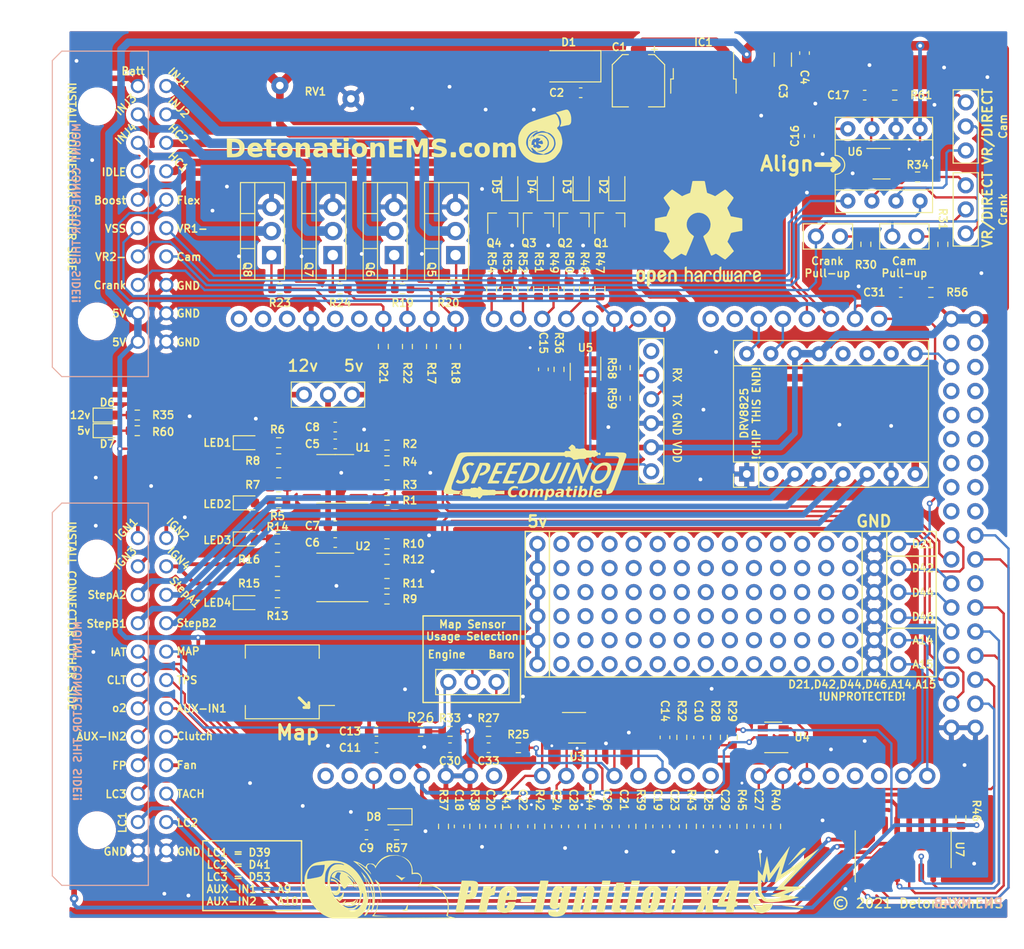
<source format=kicad_pcb>
(kicad_pcb (version 20171130) (host pcbnew "(5.1.10)-1")
  (layers (0 Front signal) (31 Back power) (34 B.Paste user hide) (35 F.Paste user hide) (36 B.SilkS user) (37 F.SilkS user) (38 B.Mask user hide) (39 F.Mask user hide) (44 Edge.Cuts user))
  (net 0 "")
  (net 1 "Net-(C1-Pad1)")
  (net 2 +BATT)
  (net 3 GND)
  (net 4 IGN-V-Select)
  (net 5 MC-D38)
  (net 6 MC-D40)
  (net 7 "Net-(R3-Pad1)")
  (net 8 "Net-(R4-Pad1)")
  (net 9 "Net-(R5-Pad1)")
  (net 10 "Net-(R6-Pad2)")
  (net 11 IGN1)
  (net 12 IGN2)
  (net 13 MC-D50)
  (net 14 MC-D52)
  (net 15 "Net-(R11-Pad1)")
  (net 16 "Net-(R12-Pad1)")
  (net 17 "Net-(R13-Pad1)")
  (net 18 "Net-(R14-Pad2)")
  (net 19 IGN4)
  (net 20 IGN3)
  (net 21 MC-D53)
  (net 22 MC-D51)
  (net 23 MC-D49)
  (net 24 MC-D47)
  (net 25 MC-D45)
  (net 26 INJ1)
  (net 27 INJ4)
  (net 28 INJ2)
  (net 29 INJ3)
  (net 30 MC-D8)
  (net 31 MC-D11)
  (net 32 MC-D9)
  (net 33 MC-D10)
  (net 34 MC-D16)
  (net 35 MC-D17)
  (net 36 Step-B2)
  (net 37 Step-B1)
  (net 38 Step-A1)
  (net 39 Step-A2)
  (net 40 MC-D24)
  (net 41 "Net-(C10-Pad1)")
  (net 42 MC-A3)
  (net 43 MC-A4)
  (net 44 Flex)
  (net 45 MC-D19)
  (net 46 MC-D18)
  (net 47 IAT)
  (net 48 O2)
  (net 49 MC-A0)
  (net 50 MC-A8)
  (net 51 CLT)
  (net 52 A9)
  (net 53 MC-A1)
  (net 54 MC-A9)
  (net 55 TPS)
  (net 56 A10)
  (net 57 MC-A2)
  (net 58 MC-A10)
  (net 59 Map-External)
  (net 60 BOOST)
  (net 61 HC1)
  (net 62 IDLE)
  (net 63 HC2)
  (net 64 VR2-)
  (net 65 "Net-(J4-Pad3)")
  (net 66 "Net-(J4-Pad2)")
  (net 67 VR1-)
  (net 68 Crank-In)
  (net 69 Cam-In)
  (net 70 Tach)
  (net 71 Fan)
  (net 72 Fuel-Pump)
  (net 73 D53)
  (net 74 Clutch)
  (net 75 MC-D7)
  (net 76 MC-D6)
  (net 77 MC-D5)
  (net 78 MC-D4)
  (net 79 VDD)
  (net 80 MC-RESET)
  (net 81 "Net-(LED1-Pad2)")
  (net 82 "Net-(LED2-Pad2)")
  (net 83 "Net-(LED3-Pad2)")
  (net 84 "Net-(LED4-Pad2)")
  (net 85 "Net-(JP4-Pad2)")
  (net 86 "Net-(JP5-Pad2)")
  (net 87 MC-D20)
  (net 88 MC-D41)
  (net 89 MC-D39)
  (net 90 D39)
  (net 91 D41)
  (net 92 "Net-(Q1-Pad1)")
  (net 93 "Net-(Q2-Pad1)")
  (net 94 "Net-(Q3-Pad1)")
  (net 95 "Net-(Q4-Pad1)")
  (net 96 "Net-(C33-Pad1)")
  (net 97 MC-D0)
  (net 98 MC-D1)
  (net 99 "Net-(Q5-Pad1)")
  (net 100 "Net-(Q6-Pad1)")
  (net 101 "Net-(Q7-Pad1)")
  (net 102 "Net-(Q8-Pad1)")
  (net 103 MC-A5)
  (net 104 "Net-(JP7-Pad2)")
  (net 105 MC-D3)
  (net 106 "Net-(J2-Pad5)")
  (net 107 "Net-(D6-Pad2)")
  (net 108 "Net-(D7-Pad2)")
  (net 109 MC-D21)
  (net 110 MC-D42)
  (net 111 MC-D44)
  (net 112 MC-D46)
  (net 113 MC-A15)
  (net 114 MC-A14)
  (net 115 "Net-(JP2-Pad1)")
  (net 116 "Net-(JP3-Pad3)")
  (net 117 "Net-(U7-Pad3)")
  (module Resistor_SMD:R_0603_1608Metric (layer Front) (at 121.539 127.381)
    (fp_text reference R26 (at 0 -1.43) (layer F.SilkS))
    (fp_text value 51k)
    (pad 2 smd roundrect (at 0.825 0) (size 0.8 0.95) (layers Front F.Paste F.Mask) (net 59 Map-External))
    (pad 1 smd roundrect (at -0.825 0) (size 0.8 0.95) (layers Front F.Paste F.Mask) (net 3 GND))
  )
  (module Detonation:Molex_Micro-Fit_3.0_43045-2000_2x10_P3.00mm_Horizontal (layer Back) (at 91.694 59.2328 270)
    (fp_text reference J7 hide)
    (fp_text value Conn_02x10_Counter_Clockwise)
    (pad "" np_thru_hole circle (at 2.16 4.32 270) (size 3 3) (drill 3) (layers *.Cu *.Mask))
    (pad "" np_thru_hole circle (at 24.86 4.32 270) (size 3 3) (drill 3) (layers *.Cu *.Mask))
    (pad 1 thru_hole circle (at 0 0 270) (size 1.5 1.5) (drill 1.02) (layers *.Cu *.Mask) (net 2 +BATT))
    (pad 2 thru_hole circle (at 3 0 270) (size 1.5 1.5) (drill 1.02) (layers *.Cu *.Mask) (net 29 INJ3))
    (pad 3 thru_hole circle (at 6 0 270) (size 1.5 1.5) (drill 1.02) (layers *.Cu *.Mask) (net 27 INJ4))
    (pad 4 thru_hole circle (at 9 0 270) (size 1.5 1.5) (drill 1.02) (layers *.Cu *.Mask) (net 62 IDLE))
    (pad 5 thru_hole circle (at 12 0 270) (size 1.5 1.5) (drill 1.02) (layers *.Cu *.Mask) (net 60 BOOST))
    (pad 6 thru_hole circle (at 15 0 270) (size 1.5 1.5) (drill 1.02) (layers *.Cu *.Mask) (net 87 MC-D20))
    (pad 7 thru_hole circle (at 18 0 270) (size 1.5 1.5) (drill 1.02) (layers *.Cu *.Mask) (net 64 VR2-))
    (pad 8 thru_hole circle (at 21 0 270) (size 1.5 1.5) (drill 1.02) (layers *.Cu *.Mask) (net 68 Crank-In))
    (pad 9 thru_hole circle (at 24 0 270) (size 1.5 1.5) (drill 1.02) (layers *.Cu *.Mask) (net 79 VDD))
    (pad 10 thru_hole circle (at 27 0 270) (size 1.5 1.5) (drill 1.02) (layers *.Cu *.Mask) (net 79 VDD))
    (pad 11 thru_hole circle (at 0 -3 270) (size 1.5 1.5) (drill 1.02) (layers *.Cu *.Mask) (net 26 INJ1))
    (pad 12 thru_hole circle (at 3 -3 270) (size 1.5 1.5) (drill 1.02) (layers *.Cu *.Mask) (net 28 INJ2))
    (pad 13 thru_hole circle (at 6 -3 270) (size 1.5 1.5) (drill 1.02) (layers *.Cu *.Mask) (net 63 HC2))
    (pad 14 thru_hole circle (at 9 -3 270) (size 1.5 1.5) (drill 1.02) (layers *.Cu *.Mask) (net 61 HC1))
    (pad 15 thru_hole circle (at 12 -3 270) (size 1.5 1.5) (drill 1.02) (layers *.Cu *.Mask) (net 44 Flex))
    (pad 16 thru_hole circle (at 15 -3 270) (size 1.5 1.5) (drill 1.02) (layers *.Cu *.Mask) (net 67 VR1-))
    (pad 17 thru_hole circle (at 18 -3 270) (size 1.5 1.5) (drill 1.02) (layers *.Cu *.Mask) (net 69 Cam-In))
    (pad 18 thru_hole circle (at 21 -3 270) (size 1.5 1.5) (drill 1.02) (layers *.Cu *.Mask) (net 3 GND))
    (pad 19 thru_hole circle (at 24 -3 270) (size 1.5 1.5) (drill 1.02) (layers *.Cu *.Mask) (net 3 GND))
    (pad 20 thru_hole circle (at 27 -3 270) (size 1.5 1.5) (drill 1.02) (layers *.Cu *.Mask) (net 3 GND))
  )
  (module Detonation:Molex_Micro-Fit_3.0_43045-2400_2x12_P3.00mm_Horizontal (layer Back) (at 91.694 106.9594 270)
    (fp_text reference J5 hide)
    (fp_text value Conn_02x12_Counter_Clockwise)
    (pad 24 thru_hole circle (at 33 -3 270) (size 1.5 1.5) (drill 1.02) (layers *.Cu *.Mask) (net 3 GND))
    (pad 23 thru_hole circle (at 30 -3 270) (size 1.5 1.5) (drill 1.02) (layers *.Cu *.Mask) (net 91 D41))
    (pad 22 thru_hole circle (at 27 -3 270) (size 1.5 1.5) (drill 1.02) (layers *.Cu *.Mask) (net 70 Tach))
    (pad 21 thru_hole circle (at 24 -3 270) (size 1.5 1.5) (drill 1.02) (layers *.Cu *.Mask) (net 71 Fan))
    (pad 20 thru_hole circle (at 21 -3 270) (size 1.5 1.5) (drill 1.02) (layers *.Cu *.Mask) (net 74 Clutch))
    (pad 19 thru_hole circle (at 18 -3 270) (size 1.5 1.5) (drill 1.02) (layers *.Cu *.Mask) (net 52 A9))
    (pad 18 thru_hole circle (at 15 -3 270) (size 1.5 1.5) (drill 1.02) (layers *.Cu *.Mask) (net 55 TPS))
    (pad 17 thru_hole circle (at 12 -3 270) (size 1.5 1.5) (drill 1.02) (layers *.Cu *.Mask) (net 59 Map-External))
    (pad 16 thru_hole circle (at 9 -3 270) (size 1.5 1.5) (drill 1.02) (layers *.Cu *.Mask) (net 36 Step-B2))
    (pad 15 thru_hole circle (at 6 -3 270) (size 1.5 1.5) (drill 1.02) (layers *.Cu *.Mask) (net 38 Step-A1))
    (pad 14 thru_hole circle (at 3 -3 270) (size 1.5 1.5) (drill 1.02) (layers *.Cu *.Mask) (net 19 IGN4))
    (pad 13 thru_hole circle (at 0 -3 270) (size 1.5 1.5) (drill 1.02) (layers *.Cu *.Mask) (net 12 IGN2))
    (pad 12 thru_hole circle (at 33 0 270) (size 1.5 1.5) (drill 1.02) (layers *.Cu *.Mask) (net 3 GND))
    (pad 11 thru_hole circle (at 30 0 270) (size 1.5 1.5) (drill 1.02) (layers *.Cu *.Mask) (net 90 D39))
    (pad 10 thru_hole circle (at 27 0 270) (size 1.5 1.5) (drill 1.02) (layers *.Cu *.Mask) (net 73 D53))
    (pad 9 thru_hole circle (at 24 0 270) (size 1.5 1.5) (drill 1.02) (layers *.Cu *.Mask) (net 72 Fuel-Pump))
    (pad 8 thru_hole circle (at 21 0 270) (size 1.5 1.5) (drill 1.02) (layers *.Cu *.Mask) (net 56 A10))
    (pad 7 thru_hole circle (at 18 0 270) (size 1.5 1.5) (drill 1.02) (layers *.Cu *.Mask) (net 48 O2))
    (pad 6 thru_hole circle (at 15 0 270) (size 1.5 1.5) (drill 1.02) (layers *.Cu *.Mask) (net 51 CLT))
    (pad 5 thru_hole circle (at 12 0 270) (size 1.5 1.5) (drill 1.02) (layers *.Cu *.Mask) (net 47 IAT))
    (pad 4 thru_hole circle (at 9 0 270) (size 1.5 1.5) (drill 1.02) (layers *.Cu *.Mask) (net 37 Step-B1))
    (pad 3 thru_hole circle (at 6 0 270) (size 1.5 1.5) (drill 1.02) (layers *.Cu *.Mask) (net 39 Step-A2))
    (pad 2 thru_hole circle (at 3 0 270) (size 1.5 1.5) (drill 1.02) (layers *.Cu *.Mask) (net 20 IGN3))
    (pad 1 thru_hole circle (at 0 0 270) (size 1.5 1.5) (drill 1.02) (layers *.Cu *.Mask) (net 11 IGN1))
    (pad "" np_thru_hole circle (at 30.86 4.32 270) (size 3 3) (drill 3) (layers *.Cu *.Mask))
    (pad "" np_thru_hole circle (at 2.16 4.32 270) (size 3 3) (drill 3) (layers *.Cu *.Mask))
  )
  (module Detonation:SpeeduinoCompatible-21mm (layer Front) (at 133.604 99.949)
    (fp_text reference G4 hide)
    (fp_text value Logo_Open_Hardware_Small hide)
  )
  (module Symbol:OSHW-Logo2_14.6x12mm_SilkScreen (layer Front) (at 150.876 74.803)
    (fp_text reference G6 hide)
    (fp_text value Logo_Open_Hardware_Small hide)
  )
  (module Detonation:Pre-IgnitionX4-30mm (layer Front) (at 140.208 145.034)
    (fp_text reference G5 hide)
    (fp_text value Logo_Open_Hardware_Small hide)
  )
  (module Detonation:Boom8mm (layer Front) (at 159.893 143.002)
    (fp_text reference G3 hide)
    (fp_text value Logo_Open_Hardware_Small hide)
  )
  (module Detonation:TireSmoke-22mm (layer Front) (at 117.348 143.764)
    (fp_text reference G2 hide)
    (fp_text value Logo_Open_Hardware_Small hide)
  )
  (module Detonation:DetonationEMS (layer Front) (at 119.253 64.516)
    (fp_text reference G1 hide)
    (fp_text value Logo_Open_Hardware_Small hide)
  )
  (module Diode_SMD:D_SOD-323F (layer Front) (at 119.126 136.398 180)
    (fp_text reference D8 (at 2.54 0 unlocked) (layer F.SilkS) (effects (font (size 0.8 0.8) (thickness 0.16))))
    (fp_text value 1N4148WS)
    (pad 2 smd rect (at 1.1 0 180) (size 0.5 0.5) (layers Front F.Paste F.Mask) (net 80 MC-RESET))
    (pad 1 smd rect (at -1.1 0 180) (size 0.5 0.5) (layers Front F.Paste F.Mask) (net 79 VDD))
  )
  (module Detonation:3-PinSwitch (layer Front) (at 124.46 122.174 90)
    (fp_text reference JP7 hide)
    (fp_text value Jumper_3_Bridged12)
    (pad 3 thru_hole oval (at 0 5.08 90) (size 1.7 1.7) (drill 1) (layers *.Cu *.Mask) (net 96 "Net-(C33-Pad1)"))
    (pad 2 thru_hole oval (at 0 2.54 90) (size 1.7 1.7) (drill 1) (layers *.Cu *.Mask) (net 104 "Net-(JP7-Pad2)"))
    (pad 1 thru_hole circle (at 0 0 90) (size 1.7 1.7) (drill 1) (layers *.Cu *.Mask) (net 59 Map-External))
  )
  (module Detonation:Header-1x6-P2.54mm (layer Front) (at 145.8722 99.9236 180)
    (fp_text reference J2 hide)
    (fp_text value Conn_01x04)
    (pad 6 thru_hole oval (at 0 12.7 180) (size 1.7 1.7) (drill 1) (layers *.Cu *.Mask))
    (pad 5 thru_hole oval (at 0 10.16 180) (size 1.7 1.7) (drill 1) (layers *.Cu *.Mask) (net 106 "Net-(J2-Pad5)"))
    (pad 4 thru_hole oval (at 0 7.62 180) (size 1.7 1.7) (drill 1) (layers *.Cu *.Mask) (net 97 MC-D0))
    (pad 3 thru_hole oval (at 0 5.08 180) (size 1.7 1.7) (drill 1) (layers *.Cu *.Mask) (net 3 GND))
    (pad 2 thru_hole oval (at 0 2.54 180) (size 1.7 1.7) (drill 1) (layers *.Cu *.Mask) (net 79 VDD))
    (pad 1 thru_hole circle (at 0 0 180) (size 1.7 1.7) (drill 1) (layers *.Cu *.Mask) (net 105 MC-D3))
  )
  (module Detonation:PROTO-3X16 (layer Front) (at 155.321 111.4044)
    (fp_text reference J6 hide)
    (fp_text value Conn_02x16_Counter_Clockwise hide)
    (pad 30 thru_hole circle (at 11.557 -1.27) (size 1.7 1.7) (drill 1) (layers *.Cu *.Mask))
    (pad 46 thru_hole circle (at 11.557 1.27) (size 1.7 1.7) (drill 1) (layers *.Cu *.Mask))
    (pad 29 thru_hole circle (at 9.017 -1.27) (size 1.7 1.7) (drill 1) (layers *.Cu *.Mask))
    (pad 45 thru_hole circle (at 9.017 1.27) (size 1.7 1.7) (drill 1) (layers *.Cu *.Mask))
    (pad 28 thru_hole circle (at 6.477 -1.27) (size 1.7 1.7) (drill 1) (layers *.Cu *.Mask))
    (pad 44 thru_hole circle (at 6.477 1.27) (size 1.7 1.7) (drill 1) (layers *.Cu *.Mask))
    (pad 27 thru_hole circle (at 3.937 -1.27) (size 1.7 1.7) (drill 1) (layers *.Cu *.Mask))
    (pad 43 thru_hole circle (at 3.937 1.27) (size 1.7 1.7) (drill 1) (layers *.Cu *.Mask))
    (pad 26 thru_hole circle (at 1.397 -1.27) (size 1.7 1.7) (drill 1) (layers *.Cu *.Mask))
    (pad 42 thru_hole circle (at 1.397 1.27) (size 1.7 1.7) (drill 1) (layers *.Cu *.Mask))
    (pad 25 thru_hole circle (at -1.143 -1.27) (size 1.7 1.7) (drill 1) (layers *.Cu *.Mask))
    (pad 41 thru_hole circle (at -1.143 1.27) (size 1.7 1.7) (drill 1) (layers *.Cu *.Mask))
    (pad 24 thru_hole circle (at -3.683 -1.27) (size 1.7 1.7) (drill 1) (layers *.Cu *.Mask))
    (pad 40 thru_hole circle (at -3.683 1.27) (size 1.7 1.7) (drill 1) (layers *.Cu *.Mask))
    (pad 23 thru_hole circle (at -6.223 -1.27) (size 1.7 1.7) (drill 1) (layers *.Cu *.Mask))
    (pad 39 thru_hole circle (at -6.223 1.27) (size 1.7 1.7) (drill 1) (layers *.Cu *.Mask))
    (pad 22 thru_hole circle (at -8.763 -1.27) (size 1.7 1.7) (drill 1) (layers *.Cu *.Mask))
    (pad 38 thru_hole circle (at -8.763 1.27) (size 1.7 1.7) (drill 1) (layers *.Cu *.Mask))
    (pad 21 thru_hole circle (at -11.303 -1.27) (size 1.7 1.7) (drill 1) (layers *.Cu *.Mask))
    (pad 37 thru_hole circle (at -11.303 1.27) (size 1.7 1.7) (drill 1) (layers *.Cu *.Mask))
    (pad 9 thru_hole circle (at -1.143 -3.81) (size 1.7 1.7) (drill 1) (layers *.Cu *.Mask))
    (pad 5 thru_hole circle (at -11.303 -3.81) (size 1.7 1.7) (drill 1) (layers *.Cu *.Mask))
    (pad 11 thru_hole circle (at 3.937 -3.81) (size 1.7 1.7) (drill 1) (layers *.Cu *.Mask))
    (pad 14 thru_hole circle (at 11.557 -3.81) (size 1.7 1.7) (drill 1) (layers *.Cu *.Mask))
    (pad 32 thru_hole circle (at 16.637 -1.27) (size 1.7 1.7) (drill 1) (layers *.Cu *.Mask) (net 110 MC-D42))
    (pad 13 thru_hole circle (at 9.017 -3.81) (size 1.7 1.7) (drill 1) (layers *.Cu *.Mask))
    (pad 7 thru_hole circle (at -6.223 -3.81) (size 1.7 1.7) (drill 1) (layers *.Cu *.Mask))
    (pad 15 thru_hole circle (at 14.097 -3.81) (size 1.7 1.7) (drill 1) (layers *.Cu *.Mask) (net 3 GND))
    (pad 12 thru_hole circle (at 6.477 -3.81) (size 1.7 1.7) (drill 1) (layers *.Cu *.Mask))
    (pad 6 thru_hole circle (at -8.763 -3.81) (size 1.7 1.7) (drill 1) (layers *.Cu *.Mask))
    (pad 8 thru_hole circle (at -3.683 -3.81) (size 1.7 1.7) (drill 1) (layers *.Cu *.Mask))
    (pad 10 thru_hole circle (at 1.397 -3.81) (size 1.7 1.7) (drill 1) (layers *.Cu *.Mask))
    (pad 16 thru_hole circle (at 16.637 -3.81) (size 1.7 1.7) (drill 1) (layers *.Cu *.Mask) (net 109 MC-D21))
    (pad 31 thru_hole circle (at 14.097 -1.27) (size 1.7 1.7) (drill 1) (layers *.Cu *.Mask) (net 3 GND))
    (pad 47 thru_hole circle (at 14.097 1.27) (size 1.7 1.7) (drill 1) (layers *.Cu *.Mask) (net 3 GND))
    (pad 48 thru_hole circle (at 16.637 1.27) (size 1.7 1.7) (drill 1) (layers *.Cu *.Mask) (net 111 MC-D44))
    (pad 35 thru_hole circle (at -16.383 1.27) (size 1.7 1.7) (drill 1) (layers *.Cu *.Mask))
    (pad 20 thru_hole circle (at -13.843 -1.27) (size 1.7 1.7) (drill 1) (layers *.Cu *.Mask))
    (pad 17 thru_hole circle (at -21.463 -1.27) (size 1.7 1.7) (drill 1) (layers *.Cu *.Mask) (net 79 VDD))
    (pad 19 thru_hole circle (at -16.383 -1.27) (size 1.7 1.7) (drill 1) (layers *.Cu *.Mask))
    (pad 36 thru_hole circle (at -13.843 1.27) (size 1.7 1.7) (drill 1) (layers *.Cu *.Mask))
    (pad 33 thru_hole circle (at -21.463 1.27) (size 1.7 1.7) (drill 1) (layers *.Cu *.Mask) (net 79 VDD))
    (pad 1 thru_hole circle (at -21.463 -3.81) (size 1.7 1.7) (drill 1) (layers *.Cu *.Mask) (net 79 VDD))
    (pad 3 thru_hole circle (at -16.383 -3.81) (size 1.7 1.7) (drill 1) (layers *.Cu *.Mask))
    (pad 18 thru_hole circle (at -18.923 -1.27) (size 1.7 1.7) (drill 1) (layers *.Cu *.Mask))
    (pad 4 thru_hole circle (at -13.843 -3.81) (size 1.7 1.7) (drill 1) (layers *.Cu *.Mask))
    (pad 2 thru_hole circle (at -18.923 -3.81) (size 1.7 1.7) (drill 1) (layers *.Cu *.Mask))
    (pad 34 thru_hole circle (at -18.923 1.27) (size 1.7 1.7) (drill 1) (layers *.Cu *.Mask))
  )
  (module Detonation:PROTO-3X16 (layer Front) (at 155.321 119.0244)
    (fp_text reference J3 hide)
    (fp_text value Conn_02x16_Counter_Clockwise hide)
    (pad 30 thru_hole circle (at 11.557 -1.27) (size 1.7 1.7) (drill 1) (layers *.Cu *.Mask))
    (pad 46 thru_hole circle (at 11.557 1.27) (size 1.7 1.7) (drill 1) (layers *.Cu *.Mask))
    (pad 29 thru_hole circle (at 9.017 -1.27) (size 1.7 1.7) (drill 1) (layers *.Cu *.Mask))
    (pad 45 thru_hole circle (at 9.017 1.27) (size 1.7 1.7) (drill 1) (layers *.Cu *.Mask))
    (pad 28 thru_hole circle (at 6.477 -1.27) (size 1.7 1.7) (drill 1) (layers *.Cu *.Mask))
    (pad 44 thru_hole circle (at 6.477 1.27) (size 1.7 1.7) (drill 1) (layers *.Cu *.Mask))
    (pad 27 thru_hole circle (at 3.937 -1.27) (size 1.7 1.7) (drill 1) (layers *.Cu *.Mask))
    (pad 43 thru_hole circle (at 3.937 1.27) (size 1.7 1.7) (drill 1) (layers *.Cu *.Mask))
    (pad 26 thru_hole circle (at 1.397 -1.27) (size 1.7 1.7) (drill 1) (layers *.Cu *.Mask))
    (pad 42 thru_hole circle (at 1.397 1.27) (size 1.7 1.7) (drill 1) (layers *.Cu *.Mask))
    (pad 25 thru_hole circle (at -1.143 -1.27) (size 1.7 1.7) (drill 1) (layers *.Cu *.Mask))
    (pad 41 thru_hole circle (at -1.143 1.27) (size 1.7 1.7) (drill 1) (layers *.Cu *.Mask))
    (pad 24 thru_hole circle (at -3.683 -1.27) (size 1.7 1.7) (drill 1) (layers *.Cu *.Mask))
    (pad 40 thru_hole circle (at -3.683 1.27) (size 1.7 1.7) (drill 1) (layers *.Cu *.Mask))
    (pad 23 thru_hole circle (at -6.223 -1.27) (size 1.7 1.7) (drill 1) (layers *.Cu *.Mask))
    (pad 39 thru_hole circle (at -6.223 1.27) (size 1.7 1.7) (drill 1) (layers *.Cu *.Mask))
    (pad 22 thru_hole circle (at -8.763 -1.27) (size 1.7 1.7) (drill 1) (layers *.Cu *.Mask))
    (pad 38 thru_hole circle (at -8.763 1.27) (size 1.7 1.7) (drill 1) (layers *.Cu *.Mask))
    (pad 21 thru_hole circle (at -11.303 -1.27) (size 1.7 1.7) (drill 1) (layers *.Cu *.Mask))
    (pad 37 thru_hole circle (at -11.303 1.27) (size 1.7 1.7) (drill 1) (layers *.Cu *.Mask))
    (pad 9 thru_hole circle (at -1.143 -3.81) (size 1.7 1.7) (drill 1) (layers *.Cu *.Mask))
    (pad 5 thru_hole circle (at -11.303 -3.81) (size 1.7 1.7) (drill 1) (layers *.Cu *.Mask))
    (pad 11 thru_hole circle (at 3.937 -3.81) (size 1.7 1.7) (drill 1) (layers *.Cu *.Mask))
    (pad 14 thru_hole circle (at 11.557 -3.81) (size 1.7 1.7) (drill 1) (layers *.Cu *.Mask))
    (pad 32 thru_hole circle (at 16.637 -1.27) (size 1.7 1.7) (drill 1) (layers *.Cu *.Mask) (net 113 MC-A15))
    (pad 13 thru_hole circle (at 9.017 -3.81) (size 1.7 1.7) (drill 1) (layers *.Cu *.Mask))
    (pad 7 thru_hole circle (at -6.223 -3.81) (size 1.7 1.7) (drill 1) (layers *.Cu *.Mask))
    (pad 15 thru_hole circle (at 14.097 -3.81) (size 1.7 1.7) (drill 1) (layers *.Cu *.Mask) (net 3 GND))
    (pad 12 thru_hole circle (at 6.477 -3.81) (size 1.7 1.7) (drill 1) (layers *.Cu *.Mask))
    (pad 6 thru_hole circle (at -8.763 -3.81) (size 1.7 1.7) (drill 1) (layers *.Cu *.Mask))
    (pad 8 thru_hole circle (at -3.683 -3.81) (size 1.7 1.7) (drill 1) (layers *.Cu *.Mask))
    (pad 10 thru_hole circle (at 1.397 -3.81) (size 1.7 1.7) (drill 1) (layers *.Cu *.Mask))
    (pad 16 thru_hole circle (at 16.637 -3.81) (size 1.7 1.7) (drill 1) (layers *.Cu *.Mask) (net 112 MC-D46))
    (pad 31 thru_hole circle (at 14.097 -1.27) (size 1.7 1.7) (drill 1) (layers *.Cu *.Mask) (net 3 GND))
    (pad 47 thru_hole circle (at 14.097 1.27) (size 1.7 1.7) (drill 1) (layers *.Cu *.Mask) (net 3 GND))
    (pad 48 thru_hole circle (at 16.637 1.27) (size 1.7 1.7) (drill 1) (layers *.Cu *.Mask) (net 114 MC-A14))
    (pad 35 thru_hole circle (at -16.383 1.27) (size 1.7 1.7) (drill 1) (layers *.Cu *.Mask))
    (pad 20 thru_hole circle (at -13.843 -1.27) (size 1.7 1.7) (drill 1) (layers *.Cu *.Mask))
    (pad 17 thru_hole circle (at -21.463 -1.27) (size 1.7 1.7) (drill 1) (layers *.Cu *.Mask) (net 79 VDD))
    (pad 19 thru_hole circle (at -16.383 -1.27) (size 1.7 1.7) (drill 1) (layers *.Cu *.Mask))
    (pad 36 thru_hole circle (at -13.843 1.27) (size 1.7 1.7) (drill 1) (layers *.Cu *.Mask))
    (pad 33 thru_hole circle (at -21.463 1.27) (size 1.7 1.7) (drill 1) (layers *.Cu *.Mask) (net 79 VDD))
    (pad 1 thru_hole circle (at -21.463 -3.81) (size 1.7 1.7) (drill 1) (layers *.Cu *.Mask) (net 79 VDD))
    (pad 3 thru_hole circle (at -16.383 -3.81) (size 1.7 1.7) (drill 1) (layers *.Cu *.Mask))
    (pad 18 thru_hole circle (at -18.923 -1.27) (size 1.7 1.7) (drill 1) (layers *.Cu *.Mask))
    (pad 4 thru_hole circle (at -13.843 -3.81) (size 1.7 1.7) (drill 1) (layers *.Cu *.Mask))
    (pad 2 thru_hole circle (at -18.923 -3.81) (size 1.7 1.7) (drill 1) (layers *.Cu *.Mask))
    (pad 34 thru_hole circle (at -18.923 1.27) (size 1.7 1.7) (drill 1) (layers *.Cu *.Mask))
  )
  (module Detonation:Socket_VRConditioner (layer Front) (at 166.624 71.374 90)
    (fp_text reference J4 hide)
    (fp_text value VR_Header)
    (pad 8 thru_hole oval (at 7.62 0 90) (size 1.6 1.6) (drill 0.8) (layers *.Cu *.Mask) (net 45 MC-D19))
    (pad 4 thru_hole oval (at 0 7.62 90) (size 1.6 1.6) (drill 0.8) (layers *.Cu *.Mask) (net 64 VR2-))
    (pad 7 thru_hole oval (at 7.62 2.54 90) (size 1.6 1.6) (drill 0.8) (layers *.Cu *.Mask) (net 46 MC-D18))
    (pad 3 thru_hole oval (at 0 5.08 90) (size 1.6 1.6) (drill 0.8) (layers *.Cu *.Mask) (net 65 "Net-(J4-Pad3)"))
    (pad 6 thru_hole oval (at 7.62 5.08 90) (size 1.6 1.6) (drill 0.8) (layers *.Cu *.Mask) (net 3 GND))
    (pad 2 thru_hole oval (at 0 2.54 90) (size 1.6 1.6) (drill 0.8) (layers *.Cu *.Mask) (net 66 "Net-(J4-Pad2)"))
    (pad 5 thru_hole oval (at 7.62 7.62 90) (size 1.6 1.6) (drill 0.8) (layers *.Cu *.Mask) (net 79 VDD))
    (pad 1 thru_hole circle (at 0 0 90) (size 1.6 1.6) (drill 0.8) (layers *.Cu *.Mask) (net 67 VR1-))
  )
  (module Resistor_SMD:R_0603_1608Metric (layer Front) (at 171.577 60.198)
    (fp_text reference R61 (at 2.794 0 unlocked) (layer F.SilkS) (effects (font (size 0.8 0.8) (thickness 0.16))))
    (fp_text value 220)
    (pad 2 smd roundrect (at 0.825 0) (size 0.8 0.95) (layers Front F.Paste F.Mask) (net 116 "Net-(JP3-Pad3)"))
    (pad 1 smd roundrect (at -0.825 0) (size 0.8 0.95) (layers Front F.Paste F.Mask) (net 46 MC-D18))
  )
  (module Resistor_SMD:R_0603_1608Metric (layer Front) (at 173.99 68.834)
    (fp_text reference R34 (at 0 -1.27 unlocked) (layer F.SilkS) (effects (font (size 0.8 0.8) (thickness 0.16))))
    (fp_text value 220)
    (pad 2 smd roundrect (at 0.825 0) (size 0.8 0.95) (layers Front F.Paste F.Mask) (net 115 "Net-(JP2-Pad1)"))
    (pad 1 smd roundrect (at -0.825 0) (size 0.8 0.95) (layers Front F.Paste F.Mask) (net 45 MC-D19))
  )
  (module Resistor_SMD:R_0603_1608Metric (layer Front) (at 91.6305 95.631)
    (fp_text reference R60 (at 2.7305 0.127 unlocked) (layer F.SilkS) (effects (font (size 0.8 0.8) (thickness 0.16))))
    (fp_text value 470)
    (pad 2 smd roundrect (at 0.825 0) (size 0.8 0.95) (layers Front F.Paste F.Mask) (net 79 VDD))
    (pad 1 smd roundrect (at -0.825 0) (size 0.8 0.95) (layers Front F.Paste F.Mask) (net 108 "Net-(D7-Pad2)"))
  )
  (module Resistor_SMD:R_0603_1608Metric (layer Front) (at 143.129 92.202 90)
    (fp_text reference R59 (at 0 -1.397 -90 unlocked) (layer F.SilkS) (effects (font (size 0.8 0.8) (thickness 0.16))))
    (fp_text value 2K)
    (pad 2 smd roundrect (at 0.825 0 90) (size 0.8 0.95) (layers Front F.Paste F.Mask) (net 106 "Net-(J2-Pad5)"))
    (pad 1 smd roundrect (at -0.825 0 90) (size 0.8 0.95) (layers Front F.Paste F.Mask) (net 3 GND))
  )
  (module Resistor_SMD:R_0603_1608Metric (layer Front) (at 143.129 88.9762 90)
    (fp_text reference R58 (at -0.0508 -1.397 270 unlocked) (layer F.SilkS) (effects (font (size 0.8 0.8) (thickness 0.16))))
    (fp_text value 1k)
    (pad 2 smd roundrect (at 0.825 0 90) (size 0.8 0.95) (layers Front F.Paste F.Mask) (net 98 MC-D1))
    (pad 1 smd roundrect (at -0.825 0 90) (size 0.8 0.95) (layers Front F.Paste F.Mask) (net 106 "Net-(J2-Pad5)"))
  )
  (module Resistor_SMD:R_0603_1608Metric (layer Front) (at 175.387 81.026)
    (fp_text reference R56 (at 2.794 0 unlocked) (layer F.SilkS) (effects (font (size 0.8 0.8) (thickness 0.16))))
    (fp_text value 1k)
    (pad 2 smd roundrect (at 0.825 0) (size 0.8 0.95) (layers Front F.Paste F.Mask) (net 79 VDD))
    (pad 1 smd roundrect (at -0.825 0) (size 0.8 0.95) (layers Front F.Paste F.Mask) (net 87 MC-D20))
  )
  (module Resistor_SMD:R_0603_1608Metric (layer Front) (at 129.032 80.645 270)
    (fp_text reference R54 (at -2.794 -0.018143 270 unlocked) (layer F.SilkS) (effects (font (size 0.8 0.8) (thickness 0.16))))
    (fp_text value 120)
    (pad 2 smd roundrect (at 0.825 0 270) (size 0.8 0.95) (layers Front F.Paste F.Mask) (net 75 MC-D7))
    (pad 1 smd roundrect (at -0.825 0 270) (size 0.8 0.95) (layers Front F.Paste F.Mask) (net 95 "Net-(Q4-Pad1)"))
  )
  (module Resistor_SMD:R_0603_1608Metric (layer Front) (at 130.683 80.645 270)
    (fp_text reference R53 (at -2.794 0 270 unlocked) (layer F.SilkS) (effects (font (size 0.8 0.8) (thickness 0.16))))
    (fp_text value 100K)
    (pad 2 smd roundrect (at 0.825 0 270) (size 0.8 0.95) (layers Front F.Paste F.Mask) (net 75 MC-D7))
    (pad 1 smd roundrect (at -0.825 0 270) (size 0.8 0.95) (layers Front F.Paste F.Mask) (net 3 GND))
  )
  (module Resistor_SMD:R_0603_1608Metric (layer Front) (at 132.334 80.645 270)
    (fp_text reference R52 (at -2.794 0.009071 270 unlocked) (layer F.SilkS) (effects (font (size 0.8 0.8) (thickness 0.16))))
    (fp_text value 120)
    (pad 2 smd roundrect (at 0.825 0 270) (size 0.8 0.95) (layers Front F.Paste F.Mask) (net 76 MC-D6))
    (pad 1 smd roundrect (at -0.825 0 270) (size 0.8 0.95) (layers Front F.Paste F.Mask) (net 94 "Net-(Q3-Pad1)"))
  )
  (module Resistor_SMD:R_0603_1608Metric (layer Front) (at 133.985 80.645 270)
    (fp_text reference R51 (at -2.794 -0.036286 270 unlocked) (layer F.SilkS) (effects (font (size 0.8 0.8) (thickness 0.16))))
    (fp_text value 100K)
    (pad 2 smd roundrect (at 0.825 0 270) (size 0.8 0.95) (layers Front F.Paste F.Mask) (net 76 MC-D6))
    (pad 1 smd roundrect (at -0.825 0 270) (size 0.8 0.95) (layers Front F.Paste F.Mask) (net 3 GND))
  )
  (module Resistor_SMD:R_0603_1608Metric (layer Front) (at 137.196285 80.645 270)
    (fp_text reference R50 (at -2.794 -0.036285 270 unlocked) (layer F.SilkS) (effects (font (size 0.8 0.8) (thickness 0.16))))
    (fp_text value 120)
    (pad 2 smd roundrect (at 0.825 0 270) (size 0.8 0.95) (layers Front F.Paste F.Mask) (net 77 MC-D5))
    (pad 1 smd roundrect (at -0.825 0 270) (size 0.8 0.95) (layers Front F.Paste F.Mask) (net 93 "Net-(Q2-Pad1)"))
  )
  (module Resistor_SMD:R_0603_1608Metric (layer Front) (at 135.563428 80.645 270)
    (fp_text reference R49 (at -2.794 -0.054428 270 unlocked) (layer F.SilkS) (effects (font (size 0.8 0.8) (thickness 0.16))))
    (fp_text value 100K)
    (pad 2 smd roundrect (at 0.825 0 270) (size 0.8 0.95) (layers Front F.Paste F.Mask) (net 77 MC-D5))
    (pad 1 smd roundrect (at -0.825 0 270) (size 0.8 0.95) (layers Front F.Paste F.Mask) (net 3 GND))
  )
  (module Resistor_SMD:R_0603_1608Metric (layer Front) (at 138.829142 80.645 270)
    (fp_text reference R48 (at -2.794 -0.018142 270 unlocked) (layer F.SilkS) (effects (font (size 0.8 0.8) (thickness 0.16))))
    (fp_text value 120)
    (pad 2 smd roundrect (at 0.825 0 270) (size 0.8 0.95) (layers Front F.Paste F.Mask) (net 78 MC-D4))
    (pad 1 smd roundrect (at -0.825 0 270) (size 0.8 0.95) (layers Front F.Paste F.Mask) (net 92 "Net-(Q1-Pad1)"))
  )
  (module Resistor_SMD:R_0603_1608Metric (layer Front) (at 140.462 80.645 270)
    (fp_text reference R47 (at -2.794 0 270 unlocked) (layer F.SilkS) (effects (font (size 0.8 0.8) (thickness 0.16))))
    (fp_text value 100K)
    (pad 2 smd roundrect (at 0.825 0 270) (size 0.8 0.95) (layers Front F.Paste F.Mask) (net 78 MC-D4))
    (pad 1 smd roundrect (at -0.825 0 270) (size 0.8 0.95) (layers Front F.Paste F.Mask) (net 3 GND))
  )
  (module Resistor_SMD:R_0603_1608Metric (layer Front) (at 155.448 137.414 270)
    (fp_text reference R45 (at -2.794 0 270 unlocked) (layer F.SilkS) (effects (font (size 0.8 0.8) (thickness 0.16))))
    (fp_text value 470)
    (pad 2 smd roundrect (at 0.825 0 270) (size 0.8 0.95) (layers Front F.Paste F.Mask) (net 56 A10))
    (pad 1 smd roundrect (at -0.825 0 270) (size 0.8 0.95) (layers Front F.Paste F.Mask) (net 58 MC-A10))
  )
  (module Resistor_SMD:R_0603_1608Metric (layer Front) (at 139.446 137.414 270)
    (fp_text reference R44 (at -2.794 0 270 unlocked) (layer F.SilkS) (effects (font (size 0.8 0.8) (thickness 0.16))))
    (fp_text value 470)
    (pad 2 smd roundrect (at 0.825 0 270) (size 0.8 0.95) (layers Front F.Paste F.Mask) (net 55 TPS))
    (pad 1 smd roundrect (at -0.825 0 270) (size 0.8 0.95) (layers Front F.Paste F.Mask) (net 57 MC-A2))
  )
  (module Resistor_SMD:R_0603_1608Metric (layer Front) (at 150.114 137.414 270)
    (fp_text reference R43 (at -2.794 0 270 unlocked) (layer F.SilkS) (effects (font (size 0.8 0.8) (thickness 0.16))))
    (fp_text value 470)
    (pad 2 smd roundrect (at 0.825 0 270) (size 0.8 0.95) (layers Front F.Paste F.Mask) (net 52 A9))
    (pad 1 smd roundrect (at -0.825 0 270) (size 0.8 0.95) (layers Front F.Paste F.Mask) (net 54 MC-A9))
  )
  (module Resistor_SMD:R_0603_1608Metric (layer Front) (at 134.112 137.414 270)
    (fp_text reference R42 (at -2.794 0 270 unlocked) (layer F.SilkS) (effects (font (size 0.8 0.8) (thickness 0.16))))
    (fp_text value 470)
    (pad 2 smd roundrect (at 0.825 0 270) (size 0.8 0.95) (layers Front F.Paste F.Mask) (net 51 CLT))
    (pad 1 smd roundrect (at -0.825 0 270) (size 0.8 0.95) (layers Front F.Paste F.Mask) (net 53 MC-A1))
  )
  (module Resistor_SMD:R_0603_1608Metric (layer Front) (at 159.004 137.414 270)
    (fp_text reference R40 (at -2.794 0 270 unlocked) (layer F.SilkS) (effects (font (size 0.8 0.8) (thickness 0.16))))
    (fp_text value 1k)
    (pad 2 smd roundrect (at 0.825 0 270) (size 0.8 0.95) (layers Front F.Paste F.Mask) (net 74 Clutch))
    (pad 1 smd roundrect (at -0.825 0 270) (size 0.8 0.95) (layers Front F.Paste F.Mask) (net 22 MC-D51))
  )
  (module Resistor_SMD:R_0603_1608Metric (layer Front) (at 144.78 137.414 270)
    (fp_text reference R39 (at -2.794 0 270 unlocked) (layer F.SilkS) (effects (font (size 0.8 0.8) (thickness 0.16))))
    (fp_text value 470)
    (pad 2 smd roundrect (at 0.825 0 270) (size 0.8 0.95) (layers Front F.Paste F.Mask) (net 48 O2))
    (pad 1 smd roundrect (at -0.825 0 270) (size 0.8 0.95) (layers Front F.Paste F.Mask) (net 50 MC-A8))
  )
  (module Resistor_SMD:R_0603_1608Metric (layer Front) (at 127.254 137.414 270)
    (fp_text reference R38 (at -2.794 0 270 unlocked) (layer F.SilkS) (effects (font (size 0.8 0.8) (thickness 0.16))))
    (fp_text value 470)
    (pad 2 smd roundrect (at 0.825 0 270) (size 0.8 0.95) (layers Front F.Paste F.Mask) (net 47 IAT))
    (pad 1 smd roundrect (at -0.825 0 270) (size 0.8 0.95) (layers Front F.Paste F.Mask) (net 49 MC-A0))
  )
  (module Resistor_SMD:R_0603_1608Metric (layer Front) (at 91.6305 93.98)
    (fp_text reference R35 (at 2.7305 0 unlocked) (layer F.SilkS) (effects (font (size 0.8 0.8) (thickness 0.16))))
    (fp_text value 1k)
    (pad 2 smd roundrect (at 0.825 0) (size 0.8 0.95) (layers Front F.Paste F.Mask) (net 2 +BATT))
    (pad 1 smd roundrect (at -0.825 0) (size 0.8 0.95) (layers Front F.Paste F.Mask) (net 107 "Net-(D6-Pad2)"))
  )
  (module Resistor_SMD:R_0603_1608Metric (layer Front) (at 124.6378 127.381)
    (fp_text reference R33 (at 0 -1.397 unlocked) (layer F.SilkS) (effects (font (size 0.8 0.8) (thickness 0.16))))
    (fp_text value 470)
    (pad 2 smd roundrect (at 0.825 0) (size 0.8 0.95) (layers Front F.Paste F.Mask) (net 42 MC-A3))
    (pad 1 smd roundrect (at -0.825 0) (size 0.8 0.95) (layers Front F.Paste F.Mask) (net 59 Map-External))
  )
  (module Resistor_SMD:R_0603_1608Metric (layer Front) (at 149.1028 128.016 90)
    (fp_text reference R32 (at 2.794 -0.0048 270 unlocked) (layer F.SilkS) (effects (font (size 0.8 0.8) (thickness 0.16))))
    (fp_text value 470)
    (pad 2 smd roundrect (at 0.825 0 90) (size 0.8 0.95) (layers Front F.Paste F.Mask) (net 41 "Net-(C10-Pad1)"))
    (pad 1 smd roundrect (at -0.825 0 90) (size 0.8 0.95) (layers Front F.Paste F.Mask) (net 43 MC-A4))
  )
  (module Resistor_SMD:R_0603_1608Metric (layer Front) (at 176.657 75.946 270)
    (fp_text reference R31 (at -2.667 0 270 unlocked) (layer F.SilkS) (effects (font (size 0.8 0.8) (thickness 0.16))))
    (fp_text value 1k)
    (pad 2 smd roundrect (at 0.825 0 270) (size 0.8 0.95) (layers Front F.Paste F.Mask) (net 79 VDD))
    (pad 1 smd roundrect (at -0.825 0 270) (size 0.8 0.95) (layers Front F.Paste F.Mask) (net 86 "Net-(JP5-Pad2)"))
  )
  (module Resistor_SMD:R_0603_1608Metric (layer Front) (at 168.529 75.946 270)
    (fp_text reference R30 (at 2.159 0 unlocked) (layer F.SilkS) (effects (font (size 0.8 0.8) (thickness 0.16))))
    (fp_text value 1k)
    (pad 2 smd roundrect (at 0.825 0 270) (size 0.8 0.95) (layers Front F.Paste F.Mask) (net 79 VDD))
    (pad 1 smd roundrect (at -0.825 0 270) (size 0.8 0.95) (layers Front F.Paste F.Mask) (net 85 "Net-(JP4-Pad2)"))
  )
  (module Resistor_SMD:R_0603_1608Metric (layer Front) (at 152.6556 128.016 270)
    (fp_text reference R28 (at -2.794 0.0016 270 unlocked) (layer F.SilkS) (effects (font (size 0.8 0.8) (thickness 0.16))))
    (fp_text value 1k)
    (pad 2 smd roundrect (at 0.825 0 270) (size 0.8 0.95) (layers Front F.Paste F.Mask) (net 41 "Net-(C10-Pad1)"))
    (pad 1 smd roundrect (at -0.825 0 270) (size 0.8 0.95) (layers Front F.Paste F.Mask) (net 3 GND))
  )
  (module Resistor_SMD:R_0603_1608Metric (layer Front) (at 131.8514 129.1082)
    (fp_text reference R25 (at 0 -1.397 unlocked) (layer F.SilkS) (effects (font (size 0.8 0.8) (thickness 0.16))))
    (fp_text value 470)
    (pad 2 smd roundrect (at 0.825 0) (size 0.8 0.95) (layers Front F.Paste F.Mask) (net 103 MC-A5))
    (pad 1 smd roundrect (at -0.825 0) (size 0.8 0.95) (layers Front F.Paste F.Mask) (net 96 "Net-(C33-Pad1)"))
  )
  (module Resistor_SMD:R_0603_1608Metric (layer Front) (at 113.03 80.645)
    (fp_text reference R24 (at 0 1.491 unlocked) (layer F.SilkS) (effects (font (size 0.8 0.8) (thickness 0.16))))
    (fp_text value 1k)
    (pad 2 smd roundrect (at 0.825 0) (size 0.8 0.95) (layers Front F.Paste F.Mask) (net 33 MC-D10))
    (pad 1 smd roundrect (at -0.825 0) (size 0.8 0.95) (layers Front F.Paste F.Mask) (net 101 "Net-(Q7-Pad1)"))
  )
  (module Resistor_SMD:R_0603_1608Metric (layer Front) (at 106.68 80.645)
    (fp_text reference R23 (at 0 1.491 unlocked) (layer F.SilkS) (effects (font (size 0.8 0.8) (thickness 0.16))))
    (fp_text value 1k)
    (pad 2 smd roundrect (at 0.825 0) (size 0.8 0.95) (layers Front F.Paste F.Mask) (net 31 MC-D11))
    (pad 1 smd roundrect (at -0.825 0) (size 0.8 0.95) (layers Front F.Paste F.Mask) (net 102 "Net-(Q8-Pad1)"))
  )
  (module Resistor_SMD:R_0603_1608Metric (layer Front) (at 120.142 86.741 90)
    (fp_text reference R22 (at -2.794 0 270 unlocked) (layer F.SilkS) (effects (font (size 0.8 0.8) (thickness 0.16))))
    (fp_text value 100K)
    (pad 2 smd roundrect (at 0.825 0 90) (size 0.8 0.95) (layers Front F.Paste F.Mask) (net 33 MC-D10))
    (pad 1 smd roundrect (at -0.825 0 90) (size 0.8 0.95) (layers Front F.Paste F.Mask) (net 3 GND))
  )
  (module Resistor_SMD:R_0603_1608Metric (layer Front) (at 117.602 86.741 270)
    (fp_text reference R21 (at 2.794 0 270 unlocked) (layer F.SilkS) (effects (font (size 0.8 0.8) (thickness 0.16))))
    (fp_text value 100K)
    (pad 2 smd roundrect (at 0.825 0 270) (size 0.8 0.95) (layers Front F.Paste F.Mask) (net 3 GND))
    (pad 1 smd roundrect (at -0.825 0 270) (size 0.8 0.95) (layers Front F.Paste F.Mask) (net 31 MC-D11))
  )
  (module Resistor_SMD:R_0603_1608Metric (layer Front) (at 124.46 80.645 180)
    (fp_text reference R20 (at 0 -1.491 unlocked) (layer F.SilkS) (effects (font (size 0.8 0.8) (thickness 0.16))))
    (fp_text value 1k)
    (pad 2 smd roundrect (at 0.825 0 180) (size 0.8 0.95) (layers Front F.Paste F.Mask) (net 30 MC-D8))
    (pad 1 smd roundrect (at -0.825 0 180) (size 0.8 0.95) (layers Front F.Paste F.Mask) (net 99 "Net-(Q5-Pad1)"))
  )
  (module Resistor_SMD:R_0603_1608Metric (layer Front) (at 119.634 80.645)
    (fp_text reference R19 (at 0 1.491 unlocked) (layer F.SilkS) (effects (font (size 0.8 0.8) (thickness 0.16))))
    (fp_text value 1k)
    (pad 2 smd roundrect (at 0.825 0) (size 0.8 0.95) (layers Front F.Paste F.Mask) (net 32 MC-D9))
    (pad 1 smd roundrect (at -0.825 0) (size 0.8 0.95) (layers Front F.Paste F.Mask) (net 100 "Net-(Q6-Pad1)"))
  )
  (module Resistor_SMD:R_0603_1608Metric (layer Front) (at 125.222 86.741 90)
    (fp_text reference R18 (at -2.794 0 270 unlocked) (layer F.SilkS) (effects (font (size 0.8 0.8) (thickness 0.16))))
    (fp_text value 100K)
    (pad 2 smd roundrect (at 0.825 0 90) (size 0.8 0.95) (layers Front F.Paste F.Mask) (net 30 MC-D8))
    (pad 1 smd roundrect (at -0.825 0 90) (size 0.8 0.95) (layers Front F.Paste F.Mask) (net 3 GND))
  )
  (module Resistor_SMD:R_0603_1608Metric (layer Front) (at 122.682 86.741 270)
    (fp_text reference R17 (at 2.794 0 270 unlocked) (layer F.SilkS) (effects (font (size 0.8 0.8) (thickness 0.16))))
    (fp_text value 100K)
    (pad 2 smd roundrect (at 0.825 0 270) (size 0.8 0.95) (layers Front F.Paste F.Mask) (net 3 GND))
    (pad 1 smd roundrect (at -0.825 0 270) (size 0.8 0.95) (layers Front F.Paste F.Mask) (net 32 MC-D9))
  )
  (module Resistor_SMD:R_0603_1608Metric (layer Front) (at 117.983 109.22)
    (fp_text reference R12 (at 2.794048 0 unlocked) (layer F.SilkS) (effects (font (size 0.8 0.8) (thickness 0.16))))
    (fp_text value 1k)
    (pad 2 smd roundrect (at 0.825 0) (size 0.8 0.95) (layers Front F.Paste F.Mask) (net 14 MC-D52))
    (pad 1 smd roundrect (at -0.825 0) (size 0.8 0.95) (layers Front F.Paste F.Mask) (net 16 "Net-(R12-Pad1)"))
  )
  (module Resistor_SMD:R_0603_1608Metric (layer Front) (at 117.983 111.76)
    (fp_text reference R11 (at 2.794048 0 unlocked) (layer F.SilkS) (effects (font (size 0.8 0.8) (thickness 0.16))))
    (fp_text value 1k)
    (pad 2 smd roundrect (at 0.825 0) (size 0.8 0.95) (layers Front F.Paste F.Mask) (net 13 MC-D50))
    (pad 1 smd roundrect (at -0.825 0) (size 0.8 0.95) (layers Front F.Paste F.Mask) (net 15 "Net-(R11-Pad1)"))
  )
  (module Resistor_SMD:R_0603_1608Metric (layer Front) (at 117.983 107.569)
    (fp_text reference R10 (at 2.794048 0 unlocked) (layer F.SilkS) (effects (font (size 0.8 0.8) (thickness 0.16))))
    (fp_text value 100K)
    (pad 2 smd roundrect (at 0.825 0) (size 0.8 0.95) (layers Front F.Paste F.Mask) (net 14 MC-D52))
    (pad 1 smd roundrect (at -0.825 0) (size 0.8 0.95) (layers Front F.Paste F.Mask) (net 3 GND))
  )
  (module Resistor_SMD:R_0603_1608Metric (layer Front) (at 117.983 113.411 180)
    (fp_text reference R9 (at -2.413095 0 unlocked) (layer F.SilkS) (effects (font (size 0.8 0.8) (thickness 0.16))))
    (fp_text value 100K)
    (pad 2 smd roundrect (at 0.825 0 180) (size 0.8 0.95) (layers Front F.Paste F.Mask) (net 3 GND))
    (pad 1 smd roundrect (at -0.825 0 180) (size 0.8 0.95) (layers Front F.Paste F.Mask) (net 13 MC-D50))
  )
  (module Resistor_SMD:R_0603_1608Metric (layer Front) (at 117.983 98.806)
    (fp_text reference R4 (at 2.413095 0.127 unlocked) (layer F.SilkS) (effects (font (size 0.8 0.8) (thickness 0.16))))
    (fp_text value 1k)
    (pad 2 smd roundrect (at 0.825 0) (size 0.8 0.95) (layers Front F.Paste F.Mask) (net 6 MC-D40))
    (pad 1 smd roundrect (at -0.825 0) (size 0.8 0.95) (layers Front F.Paste F.Mask) (net 8 "Net-(R4-Pad1)"))
  )
  (module Resistor_SMD:R_0603_1608Metric (layer Front) (at 117.983 101.346)
    (fp_text reference R3 (at 2.413095 0 unlocked) (layer F.SilkS) (effects (font (size 0.8 0.8) (thickness 0.16))))
    (fp_text value 1k)
    (pad 2 smd roundrect (at 0.825 0) (size 0.8 0.95) (layers Front F.Paste F.Mask) (net 5 MC-D38))
    (pad 1 smd roundrect (at -0.825 0) (size 0.8 0.95) (layers Front F.Paste F.Mask) (net 7 "Net-(R3-Pad1)"))
  )
  (module Resistor_SMD:R_0603_1608Metric (layer Front) (at 117.983 97.155)
    (fp_text reference R2 (at 2.413095 -0.127 unlocked) (layer F.SilkS) (effects (font (size 0.8 0.8) (thickness 0.16))))
    (fp_text value 100K)
    (pad 2 smd roundrect (at 0.825 0) (size 0.8 0.95) (layers Front F.Paste F.Mask) (net 6 MC-D40))
    (pad 1 smd roundrect (at -0.825 0) (size 0.8 0.95) (layers Front F.Paste F.Mask) (net 3 GND))
  )
  (module Resistor_SMD:R_0603_1608Metric (layer Front) (at 117.983 102.997 180)
    (fp_text reference R1 (at -2.413095 0 unlocked) (layer F.SilkS) (effects (font (size 0.8 0.8) (thickness 0.16))))
    (fp_text value 100K)
    (pad 2 smd roundrect (at 0.825 0 180) (size 0.8 0.95) (layers Front F.Paste F.Mask) (net 3 GND))
    (pad 1 smd roundrect (at -0.825 0 180) (size 0.8 0.95) (layers Front F.Paste F.Mask) (net 5 MC-D38))
  )
  (module Detonation:3-PinSwitch (layer Front) (at 109.22 91.821 90)
    (fp_text reference JP1 hide)
    (fp_text value "Ignition Voltage")
    (pad 3 thru_hole oval (at 0 5.08 90) (size 1.7 1.7) (drill 1) (layers *.Cu *.Mask) (net 79 VDD))
    (pad 2 thru_hole oval (at 0 2.54 90) (size 1.7 1.7) (drill 1) (layers *.Cu *.Mask) (net 4 IGN-V-Select))
    (pad 1 thru_hole circle (at 0 0 90) (size 1.7 1.7) (drill 1) (layers *.Cu *.Mask) (net 2 +BATT))
  )
  (module Diode_SMD:D_SMA (layer Front) (at 137.16 57.15 180)
    (fp_text reference D1 (at 0 2.54 unlocked) (layer F.SilkS) (effects (font (size 0.8 0.8) (thickness 0.16))))
    (fp_text value SS34)
    (pad 2 smd rect (at 2 0 180) (size 2.5 1.8) (layers Front F.Paste F.Mask) (net 2 +BATT))
    (pad 1 smd rect (at -2 0 180) (size 2.5 1.8) (layers Front F.Paste F.Mask) (net 1 "Net-(C1-Pad1)"))
  )
  (module Package_TO_SOT_THT:TO-220-3_Vertical (layer Front) (at 105.791 77.089 90)
    (fp_text reference Q8 (at -1.524 -2.54 270 unlocked) (layer F.SilkS) (effects (font (size 0.8 0.8) (thickness 0.16))))
    (fp_text value STP62NS04Z)
    (pad 3 thru_hole oval (at 5.08 0 90) (size 1.905 2) (drill 1.1) (layers *.Cu *.Mask) (net 3 GND))
    (pad 2 thru_hole oval (at 2.54 0 90) (size 1.905 2) (drill 1.1) (layers *.Cu *.Mask) (net 27 INJ4))
    (pad 1 thru_hole rect (at 0 0 90) (size 1.905 2) (drill 1.1) (layers *.Cu *.Mask) (net 102 "Net-(Q8-Pad1)"))
  )
  (module Package_TO_SOT_THT:TO-220-3_Vertical (layer Front) (at 112.268 77.089 90)
    (fp_text reference Q7 (at -1.524 -2.54 270 unlocked) (layer F.SilkS) (effects (font (size 0.8 0.8) (thickness 0.16))))
    (fp_text value STP62NS04Z)
    (pad 3 thru_hole oval (at 5.08 0 90) (size 1.905 2) (drill 1.1) (layers *.Cu *.Mask) (net 3 GND))
    (pad 2 thru_hole oval (at 2.54 0 90) (size 1.905 2) (drill 1.1) (layers *.Cu *.Mask) (net 29 INJ3))
    (pad 1 thru_hole rect (at 0 0 90) (size 1.905 2) (drill 1.1) (layers *.Cu *.Mask) (net 101 "Net-(Q7-Pad1)"))
  )
  (module Package_TO_SOT_THT:TO-220-3_Vertical (layer Front) (at 118.745 77.089 90)
    (fp_text reference Q6 (at -1.524 -2.54 270 unlocked) (layer F.SilkS) (effects (font (size 0.8 0.8) (thickness 0.16))))
    (fp_text value STP62NS04Z)
    (pad 3 thru_hole oval (at 5.08 0 90) (size 1.905 2) (drill 1.1) (layers *.Cu *.Mask) (net 3 GND))
    (pad 2 thru_hole oval (at 2.54 0 90) (size 1.905 2) (drill 1.1) (layers *.Cu *.Mask) (net 28 INJ2))
    (pad 1 thru_hole rect (at 0 0 90) (size 1.905 2) (drill 1.1) (layers *.Cu *.Mask) (net 100 "Net-(Q6-Pad1)"))
  )
  (module Package_TO_SOT_THT:TO-220-3_Vertical (layer Front) (at 125.222 77.089 90)
    (fp_text reference Q5 (at -1.524 -2.54 270 unlocked) (layer F.SilkS) (effects (font (size 0.8 0.8) (thickness 0.16))))
    (fp_text value STP62NS04Z)
    (pad 3 thru_hole oval (at 5.08 0 90) (size 1.905 2) (drill 1.1) (layers *.Cu *.Mask) (net 3 GND))
    (pad 2 thru_hole oval (at 2.54 0 90) (size 1.905 2) (drill 1.1) (layers *.Cu *.Mask) (net 26 INJ1))
    (pad 1 thru_hole rect (at 0 0 90) (size 1.905 2) (drill 1.1) (layers *.Cu *.Mask) (net 99 "Net-(Q5-Pad1)"))
  )
  (module Detonation:1x02-Proto (layer Front) (at 171.323 75.1205 90)
    (fp_text reference JP5 hide)
    (fp_text value Pullup)
    (pad 1 thru_hole circle (at 0 0 90) (size 1.7 1.7) (drill 1) (layers *.Cu *.Mask) (net 69 Cam-In))
    (pad 2 thru_hole oval (at 0 2.54 90) (size 1.7 1.7) (drill 1) (layers *.Cu *.Mask) (net 86 "Net-(JP5-Pad2)"))
  )
  (module Detonation:1x02-Proto (layer Front) (at 163.2585 75.1205 90)
    (fp_text reference JP4 hide)
    (fp_text value Pullup)
    (pad 1 thru_hole circle (at 0 0 90) (size 1.7 1.7) (drill 1) (layers *.Cu *.Mask) (net 68 Crank-In))
    (pad 2 thru_hole oval (at 0 2.54 90) (size 1.7 1.7) (drill 1) (layers *.Cu *.Mask) (net 85 "Net-(JP4-Pad2)"))
  )
  (module Misc:3x1-GPIO (layer Front) (at 179.0735 66.04 180)
    (fp_text reference JP3 hide)
    (fp_text value VR/DIRECT)
    (pad 3 thru_hole oval (at 0 5.08 180) (size 1.7 1.7) (drill 1) (layers *.Cu *.Mask) (net 116 "Net-(JP3-Pad3)"))
    (pad 2 thru_hole oval (at 0 2.54 180) (size 1.7 1.7) (drill 1) (layers *.Cu *.Mask) (net 69 Cam-In))
    (pad 1 thru_hole circle (at 0 0 180) (size 1.7 1.7) (drill 1) (layers *.Cu *.Mask) (net 65 "Net-(J4-Pad3)"))
  )
  (module Misc:3x1-GPIO (layer Front) (at 179.07 69.723)
    (fp_text reference JP2 hide)
    (fp_text value VR/DIRECT)
    (pad 3 thru_hole oval (at 0 5.08) (size 1.7 1.7) (drill 1) (layers *.Cu *.Mask) (net 66 "Net-(J4-Pad2)"))
    (pad 2 thru_hole oval (at 0 2.54) (size 1.7 1.7) (drill 1) (layers *.Cu *.Mask) (net 68 Crank-In))
    (pad 1 thru_hole circle (at 0 0) (size 1.7 1.7) (drill 1) (layers *.Cu *.Mask) (net 115 "Net-(JP2-Pad1)"))
  )
  (module Detonation:MOV (layer Front) (at 106.68 59.182)
    (fp_text reference RV1 (at 3.75 0.635 unlocked) (layer F.SilkS) (effects (font (size 0.8 0.8) (thickness 0.16))))
    (fp_text value MOV)
    (pad 1 thru_hole circle (at 0 0) (size 1.8 1.8) (drill 0.8) (layers *.Cu *.Mask) (net 2 +BATT))
    (pad 2 thru_hole circle (at 7.5 1.4) (size 1.8 1.8) (drill 0.8) (layers *.Cu *.Mask) (net 3 GND))
  )
  (module LED_SMD:LED_0603_1608Metric (layer Front) (at 88.4555 95.631)
    (fp_text reference D7 (at 0 1.397 unlocked) (layer F.SilkS) (effects (font (size 0.8 0.8) (thickness 0.16))))
    (fp_text value LED)
    (pad 2 smd roundrect (at 0.7875 0) (size 0.875 0.95) (layers Front F.Paste F.Mask) (net 108 "Net-(D7-Pad2)"))
    (pad 1 smd roundrect (at -0.7875 0) (size 0.875 0.95) (layers Front F.Paste F.Mask) (net 3 GND))
  )
  (module LED_SMD:LED_0603_1608Metric (layer Front) (at 88.4555 93.98)
    (fp_text reference D6 (at 0 -1.3335 unlocked) (layer F.SilkS) (effects (font (size 0.8 0.8) (thickness 0.16))))
    (fp_text value LED)
    (pad 2 smd roundrect (at 0.7875 0) (size 0.875 0.95) (layers Front F.Paste F.Mask) (net 107 "Net-(D6-Pad2)"))
    (pad 1 smd roundrect (at -0.7875 0) (size 0.875 0.95) (layers Front F.Paste F.Mask) (net 3 GND))
  )
  (module Capacitor_SMD:CP_Elec_5x5.3 (layer Front) (at 144.526 58.674 270)
    (fp_text reference C1 (at -3.556 2.032 unlocked) (layer F.SilkS) (effects (font (size 0.8 0.8) (thickness 0.16))))
    (fp_text value 10uF)
    (pad 2 smd roundrect (at 2.2 0 270) (size 3 1.6) (layers Front F.Paste F.Mask) (roundrect_rratio 0.15625) (net 3 GND))
    (pad 1 smd roundrect (at -2.2 0 270) (size 3 1.6) (layers Front F.Paste F.Mask) (roundrect_rratio 0.15625) (net 1 "Net-(C1-Pad1)"))
  )
  (module Diode_SMD:D_SOD-323F (layer Front) (at 142.24 69.85 90)
    (fp_text reference D2 (at 0 -1.4224 270 unlocked) (layer F.SilkS) (effects (font (size 0.8 0.8) (thickness 0.16))))
    (fp_text value 1N4148WS)
    (pad 2 smd rect (at 1.1 0 90) (size 0.5 0.5) (layers Front F.Paste F.Mask) (net 63 HC2))
    (pad 1 smd rect (at -1.1 0 90) (size 0.5 0.5) (layers Front F.Paste F.Mask) (net 2 +BATT))
  )
  (module Diode_SMD:D_SOD-323F (layer Front) (at 138.472334 69.85 90)
    (fp_text reference D3 (at 0 -1.507066 270 unlocked) (layer F.SilkS) (effects (font (size 0.8 0.8) (thickness 0.16))))
    (fp_text value 1N4148WS)
    (pad 2 smd rect (at 1.1 0 90) (size 0.5 0.5) (layers Front F.Paste F.Mask) (net 62 IDLE))
    (pad 1 smd rect (at -1.1 0 90) (size 0.5 0.5) (layers Front F.Paste F.Mask) (net 2 +BATT))
  )
  (module Diode_SMD:D_SOD-323F (layer Front) (at 134.704668 69.85 90)
    (fp_text reference D4 (at 0 -1.464733 270 unlocked) (layer F.SilkS) (effects (font (size 0.8 0.8) (thickness 0.16))))
    (fp_text value 1N4148WS)
    (pad 2 smd rect (at 1.1 0 90) (size 0.5 0.5) (layers Front F.Paste F.Mask) (net 61 HC1))
    (pad 1 smd rect (at -1.1 0 90) (size 0.5 0.5) (layers Front F.Paste F.Mask) (net 2 +BATT))
  )
  (module Diode_SMD:D_SOD-323F (layer Front) (at 130.937 69.85 90)
    (fp_text reference D5 (at 0 -1.4224 270 unlocked) (layer F.SilkS) (effects (font (size 0.8 0.8) (thickness 0.16))))
    (fp_text value 1N4148WS)
    (pad 2 smd rect (at 1.1 0 90) (size 0.5 0.5) (layers Front F.Paste F.Mask) (net 60 BOOST))
    (pad 1 smd rect (at -1.1 0 90) (size 0.5 0.5) (layers Front F.Paste F.Mask) (net 2 +BATT))
  )
  (module Package_TO_SOT_SMD:TO-252-2 (layer Front) (at 151.384 60.96 270)
    (fp_text reference IC1 (at -6.35 0 unlocked) (layer F.SilkS) (effects (font (size 0.8 0.8) (thickness 0.16))))
    (fp_text value L7805CDT)
    (pad 2 smd rect (at 2.1 0 270) (size 6.4 5.8) (layers Front F.Mask) (net 3 GND))
    (pad 3 smd rect (at -4.2 2.28 270) (size 2.2 1.2) (layers Front F.Paste F.Mask) (net 79 VDD))
    (pad 1 smd rect (at -4.2 -2.28 270) (size 2.2 1.2) (layers Front F.Paste F.Mask) (net 1 "Net-(C1-Pad1)"))
  )
  (module MyLibs:Arduino_Mega2560_Shield_IO_Only_No_Silk_Screen (layer Front) (at 83.566 134.62)
    (fp_text reference XA1 hide)
    (fp_text value Arduino_Mega2560_Shield-Arduino hide)
    (pad A0 thru_hole oval (at 50.8 -2.54) (size 1.7272 1.7272) (drill 1.016) (layers *.Cu *.Mask) (net 49 MC-A0))
    (pad VIN thru_hole oval (at 45.72 -2.54) (size 1.7272 1.7272) (drill 1.016) (layers *.Cu *.Mask))
    (pad GND3 thru_hole oval (at 43.18 -2.54) (size 1.7272 1.7272) (drill 1.016) (layers *.Cu *.Mask) (net 3 GND))
    (pad GND2 thru_hole oval (at 40.64 -2.54) (size 1.7272 1.7272) (drill 1.016) (layers *.Cu *.Mask) (net 3 GND))
    (pad 5V1 thru_hole oval (at 38.1 -2.54) (size 1.7272 1.7272) (drill 1.016) (layers *.Cu *.Mask) (net 79 VDD))
    (pad 3V3 thru_hole oval (at 35.56 -2.54) (size 1.7272 1.7272) (drill 1.016) (layers *.Cu *.Mask))
    (pad RST1 thru_hole oval (at 33.02 -2.54) (size 1.7272 1.7272) (drill 1.016) (layers *.Cu *.Mask) (net 80 MC-RESET))
    (pad IORF thru_hole oval (at 30.48 -2.54) (size 1.7272 1.7272) (drill 1.016) (layers *.Cu *.Mask))
    (pad D21 thru_hole oval (at 86.36 -50.8) (size 1.7272 1.7272) (drill 1.016) (layers *.Cu *.Mask) (net 109 MC-D21))
    (pad D20 thru_hole oval (at 83.82 -50.8) (size 1.7272 1.7272) (drill 1.016) (layers *.Cu *.Mask) (net 87 MC-D20))
    (pad D19 thru_hole oval (at 81.28 -50.8) (size 1.7272 1.7272) (drill 1.016) (layers *.Cu *.Mask) (net 45 MC-D19))
    (pad D18 thru_hole oval (at 78.74 -50.8) (size 1.7272 1.7272) (drill 1.016) (layers *.Cu *.Mask) (net 46 MC-D18))
    (pad D17 thru_hole oval (at 76.2 -50.8) (size 1.7272 1.7272) (drill 1.016) (layers *.Cu *.Mask) (net 35 MC-D17))
    (pad D16 thru_hole oval (at 73.66 -50.8) (size 1.7272 1.7272) (drill 1.016) (layers *.Cu *.Mask) (net 34 MC-D16))
    (pad D15 thru_hole oval (at 71.12 -50.8) (size 1.7272 1.7272) (drill 1.016) (layers *.Cu *.Mask))
    (pad D14 thru_hole oval (at 68.58 -50.8) (size 1.7272 1.7272) (drill 1.016) (layers *.Cu *.Mask))
    (pad D0 thru_hole oval (at 63.5 -50.8) (size 1.7272 1.7272) (drill 1.016) (layers *.Cu *.Mask) (net 97 MC-D0))
    (pad D1 thru_hole oval (at 60.96 -50.8) (size 1.7272 1.7272) (drill 1.016) (layers *.Cu *.Mask) (net 98 MC-D1))
    (pad D2 thru_hole oval (at 58.42 -50.8) (size 1.7272 1.7272) (drill 1.016) (layers *.Cu *.Mask) (net 44 Flex))
    (pad D3 thru_hole oval (at 55.88 -50.8) (size 1.7272 1.7272) (drill 1.016) (layers *.Cu *.Mask) (net 105 MC-D3))
    (pad D4 thru_hole oval (at 53.34 -50.8) (size 1.7272 1.7272) (drill 1.016) (layers *.Cu *.Mask) (net 78 MC-D4))
    (pad D5 thru_hole oval (at 50.8 -50.8) (size 1.7272 1.7272) (drill 1.016) (layers *.Cu *.Mask) (net 77 MC-D5))
    (pad D6 thru_hole oval (at 48.26 -50.8) (size 1.7272 1.7272) (drill 1.016) (layers *.Cu *.Mask) (net 76 MC-D6))
    (pad D7 thru_hole oval (at 45.72 -50.8) (size 1.7272 1.7272) (drill 1.016) (layers *.Cu *.Mask) (net 75 MC-D7))
    (pad GND1 thru_hole oval (at 26.416 -50.8) (size 1.7272 1.7272) (drill 1.016) (layers *.Cu *.Mask) (net 3 GND))
    (pad D8 thru_hole oval (at 41.656 -50.8) (size 1.7272 1.7272) (drill 1.016) (layers *.Cu *.Mask) (net 30 MC-D8))
    (pad D9 thru_hole oval (at 39.116 -50.8) (size 1.7272 1.7272) (drill 1.016) (layers *.Cu *.Mask) (net 32 MC-D9))
    (pad D10 thru_hole oval (at 36.576 -50.8) (size 1.7272 1.7272) (drill 1.016) (layers *.Cu *.Mask) (net 33 MC-D10))
    (pad SCL thru_hole oval (at 18.796 -50.8) (size 1.7272 1.7272) (drill 1.016) (layers *.Cu *.Mask))
    (pad SDA thru_hole oval (at 21.336 -50.8) (size 1.7272 1.7272) (drill 1.016) (layers *.Cu *.Mask))
    (pad AREF thru_hole oval (at 23.876 -50.8) (size 1.7272 1.7272) (drill 1.016) (layers *.Cu *.Mask))
    (pad D13 thru_hole oval (at 28.956 -50.8) (size 1.7272 1.7272) (drill 1.016) (layers *.Cu *.Mask))
    (pad D12 thru_hole oval (at 31.496 -50.8) (size 1.7272 1.7272) (drill 1.016) (layers *.Cu *.Mask))
    (pad D11 thru_hole oval (at 34.036 -50.8) (size 1.7272 1.7272) (drill 1.016) (layers *.Cu *.Mask) (net 31 MC-D11))
    (pad "" thru_hole oval (at 27.94 -2.54) (size 1.7272 1.7272) (drill 1.016) (layers *.Cu *.Mask))
    (pad A1 thru_hole oval (at 53.34 -2.54) (size 1.7272 1.7272) (drill 1.016) (layers *.Cu *.Mask) (net 53 MC-A1))
    (pad A2 thru_hole oval (at 55.88 -2.54) (size 1.7272 1.7272) (drill 1.016) (layers *.Cu *.Mask) (net 57 MC-A2))
    (pad A3 thru_hole oval (at 58.42 -2.54) (size 1.7272 1.7272) (drill 1.016) (layers *.Cu *.Mask) (net 42 MC-A3))
    (pad A4 thru_hole oval (at 60.96 -2.54) (size 1.7272 1.7272) (drill 1.016) (layers *.Cu *.Mask) (net 43 MC-A4))
    (pad A5 thru_hole oval (at 63.5 -2.54) (size 1.7272 1.7272) (drill 1.016) (layers *.Cu *.Mask) (net 103 MC-A5))
    (pad A6 thru_hole oval (at 66.04 -2.54) (size 1.7272 1.7272) (drill 1.016) (layers *.Cu *.Mask))
    (pad A7 thru_hole oval (at 68.58 -2.54) (size 1.7272 1.7272) (drill 1.016) (layers *.Cu *.Mask))
    (pad A8 thru_hole oval (at 73.66 -2.54) (size 1.7272 1.7272) (drill 1.016) (layers *.Cu *.Mask) (net 50 MC-A8))
    (pad A9 thru_hole oval (at 76.2 -2.54) (size 1.7272 1.7272) (drill 1.016) (layers *.Cu *.Mask) (net 54 MC-A9))
    (pad A10 thru_hole oval (at 78.74 -2.54) (size 1.7272 1.7272) (drill 1.016) (layers *.Cu *.Mask) (net 58 MC-A10))
    (pad A11 thru_hole oval (at 81.28 -2.54) (size 1.7272 1.7272) (drill 1.016) (layers *.Cu *.Mask))
    (pad A12 thru_hole oval (at 83.82 -2.54) (size 1.7272 1.7272) (drill 1.016) (layers *.Cu *.Mask))
    (pad A13 thru_hole oval (at 86.36 -2.54) (size 1.7272 1.7272) (drill 1.016) (layers *.Cu *.Mask))
    (pad A14 thru_hole oval (at 88.9 -2.54) (size 1.7272 1.7272) (drill 1.016) (layers *.Cu *.Mask) (net 114 MC-A14))
    (pad A15 thru_hole oval (at 91.44 -2.54) (size 1.7272 1.7272) (drill 1.016) (layers *.Cu *.Mask) (net 113 MC-A15))
    (pad 5V3 thru_hole oval (at 93.98 -50.8) (size 1.7272 1.7272) (drill 1.016) (layers *.Cu *.Mask) (net 79 VDD))
    (pad 5V4 thru_hole oval (at 96.52 -50.8) (size 1.7272 1.7272) (drill 1.016) (layers *.Cu *.Mask) (net 79 VDD))
    (pad D22 thru_hole oval (at 93.98 -48.26) (size 1.7272 1.7272) (drill 1.016) (layers *.Cu *.Mask))
    (pad D23 thru_hole oval (at 96.52 -48.26) (size 1.7272 1.7272) (drill 1.016) (layers *.Cu *.Mask))
    (pad D24 thru_hole oval (at 93.98 -45.72) (size 1.7272 1.7272) (drill 1.016) (layers *.Cu *.Mask) (net 40 MC-D24))
    (pad D25 thru_hole oval (at 96.52 -45.72) (size 1.7272 1.7272) (drill 1.016) (layers *.Cu *.Mask))
    (pad D26 thru_hole oval (at 93.98 -43.18) (size 1.7272 1.7272) (drill 1.016) (layers *.Cu *.Mask))
    (pad D27 thru_hole oval (at 96.52 -43.18) (size 1.7272 1.7272) (drill 1.016) (layers *.Cu *.Mask))
    (pad D28 thru_hole oval (at 93.98 -40.64) (size 1.7272 1.7272) (drill 1.016) (layers *.Cu *.Mask))
    (pad D29 thru_hole oval (at 96.52 -40.64) (size 1.7272 1.7272) (drill 1.016) (layers *.Cu *.Mask))
    (pad D30 thru_hole oval (at 93.98 -38.1) (size 1.7272 1.7272) (drill 1.016) (layers *.Cu *.Mask))
    (pad D31 thru_hole oval (at 96.52 -38.1) (size 1.7272 1.7272) (drill 1.016) (layers *.Cu *.Mask))
    (pad D32 thru_hole oval (at 93.98 -35.56) (size 1.7272 1.7272) (drill 1.016) (layers *.Cu *.Mask))
    (pad D33 thru_hole oval (at 96.52 -35.56) (size 1.7272 1.7272) (drill 1.016) (layers *.Cu *.Mask))
    (pad D34 thru_hole oval (at 93.98 -33.02) (size 1.7272 1.7272) (drill 1.016) (layers *.Cu *.Mask))
    (pad D35 thru_hole oval (at 96.52 -33.02) (size 1.7272 1.7272) (drill 1.016) (layers *.Cu *.Mask))
    (pad D36 thru_hole oval (at 93.98 -30.48) (size 1.7272 1.7272) (drill 1.016) (layers *.Cu *.Mask))
    (pad D37 thru_hole oval (at 96.52 -30.48) (size 1.7272 1.7272) (drill 1.016) (layers *.Cu *.Mask))
    (pad D38 thru_hole oval (at 93.98 -27.94) (size 1.7272 1.7272) (drill 1.016) (layers *.Cu *.Mask) (net 5 MC-D38))
    (pad D39 thru_hole oval (at 96.52 -27.94) (size 1.7272 1.7272) (drill 1.016) (layers *.Cu *.Mask) (net 89 MC-D39))
    (pad D40 thru_hole oval (at 93.98 -25.4) (size 1.7272 1.7272) (drill 1.016) (layers *.Cu *.Mask) (net 6 MC-D40))
    (pad D41 thru_hole oval (at 96.52 -25.4) (size 1.7272 1.7272) (drill 1.016) (layers *.Cu *.Mask) (net 88 MC-D41))
    (pad D42 thru_hole oval (at 93.98 -22.86) (size 1.7272 1.7272) (drill 1.016) (layers *.Cu *.Mask) (net 110 MC-D42))
    (pad D43 thru_hole oval (at 96.52 -22.86) (size 1.7272 1.7272) (drill 1.016) (layers *.Cu *.Mask))
    (pad D44 thru_hole oval (at 93.98 -20.32) (size 1.7272 1.7272) (drill 1.016) (layers *.Cu *.Mask) (net 111 MC-D44))
    (pad D45 thru_hole oval (at 96.52 -20.32) (size 1.7272 1.7272) (drill 1.016) (layers *.Cu *.Mask) (net 25 MC-D45))
    (pad D46 thru_hole oval (at 93.98 -17.78) (size 1.7272 1.7272) (drill 1.016) (layers *.Cu *.Mask) (net 112 MC-D46))
    (pad D47 thru_hole oval (at 96.52 -17.78) (size 1.7272 1.7272) (drill 1.016) (layers *.Cu *.Mask) (net 24 MC-D47))
    (pad D48 thru_hole oval (at 93.98 -15.24) (size 1.7272 1.7272) (drill 1.016) (layers *.Cu *.Mask))
    (pad D49 thru_hole oval (at 96.52 -15.24) (size 1.7272 1.7272) (drill 1.016) (layers *.Cu *.Mask) (net 23 MC-D49))
    (pad D50 thru_hole oval (at 93.98 -12.7) (size 1.7272 1.7272) (drill 1.016) (layers *.Cu *.Mask) (net 13 MC-D50))
    (pad D51 thru_hole oval (at 96.52 -12.7) (size 1.7272 1.7272) (drill 1.016) (layers *.Cu *.Mask) (net 22 MC-D51))
    (pad D52 thru_hole oval (at 93.98 -10.16) (size 1.7272 1.7272) (drill 1.016) (layers *.Cu *.Mask) (net 14 MC-D52))
    (pad D53 thru_hole oval (at 96.52 -10.16) (size 1.7272 1.7272) (drill 1.016) (layers *.Cu *.Mask) (net 21 MC-D53))
    (pad GND5 thru_hole oval (at 93.98 -7.62) (size 1.7272 1.7272) (drill 1.016) (layers *.Cu *.Mask) (net 3 GND))
    (pad GND6 thru_hole oval (at 96.52 -7.62) (size 1.7272 1.7272) (drill 1.016) (layers *.Cu *.Mask) (net 3 GND))
  )
  (module Sensor_Pressure:Freescale_98ARH99066A (layer Front) (at 106.934 122.1486 180)
    (fp_text reference Map1 hide)
    (fp_text value Map hide)
    (pad 7 smd rect (at 4.9149 -0.635 180) (size 1.35 0.7) (layers Front F.Paste F.Mask))
    (pad 6 smd rect (at 4.9149 0.635 180) (size 1.35 0.7) (layers Front F.Paste F.Mask))
    (pad 5 smd rect (at 4.9149 1.905 180) (size 1.35 0.7) (layers Front F.Paste F.Mask))
    (pad 8 smd rect (at 4.9149 -1.905 180) (size 1.35 0.7) (layers Front F.Paste F.Mask))
    (pad 1 smd rect (at -4.9149 -1.905 180) (size 1.35 0.7) (layers Front F.Paste F.Mask))
    (pad 2 smd rect (at -4.9149 -0.635 180) (size 1.35 0.7) (layers Front F.Paste F.Mask) (net 79 VDD))
    (pad 3 smd rect (at -4.9149 0.635 180) (size 1.35 0.7) (layers Front F.Paste F.Mask) (net 3 GND))
    (pad 4 smd rect (at -4.9149 1.905 180) (size 1.35 0.7) (layers Front F.Paste F.Mask) (net 104 "Net-(JP7-Pad2)"))
  )
  (module Resistor_SMD:R_0603_1608Metric (layer Front) (at 128.7018 127.381 180)
    (fp_text reference R27 (at 0 1.397 unlocked) (layer F.SilkS) (effects (font (size 0.8 0.8) (thickness 0.16))))
    (fp_text value 51k)
    (pad 1 smd roundrect (at -0.825 0 180) (size 0.8 0.95) (layers Front F.Paste F.Mask) (net 96 "Net-(C33-Pad1)"))
    (pad 2 smd roundrect (at 0.825 0 180) (size 0.8 0.95) (layers Front F.Paste F.Mask) (net 3 GND))
  )
  (module Capacitor_SMD:C_0603_1608Metric (layer Front) (at 128.7018 129.1082 180)
    (fp_text reference C33 (at 0 -1.397 unlocked) (layer F.SilkS) (effects (font (size 0.8 0.8) (thickness 0.16))))
    (fp_text value 47pF)
    (pad 1 smd roundrect (at -0.775 0 180) (size 0.9 0.95) (layers Front F.Paste F.Mask) (net 96 "Net-(C33-Pad1)"))
    (pad 2 smd roundrect (at 0.775 0 180) (size 0.9 0.95) (layers Front F.Paste F.Mask) (net 3 GND))
  )
  (module Package_TO_SOT_SMD:SOT-23 (layer Front) (at 130.2004 73.406 90)
    (fp_text reference Q4 (at -2.413 -0.9144 unlocked) (layer F.SilkS) (effects (font (size 0.8 0.8) (thickness 0.16))))
    (fp_text value AO3400A)
    (pad 1 smd rect (at -1 -0.95 90) (size 0.9 0.8) (layers Front F.Paste F.Mask) (net 95 "Net-(Q4-Pad1)"))
    (pad 2 smd rect (at -1 0.95 90) (size 0.9 0.8) (layers Front F.Paste F.Mask) (net 3 GND))
    (pad 3 smd rect (at 1 0 90) (size 0.9 0.8) (layers Front F.Paste F.Mask) (net 60 BOOST))
  )
  (module Package_TO_SOT_SMD:SOT-23 (layer Front) (at 133.968066 73.406 90)
    (fp_text reference Q3 (at -2.413 -0.999066 unlocked) (layer F.SilkS) (effects (font (size 0.8 0.8) (thickness 0.16))))
    (fp_text value AO3400A)
    (pad 1 smd rect (at -1 -0.95 90) (size 0.9 0.8) (layers Front F.Paste F.Mask) (net 94 "Net-(Q3-Pad1)"))
    (pad 2 smd rect (at -1 0.95 90) (size 0.9 0.8) (layers Front F.Paste F.Mask) (net 3 GND))
    (pad 3 smd rect (at 1 0 90) (size 0.9 0.8) (layers Front F.Paste F.Mask) (net 61 HC1))
  )
  (module Package_TO_SOT_SMD:SOT-23 (layer Front) (at 137.735732 73.406 90)
    (fp_text reference Q2 (at -2.413 -0.956732 unlocked) (layer F.SilkS) (effects (font (size 0.8 0.8) (thickness 0.16))))
    (fp_text value AO3400A)
    (pad 1 smd rect (at -1 -0.95 90) (size 0.9 0.8) (layers Front F.Paste F.Mask) (net 93 "Net-(Q2-Pad1)"))
    (pad 2 smd rect (at -1 0.95 90) (size 0.9 0.8) (layers Front F.Paste F.Mask) (net 3 GND))
    (pad 3 smd rect (at 1 0 90) (size 0.9 0.8) (layers Front F.Paste F.Mask) (net 62 IDLE))
  )
  (module Package_TO_SOT_SMD:SOT-23 (layer Front) (at 141.5034 73.406 90)
    (fp_text reference Q1 (at -2.413 -0.9144 unlocked) (layer F.SilkS) (effects (font (size 0.8 0.8) (thickness 0.16))))
    (fp_text value AO3400A)
    (pad 1 smd rect (at -1 -0.95 90) (size 0.9 0.8) (layers Front F.Paste F.Mask) (net 92 "Net-(Q1-Pad1)"))
    (pad 2 smd rect (at -1 0.95 90) (size 0.9 0.8) (layers Front F.Paste F.Mask) (net 3 GND))
    (pad 3 smd rect (at 1 0 90) (size 0.9 0.8) (layers Front F.Paste F.Mask) (net 63 HC2))
  )
  (module Resistor_SMD:R_0603_1608Metric (layer Front) (at 118.999 138.303 180)
    (fp_text reference R57 (at 0 -1.397 unlocked) (layer F.SilkS) (effects (font (size 0.8 0.8) (thickness 0.16))))
    (fp_text value 10k)
    (pad 1 smd roundrect (at -0.825 0 180) (size 0.8 0.95) (layers Front F.Paste F.Mask) (net 79 VDD))
    (pad 2 smd roundrect (at 0.825 0 180) (size 0.8 0.95) (layers Front F.Paste F.Mask) (net 80 MC-RESET))
  )
  (module Resistor_SMD:R_0805_2012Metric (layer Front) (at 106.426 109.22)
    (fp_text reference R16 (at -2.997152 0 unlocked) (layer F.SilkS) (effects (font (size 0.8 0.8) (thickness 0.16))))
    (fp_text value 22)
    (pad 1 smd roundrect (at -0.9125 0) (size 1.025 1.4) (layers Front F.Paste F.Mask) (roundrect_rratio 0.2439004878048781) (net 20 IGN3))
    (pad 2 smd roundrect (at 0.9125 0) (size 1.025 1.4) (layers Front F.Paste F.Mask) (roundrect_rratio 0.2439004878048781) (net 18 "Net-(R14-Pad2)"))
  )
  (module Resistor_SMD:R_0805_2012Metric (layer Front) (at 106.426 111.76)
    (fp_text reference R15 (at -2.997152 0 unlocked) (layer F.SilkS) (effects (font (size 0.8 0.8) (thickness 0.16))))
    (fp_text value 22)
    (pad 1 smd roundrect (at -0.9125 0) (size 1.025 1.4) (layers Front F.Paste F.Mask) (roundrect_rratio 0.2439004878048781) (net 19 IGN4))
    (pad 2 smd roundrect (at 0.9125 0) (size 1.025 1.4) (layers Front F.Paste F.Mask) (roundrect_rratio 0.2439004878048781) (net 17 "Net-(R13-Pad1)"))
  )
  (module Resistor_SMD:R_0805_2012Metric (layer Front) (at 106.553 98.806)
    (fp_text reference R8 (at -2.7432 0 unlocked) (layer F.SilkS) (effects (font (size 0.8 0.8) (thickness 0.16))))
    (fp_text value 22)
    (pad 1 smd roundrect (at -0.9125 0) (size 1.025 1.4) (layers Front F.Paste F.Mask) (roundrect_rratio 0.2439004878048781) (net 11 IGN1))
    (pad 2 smd roundrect (at 0.9125 0) (size 1.025 1.4) (layers Front F.Paste F.Mask) (roundrect_rratio 0.2439004878048781) (net 10 "Net-(R6-Pad2)"))
  )
  (module Resistor_SMD:R_0805_2012Metric (layer Front) (at 106.553 101.346)
    (fp_text reference R7 (at -2.7432 0 unlocked) (layer F.SilkS) (effects (font (size 0.8 0.8) (thickness 0.16))))
    (fp_text value 22)
    (pad 1 smd roundrect (at -0.9125 0) (size 1.025 1.4) (layers Front F.Paste F.Mask) (roundrect_rratio 0.2439004878048781) (net 12 IGN2))
    (pad 2 smd roundrect (at 0.9125 0) (size 1.025 1.4) (layers Front F.Paste F.Mask) (roundrect_rratio 0.2439004878048781) (net 9 "Net-(R5-Pad1)"))
  )
  (module LED_SMD:LED_0603_1608Metric (layer Front) (at 103.251 103.251)
    (fp_text reference LED2 (at -3.175 0.127 unlocked) (layer F.SilkS) (effects (font (size 0.8 0.8) (thickness 0.16))))
    (fp_text value LED)
    (pad 1 smd roundrect (at -0.7875 0) (size 0.875 0.95) (layers Front F.Paste F.Mask) (net 3 GND))
    (pad 2 smd roundrect (at 0.7875 0) (size 0.875 0.95) (layers Front F.Paste F.Mask) (net 82 "Net-(LED2-Pad2)"))
  )
  (module Package_SO:SOIC-16_3.9x9.9mm_P1.27mm (layer Front) (at 172.466 139.827 90)
    (fp_text reference U7 (at 0 5.969 270 unlocked) (layer F.SilkS) (effects (font (size 0.8 0.8) (thickness 0.16))))
    (fp_text value ULN2003A)
    (pad 16 smd roundrect (at 2.475 -4.445 90) (size 1.95 0.6) (layers Front F.Paste F.Mask) (net 90 D39))
    (pad 15 smd roundrect (at 2.475 -3.175 90) (size 1.95 0.6) (layers Front F.Paste F.Mask) (net 91 D41))
    (pad 14 smd roundrect (at 2.475 -1.905 90) (size 1.95 0.6) (layers Front F.Paste F.Mask))
    (pad 13 smd roundrect (at 2.475 -0.635 90) (size 1.95 0.6) (layers Front F.Paste F.Mask) (net 71 Fan))
    (pad 12 smd roundrect (at 2.475 0.635 90) (size 1.95 0.6) (layers Front F.Paste F.Mask) (net 72 Fuel-Pump))
    (pad 11 smd roundrect (at 2.475 1.905 90) (size 1.95 0.6) (layers Front F.Paste F.Mask) (net 73 D53))
    (pad 10 smd roundrect (at 2.475 3.175 90) (size 1.95 0.6) (layers Front F.Paste F.Mask) (net 70 Tach))
    (pad 9 smd roundrect (at 2.475 4.445 90) (size 1.95 0.6) (layers Front F.Paste F.Mask) (net 2 +BATT))
    (pad 8 smd roundrect (at -2.475 4.445 90) (size 1.95 0.6) (layers Front F.Paste F.Mask) (net 3 GND))
    (pad 7 smd roundrect (at -2.475 3.175 90) (size 1.95 0.6) (layers Front F.Paste F.Mask) (net 23 MC-D49))
    (pad 6 smd roundrect (at -2.475 1.905 90) (size 1.95 0.6) (layers Front F.Paste F.Mask) (net 21 MC-D53))
    (pad 5 smd roundrect (at -2.475 0.635 90) (size 1.95 0.6) (layers Front F.Paste F.Mask) (net 25 MC-D45))
    (pad 4 smd roundrect (at -2.475 -0.635 90) (size 1.95 0.6) (layers Front F.Paste F.Mask) (net 24 MC-D47))
    (pad 3 smd roundrect (at -2.475 -1.905 90) (size 1.95 0.6) (layers Front F.Paste F.Mask))
    (pad 2 smd roundrect (at -2.475 -3.175 90) (size 1.95 0.6) (layers Front F.Paste F.Mask) (net 88 MC-D41))
    (pad 1 smd roundrect (at -2.475 -4.445 90) (size 1.95 0.6) (layers Front F.Paste F.Mask) (net 89 MC-D39))
  )
  (module Capacitor_SMD:C_0603_1608Metric (layer Front) (at 172.212 81.026 180)
    (fp_text reference C31 (at 2.794 0 unlocked) (layer F.SilkS) (effects (font (size 0.8 0.8) (thickness 0.16))))
    (fp_text value 10nF)
    (pad 1 smd roundrect (at -0.775 0 180) (size 0.9 0.95) (layers Front F.Paste F.Mask) (net 87 MC-D20))
    (pad 2 smd roundrect (at 0.775 0 180) (size 0.9 0.95) (layers Front F.Paste F.Mask) (net 3 GND))
  )
  (module Capacitor_SMD:C_0603_1608Metric (layer Front) (at 112.522 95.25)
    (fp_text reference C8 (at -2.413 0 unlocked) (layer F.SilkS) (effects (font (size 0.8 0.8) (thickness 0.16))))
    (fp_text value 1uF)
    (pad 1 smd roundrect (at -0.775 0) (size 0.9 0.95) (layers Front F.Paste F.Mask) (net 4 IGN-V-Select))
    (pad 2 smd roundrect (at 0.775 0) (size 0.9 0.95) (layers Front F.Paste F.Mask) (net 3 GND))
  )
  (module Capacitor_SMD:C_0603_1608Metric (layer Front) (at 112.522 105.664)
    (fp_text reference C7 (at -2.413 0 unlocked) (layer F.SilkS) (effects (font (size 0.8 0.8) (thickness 0.16))))
    (fp_text value 100nF)
    (pad 1 smd roundrect (at -0.775 0) (size 0.9 0.95) (layers Front F.Paste F.Mask) (net 4 IGN-V-Select))
    (pad 2 smd roundrect (at 0.775 0) (size 0.9 0.95) (layers Front F.Paste F.Mask) (net 3 GND))
  )
  (module Capacitor_SMD:C_0603_1608Metric (layer Front) (at 112.522 107.442)
    (fp_text reference C6 (at -2.413 0 unlocked) (layer F.SilkS) (effects (font (size 0.8 0.8) (thickness 0.16))))
    (fp_text value 1uF)
    (pad 1 smd roundrect (at -0.775 0) (size 0.9 0.95) (layers Front F.Paste F.Mask) (net 4 IGN-V-Select))
    (pad 2 smd roundrect (at 0.775 0) (size 0.9 0.95) (layers Front F.Paste F.Mask) (net 3 GND))
  )
  (module Capacitor_SMD:C_0603_1608Metric (layer Front) (at 112.522 97.028)
    (fp_text reference C5 (at -2.413 0 unlocked) (layer F.SilkS) (effects (font (size 0.8 0.8) (thickness 0.16))))
    (fp_text value 100nF)
    (pad 1 smd roundrect (at -0.775 0) (size 0.9 0.95) (layers Front F.Paste F.Mask) (net 4 IGN-V-Select))
    (pad 2 smd roundrect (at 0.775 0) (size 0.9 0.95) (layers Front F.Paste F.Mask) (net 3 GND))
  )
  (module Package_TO_SOT_SMD:SOT-23-6 (layer Front) (at 170.18 67.437)
    (fp_text reference U6 (at -2.794 -1.27 unlocked) (layer F.SilkS) (effects (font (size 0.8 0.8) (thickness 0.16))))
    (fp_text value SRV05-4-P-T7)
    (pad 1 smd rect (at -1.1 -0.95) (size 1.06 0.65) (layers Front F.Paste F.Mask) (net 46 MC-D18))
    (pad 2 smd rect (at -1.1 0) (size 1.06 0.65) (layers Front F.Paste F.Mask) (net 3 GND))
    (pad 3 smd rect (at -1.1 0.95) (size 1.06 0.65) (layers Front F.Paste F.Mask) (net 45 MC-D19))
    (pad 4 smd rect (at 1.1 0.95) (size 1.06 0.65) (layers Front F.Paste F.Mask))
    (pad 6 smd rect (at 1.1 -0.95) (size 1.06 0.65) (layers Front F.Paste F.Mask))
    (pad 5 smd rect (at 1.1 0) (size 1.06 0.65) (layers Front F.Paste F.Mask) (net 79 VDD))
  )
  (module Package_TO_SOT_SMD:SOT-23-6 (layer Front) (at 138.938 89.408 270)
    (fp_text reference U5 (at -2.54 0 unlocked) (layer F.SilkS) (effects (font (size 0.8 0.8) (thickness 0.16))))
    (fp_text value SRV05-4-P-T7)
    (pad 5 smd rect (at 1.1 0 270) (size 1.06 0.65) (layers Front F.Paste F.Mask) (net 79 VDD))
    (pad 6 smd rect (at 1.1 -0.95 270) (size 1.06 0.65) (layers Front F.Paste F.Mask))
    (pad 4 smd rect (at 1.1 0.95 270) (size 1.06 0.65) (layers Front F.Paste F.Mask))
    (pad 3 smd rect (at -1.1 0.95 270) (size 1.06 0.65) (layers Front F.Paste F.Mask) (net 44 Flex))
    (pad 2 smd rect (at -1.1 0 270) (size 1.06 0.65) (layers Front F.Paste F.Mask) (net 3 GND))
    (pad 1 smd rect (at -1.1 -0.95 270) (size 1.06 0.65) (layers Front F.Paste F.Mask))
  )
  (module Package_TO_SOT_SMD:SOT-23-6 (layer Front) (at 158.75 128.016 180)
    (fp_text reference U4 (at -3.048 0 unlocked) (layer F.SilkS) (effects (font (size 0.8 0.8) (thickness 0.16))))
    (fp_text value SRV05-4-P-T7)
    (pad 1 smd rect (at -1.1 -0.95 180) (size 1.06 0.65) (layers Front F.Paste F.Mask) (net 50 MC-A8))
    (pad 2 smd rect (at -1.1 0 180) (size 1.06 0.65) (layers Front F.Paste F.Mask) (net 3 GND))
    (pad 3 smd rect (at -1.1 0.95 180) (size 1.06 0.65) (layers Front F.Paste F.Mask) (net 54 MC-A9))
    (pad 4 smd rect (at 1.1 0.95 180) (size 1.06 0.65) (layers Front F.Paste F.Mask) (net 58 MC-A10))
    (pad 6 smd rect (at 1.1 -0.95 180) (size 1.06 0.65) (layers Front F.Paste F.Mask) (net 43 MC-A4))
    (pad 5 smd rect (at 1.1 0 180) (size 1.06 0.65) (layers Front F.Paste F.Mask) (net 79 VDD))
  )
  (module Package_TO_SOT_SMD:SOT-23-6 (layer Front) (at 138.049 127)
    (fp_text reference U3 (at 0 3.048 unlocked) (layer F.SilkS) (effects (font (size 0.8 0.8) (thickness 0.16))))
    (fp_text value SRV05-4-P-T7)
    (pad 1 smd rect (at -1.1 -0.95) (size 1.06 0.65) (layers Front F.Paste F.Mask) (net 49 MC-A0))
    (pad 2 smd rect (at -1.1 0) (size 1.06 0.65) (layers Front F.Paste F.Mask) (net 3 GND))
    (pad 3 smd rect (at -1.1 0.95) (size 1.06 0.65) (layers Front F.Paste F.Mask) (net 53 MC-A1))
    (pad 4 smd rect (at 1.1 0.95) (size 1.06 0.65) (layers Front F.Paste F.Mask) (net 57 MC-A2))
    (pad 6 smd rect (at 1.1 -0.95) (size 1.06 0.65) (layers Front F.Paste F.Mask) (net 42 MC-A3))
    (pad 5 smd rect (at 1.1 0) (size 1.06 0.65) (layers Front F.Paste F.Mask) (net 79 VDD))
  )
  (module Capacitor_SMD:C_0603_1608Metric (layer Front) (at 124.6378 129.1082 180)
    (fp_text reference C30 (at 0 -1.397 unlocked) (layer F.SilkS) (effects (font (size 0.8 0.8) (thickness 0.16))))
    (fp_text value 47pF)
    (pad 1 smd roundrect (at -0.775 0 180) (size 0.9 0.95) (layers Front F.Paste F.Mask) (net 59 Map-External))
    (pad 2 smd roundrect (at 0.775 0 180) (size 0.9 0.95) (layers Front F.Paste F.Mask) (net 3 GND))
  )
  (module Capacitor_SMD:C_0603_1608Metric (layer Front) (at 153.67 137.414 270)
    (fp_text reference C29 (at -2.794 0 270 unlocked) (layer F.SilkS) (effects (font (size 0.8 0.8) (thickness 0.16))))
    (fp_text value 220nF)
    (pad 1 smd roundrect (at -0.775 0 270) (size 0.9 0.95) (layers Front F.Paste F.Mask) (net 58 MC-A10))
    (pad 2 smd roundrect (at 0.775 0 270) (size 0.9 0.95) (layers Front F.Paste F.Mask) (net 3 GND))
  )
  (module Capacitor_SMD:C_0603_1608Metric (layer Front) (at 137.668 137.414 270)
    (fp_text reference C28 (at -2.794 0 270 unlocked) (layer F.SilkS) (effects (font (size 0.8 0.8) (thickness 0.16))))
    (fp_text value 220nF)
    (pad 1 smd roundrect (at -0.775 0 270) (size 0.9 0.95) (layers Front F.Paste F.Mask) (net 57 MC-A2))
    (pad 2 smd roundrect (at 0.775 0 270) (size 0.9 0.95) (layers Front F.Paste F.Mask) (net 3 GND))
  )
  (module Capacitor_SMD:C_0603_1608Metric (layer Front) (at 157.226 137.414 270)
    (fp_text reference C27 (at -2.794 0 270 unlocked) (layer F.SilkS) (effects (font (size 0.8 0.8) (thickness 0.16))))
    (fp_text value 100nF)
    (pad 1 smd roundrect (at -0.775 0 270) (size 0.9 0.95) (layers Front F.Paste F.Mask) (net 56 A10))
    (pad 2 smd roundrect (at 0.775 0 270) (size 0.9 0.95) (layers Front F.Paste F.Mask) (net 3 GND))
  )
  (module Capacitor_SMD:C_0603_1608Metric (layer Front) (at 141.224 137.414 270)
    (fp_text reference C26 (at -2.794 0 270 unlocked) (layer F.SilkS) (effects (font (size 0.8 0.8) (thickness 0.16))))
    (fp_text value 100nF)
    (pad 1 smd roundrect (at -0.775 0 270) (size 0.9 0.95) (layers Front F.Paste F.Mask) (net 55 TPS))
    (pad 2 smd roundrect (at 0.775 0 270) (size 0.9 0.95) (layers Front F.Paste F.Mask) (net 3 GND))
  )
  (module Capacitor_SMD:C_0603_1608Metric (layer Front) (at 151.892 137.414 270)
    (fp_text reference C25 (at -2.794 0 270 unlocked) (layer F.SilkS) (effects (font (size 0.8 0.8) (thickness 0.16))))
    (fp_text value 220nF)
    (pad 1 smd roundrect (at -0.775 0 270) (size 0.9 0.95) (layers Front F.Paste F.Mask) (net 54 MC-A9))
    (pad 2 smd roundrect (at 0.775 0 270) (size 0.9 0.95) (layers Front F.Paste F.Mask) (net 3 GND))
  )
  (module Capacitor_SMD:C_0603_1608Metric (layer Front) (at 135.89 137.414 270)
    (fp_text reference C24 (at -2.794 0 270 unlocked) (layer F.SilkS) (effects (font (size 0.8 0.8) (thickness 0.16))))
    (fp_text value 220nF)
    (pad 1 smd roundrect (at -0.775 0 270) (size 0.9 0.95) (layers Front F.Paste F.Mask) (net 53 MC-A1))
    (pad 2 smd roundrect (at 0.775 0 270) (size 0.9 0.95) (layers Front F.Paste F.Mask) (net 3 GND))
  )
  (module Capacitor_SMD:C_0603_1608Metric (layer Front) (at 148.336 137.414 270)
    (fp_text reference C23 (at -2.794 0 270 unlocked) (layer F.SilkS) (effects (font (size 0.8 0.8) (thickness 0.16))))
    (fp_text value 100nF)
    (pad 1 smd roundrect (at -0.775 0 270) (size 0.9 0.95) (layers Front F.Paste F.Mask) (net 52 A9))
    (pad 2 smd roundrect (at 0.775 0 270) (size 0.9 0.95) (layers Front F.Paste F.Mask) (net 3 GND))
  )
  (module Capacitor_SMD:C_0603_1608Metric (layer Front) (at 132.334 137.414 270)
    (fp_text reference C22 (at -2.794 0 270 unlocked) (layer F.SilkS) (effects (font (size 0.8 0.8) (thickness 0.16))))
    (fp_text value 100nF)
    (pad 1 smd roundrect (at -0.775 0 270) (size 0.9 0.95) (layers Front F.Paste F.Mask) (net 51 CLT))
    (pad 2 smd roundrect (at 0.775 0 270) (size 0.9 0.95) (layers Front F.Paste F.Mask) (net 3 GND))
  )
  (module Capacitor_SMD:C_0603_1608Metric (layer Front) (at 143.002 137.414 270)
    (fp_text reference C21 (at -2.794 0 270 unlocked) (layer F.SilkS) (effects (font (size 0.8 0.8) (thickness 0.16))))
    (fp_text value 220nF)
    (pad 1 smd roundrect (at -0.775 0 270) (size 0.9 0.95) (layers Front F.Paste F.Mask) (net 50 MC-A8))
    (pad 2 smd roundrect (at 0.775 0 270) (size 0.9 0.95) (layers Front F.Paste F.Mask) (net 3 GND))
  )
  (module Capacitor_SMD:C_0603_1608Metric (layer Front) (at 128.905 137.414 270)
    (fp_text reference C20 (at -2.794 0 270 unlocked) (layer F.SilkS) (effects (font (size 0.8 0.8) (thickness 0.16))))
    (fp_text value 220nF)
    (pad 1 smd roundrect (at -0.775 0 270) (size 0.9 0.95) (layers Front F.Paste F.Mask) (net 49 MC-A0))
    (pad 2 smd roundrect (at 0.775 0 270) (size 0.9 0.95) (layers Front F.Paste F.Mask) (net 3 GND))
  )
  (module Capacitor_SMD:C_0603_1608Metric (layer Front) (at 146.558 137.414 270)
    (fp_text reference C19 (at -2.794 0 270 unlocked) (layer F.SilkS) (effects (font (size 0.8 0.8) (thickness 0.16))))
    (fp_text value 100nF)
    (pad 1 smd roundrect (at -0.775 0 270) (size 0.9 0.95) (layers Front F.Paste F.Mask) (net 48 O2))
    (pad 2 smd roundrect (at 0.775 0 270) (size 0.9 0.95) (layers Front F.Paste F.Mask) (net 3 GND))
  )
  (module Capacitor_SMD:C_0603_1608Metric (layer Front) (at 125.603 137.414 270)
    (fp_text reference C18 (at -2.794 0 270 unlocked) (layer F.SilkS) (effects (font (size 0.8 0.8) (thickness 0.16))))
    (fp_text value 100nF)
    (pad 1 smd roundrect (at -0.775 0 270) (size 0.9 0.95) (layers Front F.Paste F.Mask) (net 47 IAT))
    (pad 2 smd roundrect (at 0.775 0 270) (size 0.9 0.95) (layers Front F.Paste F.Mask) (net 3 GND))
  )
  (module Capacitor_SMD:C_0603_1608Metric (layer Front) (at 168.402 60.198)
    (fp_text reference C17 (at -2.794 0 unlocked) (layer F.SilkS) (effects (font (size 0.8 0.8) (thickness 0.16))))
    (fp_text value 100nF)
    (pad 2 smd roundrect (at 0.775 0) (size 0.9 0.95) (layers Front F.Paste F.Mask) (net 46 MC-D18))
    (pad 1 smd roundrect (at -0.775 0) (size 0.9 0.95) (layers Front F.Paste F.Mask) (net 3 GND))
  )
  (module Capacitor_SMD:C_0603_1608Metric (layer Front) (at 162.56 64.516 90)
    (fp_text reference C16 (at 0 -1.524 90 unlocked) (layer F.SilkS) (effects (font (size 0.8 0.8) (thickness 0.16))))
    (fp_text value 10nF)
    (pad 2 smd roundrect (at 0.775 0 90) (size 0.9 0.95) (layers Front F.Paste F.Mask) (net 45 MC-D19))
    (pad 1 smd roundrect (at -0.775 0 90) (size 0.9 0.95) (layers Front F.Paste F.Mask) (net 3 GND))
  )
  (module Capacitor_SMD:C_0603_1608Metric (layer Front) (at 134.493 89.154 270)
    (fp_text reference C15 (at -2.794 0 270 unlocked) (layer F.SilkS) (effects (font (size 0.8 0.8) (thickness 0.16))))
    (fp_text value 220nF)
    (pad 2 smd roundrect (at 0.775 0 270) (size 0.9 0.95) (layers Front F.Paste F.Mask) (net 3 GND))
    (pad 1 smd roundrect (at -0.775 0 270) (size 0.9 0.95) (layers Front F.Paste F.Mask) (net 44 Flex))
  )
  (module Capacitor_SMD:C_0603_1608Metric (layer Front) (at 147.3264 128.016 90)
    (fp_text reference C14 (at 2.794 0 270 unlocked) (layer F.SilkS) (effects (font (size 0.8 0.8) (thickness 0.16))))
    (fp_text value 220nF)
    (pad 2 smd roundrect (at 0.775 0 90) (size 0.9 0.95) (layers Front F.Paste F.Mask) (net 3 GND))
    (pad 1 smd roundrect (at -0.775 0 90) (size 0.9 0.95) (layers Front F.Paste F.Mask) (net 43 MC-A4))
  )
  (module Capacitor_SMD:C_0603_1608Metric (layer Front) (at 116.8781 127.381 180)
    (fp_text reference C13 (at 2.794 0 unlocked) (layer F.SilkS) (effects (font (size 0.8 0.8) (thickness 0.16))))
    (fp_text value 1uF)
    (pad 1 smd roundrect (at -0.775 0 180) (size 0.9 0.95) (layers Front F.Paste F.Mask) (net 3 GND))
    (pad 2 smd roundrect (at 0.775 0 180) (size 0.9 0.95) (layers Front F.Paste F.Mask) (net 79 VDD))
  )
  (module Capacitor_SMD:C_0603_1608Metric (layer Front) (at 116.8781 129.1082 180)
    (fp_text reference C11 (at 2.794 0 unlocked) (layer F.SilkS) (effects (font (size 0.8 0.8) (thickness 0.16))))
    (fp_text value 100nF)
    (pad 1 smd roundrect (at -0.775 0 180) (size 0.9 0.95) (layers Front F.Paste F.Mask) (net 3 GND))
    (pad 2 smd roundrect (at 0.775 0 180) (size 0.9 0.95) (layers Front F.Paste F.Mask) (net 79 VDD))
  )
  (module Capacitor_SMD:C_0603_1608Metric (layer Front) (at 150.8792 128.016 90)
    (fp_text reference C10 (at 2.794 0 270 unlocked) (layer F.SilkS) (effects (font (size 0.8 0.8) (thickness 0.16))))
    (fp_text value 100nF)
    (pad 2 smd roundrect (at 0.775 0 90) (size 0.9 0.95) (layers Front F.Paste F.Mask) (net 3 GND))
    (pad 1 smd roundrect (at -0.775 0 90) (size 0.9 0.95) (layers Front F.Paste F.Mask) (net 41 "Net-(C10-Pad1)"))
  )
  (module Capacitor_SMD:C_0603_1608Metric (layer Front) (at 115.824 138.303)
    (fp_text reference C9 (at 0 1.397 unlocked) (layer F.SilkS) (effects (font (size 0.8 0.8) (thickness 0.16))))
    (fp_text value 4.7nF)
    (pad 1 smd roundrect (at -0.775 0) (size 0.9 0.95) (layers Front F.Paste F.Mask) (net 3 GND))
    (pad 2 smd roundrect (at 0.775 0) (size 0.9 0.95) (layers Front F.Paste F.Mask) (net 80 MC-RESET))
  )
  (module Capacitor_SMD:C_0603_1608Metric (layer Front) (at 162.052 55.753 270)
    (fp_text reference C4 (at 2.54 0 270 unlocked) (layer F.SilkS) (effects (font (size 0.8 0.8) (thickness 0.16))))
    (fp_text value 100nF)
    (pad 2 smd roundrect (at 0.775 0 270) (size 0.9 0.95) (layers Front F.Paste F.Mask) (net 3 GND))
    (pad 1 smd roundrect (at -0.775 0 270) (size 0.9 0.95) (layers Front F.Paste F.Mask) (net 79 VDD))
  )
  (module Capacitor_SMD:C_0603_1608Metric (layer Front) (at 138.43 59.944 180)
    (fp_text reference C2 (at 2.54 0 unlocked) (layer F.SilkS) (effects (font (size 0.8 0.8) (thickness 0.16))))
    (fp_text value 330nF)
    (pad 2 smd roundrect (at 0.775 0 180) (size 0.9 0.95) (layers Front F.Paste F.Mask) (net 3 GND))
    (pad 1 smd roundrect (at -0.775 0 180) (size 0.9 0.95) (layers Front F.Paste F.Mask) (net 1 "Net-(C1-Pad1)"))
  )
  (module Resistor_SMD:R_0603_1608Metric (layer Front) (at 178.562 136.525 270)
    (fp_text reference R46 (at -0.762 -1.651 270 unlocked) (layer F.SilkS) (effects (font (size 0.8 0.8) (thickness 0.16))))
    (fp_text value 10K)
    (pad 1 smd roundrect (at -0.825 0 270) (size 0.8 0.95) (layers Front F.Paste F.Mask) (net 70 Tach))
    (pad 2 smd roundrect (at 0.825 0 270) (size 0.8 0.95) (layers Front F.Paste F.Mask) (net 2 +BATT))
  )
  (module Resistor_SMD:R_0603_1608Metric (layer Front) (at 130.556 137.414 90)
    (fp_text reference R41 (at 2.794 0 270 unlocked) (layer F.SilkS) (effects (font (size 0.8 0.8) (thickness 0.16))))
    (fp_text value 2.49k)
    (pad 1 smd roundrect (at -0.825 0 90) (size 0.8 0.95) (layers Front F.Paste F.Mask) (net 51 CLT))
    (pad 2 smd roundrect (at 0.825 0 90) (size 0.8 0.95) (layers Front F.Paste F.Mask) (net 79 VDD))
  )
  (module Resistor_SMD:R_0603_1608Metric (layer Front) (at 123.952 137.414 90)
    (fp_text reference R37 (at 2.794 0 270 unlocked) (layer F.SilkS) (effects (font (size 0.8 0.8) (thickness 0.16))))
    (fp_text value 2.49k)
    (pad 1 smd roundrect (at -0.825 0 90) (size 0.8 0.95) (layers Front F.Paste F.Mask) (net 47 IAT))
    (pad 2 smd roundrect (at 0.825 0 90) (size 0.8 0.95) (layers Front F.Paste F.Mask) (net 79 VDD))
  )
  (module Resistor_SMD:R_0603_1608Metric (layer Front) (at 136.144 89.154 90)
    (fp_text reference R36 (at 2.794 0 -90 unlocked) (layer F.SilkS) (effects (font (size 0.8 0.8) (thickness 0.16))))
    (fp_text value 2.49k)
    (pad 2 smd roundrect (at 0.825 0 90) (size 0.8 0.95) (layers Front F.Paste F.Mask) (net 44 Flex))
    (pad 1 smd roundrect (at -0.825 0 90) (size 0.8 0.95) (layers Front F.Paste F.Mask) (net 79 VDD))
  )
  (module Resistor_SMD:R_0603_1608Metric (layer Front) (at 154.432 128.016 90)
    (fp_text reference R29 (at 2.794 0 270 unlocked) (layer F.SilkS) (effects (font (size 0.8 0.8) (thickness 0.16))))
    (fp_text value 3.9k)
    (pad 2 smd roundrect (at 0.825 0 90) (size 0.8 0.95) (layers Front F.Paste F.Mask) (net 2 +BATT))
    (pad 1 smd roundrect (at -0.825 0 90) (size 0.8 0.95) (layers Front F.Paste F.Mask) (net 41 "Net-(C10-Pad1)"))
  )
  (module Capacitor_SMD:C_1206_3216Metric (layer Front) (at 159.766 56.446 270)
    (fp_text reference C3 (at 3.302 0 270 unlocked) (layer F.SilkS) (effects (font (size 0.8 0.8) (thickness 0.16))))
    (fp_text value 47uF)
    (pad 1 smd roundrect (at -1.475 0 270) (size 1.15 1.8) (layers Front F.Paste F.Mask) (roundrect_rratio 0.2173904347826087) (net 79 VDD))
    (pad 2 smd roundrect (at 1.475 0 270) (size 1.15 1.8) (layers Front F.Paste F.Mask) (roundrect_rratio 0.2173904347826087) (net 3 GND))
  )
  (module Module:Pololu_Breakout-16_15.2x20.3mm (layer Front) (at 155.956 100.203 90)
    (fp_text reference A1 hide)
    (fp_text value Pololu_Breakout_DRV8825 hide)
    (pad 16 thru_hole oval (at 12.7 0 90) (size 1.6 1.6) (drill 0.8) (layers *.Cu *.Mask) (net 34 MC-D16))
    (pad 8 thru_hole oval (at 0 17.78 90) (size 1.6 1.6) (drill 0.8) (layers *.Cu *.Mask) (net 2 +BATT))
    (pad 15 thru_hole oval (at 12.7 2.54 90) (size 1.6 1.6) (drill 0.8) (layers *.Cu *.Mask) (net 35 MC-D17))
    (pad 7 thru_hole oval (at 0 15.24 90) (size 1.6 1.6) (drill 0.8) (layers *.Cu *.Mask) (net 3 GND))
    (pad 14 thru_hole oval (at 12.7 5.08 90) (size 1.6 1.6) (drill 0.8) (layers *.Cu *.Mask) (net 79 VDD))
    (pad 6 thru_hole oval (at 0 12.7 90) (size 1.6 1.6) (drill 0.8) (layers *.Cu *.Mask) (net 36 Step-B2))
    (pad 13 thru_hole oval (at 12.7 7.62 90) (size 1.6 1.6) (drill 0.8) (layers *.Cu *.Mask) (net 79 VDD))
    (pad 5 thru_hole oval (at 0 10.16 90) (size 1.6 1.6) (drill 0.8) (layers *.Cu *.Mask) (net 37 Step-B1))
    (pad 12 thru_hole oval (at 12.7 10.16 90) (size 1.6 1.6) (drill 0.8) (layers *.Cu *.Mask))
    (pad 4 thru_hole oval (at 0 7.62 90) (size 1.6 1.6) (drill 0.8) (layers *.Cu *.Mask) (net 38 Step-A1))
    (pad 11 thru_hole oval (at 12.7 12.7 90) (size 1.6 1.6) (drill 0.8) (layers *.Cu *.Mask))
    (pad 3 thru_hole oval (at 0 5.08 90) (size 1.6 1.6) (drill 0.8) (layers *.Cu *.Mask) (net 39 Step-A2))
    (pad 10 thru_hole oval (at 12.7 15.24 90) (size 1.6 1.6) (drill 0.8) (layers *.Cu *.Mask))
    (pad 2 thru_hole oval (at 0 2.54 90) (size 1.6 1.6) (drill 0.8) (layers *.Cu *.Mask))
    (pad 9 thru_hole oval (at 12.7 17.78 90) (size 1.6 1.6) (drill 0.8) (layers *.Cu *.Mask) (net 40 MC-D24))
    (pad 1 thru_hole rect (at 0 0 90) (size 1.6 1.6) (drill 0.8) (layers *.Cu *.Mask) (net 3 GND))
  )
  (module Package_SO:SOIC-8_3.9x4.9mm_P1.27mm (layer Front) (at 112.522 111.125 180)
    (fp_text reference U2 (at -2.921 3.302 unlocked) (layer F.SilkS) (effects (font (size 0.8 0.8) (thickness 0.16))))
    (fp_text value TC4427)
    (pad 8 smd roundrect (at 2.475 -1.905 180) (size 1.95 0.6) (layers Front F.Paste F.Mask))
    (pad 7 smd roundrect (at 2.475 -0.635 180) (size 1.95 0.6) (layers Front F.Paste F.Mask) (net 17 "Net-(R13-Pad1)"))
    (pad 6 smd roundrect (at 2.475 0.635 180) (size 1.95 0.6) (layers Front F.Paste F.Mask) (net 4 IGN-V-Select))
    (pad 5 smd roundrect (at 2.475 1.905 180) (size 1.95 0.6) (layers Front F.Paste F.Mask) (net 18 "Net-(R14-Pad2)"))
    (pad 4 smd roundrect (at -2.475 1.905 180) (size 1.95 0.6) (layers Front F.Paste F.Mask) (net 16 "Net-(R12-Pad1)"))
    (pad 3 smd roundrect (at -2.475 0.635 180) (size 1.95 0.6) (layers Front F.Paste F.Mask) (net 3 GND))
    (pad 2 smd roundrect (at -2.475 -0.635 180) (size 1.95 0.6) (layers Front F.Paste F.Mask) (net 15 "Net-(R11-Pad1)"))
    (pad 1 smd roundrect (at -2.475 -1.905 180) (size 1.95 0.6) (layers Front F.Paste F.Mask))
  )
  (module Package_SO:SOIC-8_3.9x4.9mm_P1.27mm (layer Front) (at 112.522 100.711 180)
    (fp_text reference U1 (at -2.921 3.302 unlocked) (layer F.SilkS) (effects (font (size 0.8 0.8) (thickness 0.16))))
    (fp_text value TC4427)
    (pad 8 smd roundrect (at 2.475 -1.905 180) (size 1.95 0.6) (layers Front F.Paste F.Mask))
    (pad 7 smd roundrect (at 2.475 -0.635 180) (size 1.95 0.6) (layers Front F.Paste F.Mask) (net 9 "Net-(R5-Pad1)"))
    (pad 6 smd roundrect (at 2.475 0.635 180) (size 1.95 0.6) (layers Front F.Paste F.Mask) (net 4 IGN-V-Select))
    (pad 5 smd roundrect (at 2.475 1.905 180) (size 1.95 0.6) (layers Front F.Paste F.Mask) (net 10 "Net-(R6-Pad2)"))
    (pad 4 smd roundrect (at -2.475 1.905 180) (size 1.95 0.6) (layers Front F.Paste F.Mask) (net 8 "Net-(R4-Pad1)"))
    (pad 3 smd roundrect (at -2.475 0.635 180) (size 1.95 0.6) (layers Front F.Paste F.Mask) (net 3 GND))
    (pad 2 smd roundrect (at -2.475 -0.635 180) (size 1.95 0.6) (layers Front F.Paste F.Mask) (net 7 "Net-(R3-Pad1)"))
    (pad 1 smd roundrect (at -2.475 -1.905 180) (size 1.95 0.6) (layers Front F.Paste F.Mask))
  )
  (module Resistor_SMD:R_0603_1608Metric (layer Front) (at 106.426 107.061)
    (fp_text reference R14 (at 0 -1.27 unlocked) (layer F.SilkS) (effects (font (size 0.8 0.8) (thickness 0.16))))
    (fp_text value 2.49k)
    (pad 1 smd roundrect (at -0.825 0) (size 0.8 0.95) (layers Front F.Paste F.Mask) (net 83 "Net-(LED3-Pad2)"))
    (pad 2 smd roundrect (at 0.825 0) (size 0.8 0.95) (layers Front F.Paste F.Mask) (net 18 "Net-(R14-Pad2)"))
  )
  (module Resistor_SMD:R_0603_1608Metric (layer Front) (at 106.426 113.792 180)
    (fp_text reference R13 (at 0 -1.397 unlocked) (layer F.SilkS) (effects (font (size 0.8 0.8) (thickness 0.16))))
    (fp_text value 2.49k)
    (pad 1 smd roundrect (at -0.825 0 180) (size 0.8 0.95) (layers Front F.Paste F.Mask) (net 17 "Net-(R13-Pad1)"))
    (pad 2 smd roundrect (at 0.825 0 180) (size 0.8 0.95) (layers Front F.Paste F.Mask) (net 84 "Net-(LED4-Pad2)"))
  )
  (module Resistor_SMD:R_0603_1608Metric (layer Front) (at 106.553 96.901)
    (fp_text reference R6 (at -0.127 -1.397 unlocked) (layer F.SilkS) (effects (font (size 0.8 0.8) (thickness 0.16))))
    (fp_text value 2.49k)
    (pad 1 smd roundrect (at -0.825 0) (size 0.8 0.95) (layers Front F.Paste F.Mask) (net 81 "Net-(LED1-Pad2)"))
    (pad 2 smd roundrect (at 0.825 0) (size 0.8 0.95) (layers Front F.Paste F.Mask) (net 10 "Net-(R6-Pad2)"))
  )
  (module Resistor_SMD:R_0603_1608Metric (layer Front) (at 106.553 103.251 180)
    (fp_text reference R5 (at 0.127 -1.397 unlocked) (layer F.SilkS) (effects (font (size 0.8 0.8) (thickness 0.16))))
    (fp_text value 2.49k)
    (pad 1 smd roundrect (at -0.825 0 180) (size 0.8 0.95) (layers Front F.Paste F.Mask) (net 9 "Net-(R5-Pad1)"))
    (pad 2 smd roundrect (at 0.825 0 180) (size 0.8 0.95) (layers Front F.Paste F.Mask) (net 82 "Net-(LED2-Pad2)"))
  )
  (module LED_SMD:LED_0603_1608Metric (layer Front) (at 103.251 107.061)
    (fp_text reference LED3 (at -3.175 0.127 unlocked) (layer F.SilkS) (effects (font (size 0.8 0.8) (thickness 0.16))))
    (fp_text value LED)
    (pad 1 smd roundrect (at -0.7875 0) (size 0.875 0.95) (layers Front F.Paste F.Mask) (net 3 GND))
    (pad 2 smd roundrect (at 0.7875 0) (size 0.875 0.95) (layers Front F.Paste F.Mask) (net 83 "Net-(LED3-Pad2)"))
  )
  (module LED_SMD:LED_0603_1608Metric (layer Front) (at 103.251 113.792)
    (fp_text reference LED4 (at -3.175 0 unlocked) (layer F.SilkS) (effects (font (size 0.8 0.8) (thickness 0.16))))
    (fp_text value LED)
    (pad 1 smd roundrect (at -0.7875 0) (size 0.875 0.95) (layers Front F.Paste F.Mask) (net 3 GND))
    (pad 2 smd roundrect (at 0.7875 0) (size 0.875 0.95) (layers Front F.Paste F.Mask) (net 84 "Net-(LED4-Pad2)"))
  )
  (module LED_SMD:LED_0603_1608Metric (layer Front) (at 103.251 96.901)
    (fp_text reference LED1 (at -3.175 0 unlocked) (layer F.SilkS) (effects (font (size 0.8 0.8) (thickness 0.16))))
    (fp_text value LED)
    (pad 1 smd roundrect (at -0.7875 0) (size 0.875 0.95) (layers Front F.Paste F.Mask) (net 3 GND))
    (pad 2 smd roundrect (at 0.7875 0) (size 0.875 0.95) (layers Front F.Paste F.Mask) (net 81 "Net-(LED1-Pad2)"))
  )
  (gr_line (start 121.793 124.333) (end 132.08 124.333) (layer F.SilkS) (width 0.1524))
  (gr_line (start 121.793 115.189) (end 121.793 124.333) (layer F.SilkS) (width 0.1524))
  (gr_line (start 132.08 115.189) (end 121.793 115.189) (layer F.SilkS) (width 0.1524))
  (gr_line (start 132.08 124.333) (end 132.08 115.189) (layer F.SilkS) (width 0.1524))
  (gr_text "Map Sensor\nUsage Selection" (at 127 116.713) (layer F.SilkS) (effects (font (size 0.8 0.8) (thickness 0.16))))
  (gr_text "INSTALL CONNECTOR OTHER SIDE" (at 84.709 68.834 -90) (layer F.SilkS) (effects (font (size 0.8 0.8) (thickness 0.16))))
  (gr_text "INSTALL CONNECTOR OTHER SIDE" (at 84.709 115.189 -90) (layer F.SilkS) (effects (font (size 0.8 0.8) (thickness 0.16))))
  (gr_text "MOUNT CONNECTOR THIS SIDE!!" (at 85.217 72.644 90) (layer B.SilkS) (effects (font (size 0.8 0.8) (thickness 0.16)) (justify mirror)))
  (gr_text "MOUNT CONNECTOR THIS SIDE!!" (at 85.344 125.222 90) (layer B.SilkS) (effects (font (size 0.8 0.8) (thickness 0.16)) (justify mirror)))
  (gr_text "PN: MX4B" (at 179.324 145.542) (layer B.SilkS) (effects (font (size 1 1) (thickness 0.18)) (justify mirror)))
  (gr_text Cam (at 183.007 63.5 90) (layer F.SilkS) (effects (font (size 0.8 0.8) (thickness 0.16))))
  (gr_text Crank (at 183.007 72.263 90) (layer F.SilkS) (effects (font (size 0.8 0.8) (thickness 0.16))))
  (gr_text "Cam\nPull-up" (at 172.593 78.359) (layer F.SilkS) (effects (font (size 0.8 0.8) (thickness 0.16))))
  (gr_text "Crank\nPull-up" (at 164.465 78.359) (layer F.SilkS) (effects (font (size 0.8 0.8) (thickness 0.16))))
  (gr_text 12v (at 85.597904 93.98) (layer F.SilkS) (effects (font (size 0.8 0.8) (thickness 0.16))))
  (gr_text 5v (at 85.978856 95.631) (layer F.SilkS) (effects (font (size 0.8 0.8) (thickness 0.16))))
  (gr_text "DRV8825\n!CHIP THIS END!" (at 156.337 93.7895 90) (layer F.SilkS) (effects (font (size 0.8 0.8) (thickness 0.16))))
  (gr_text "D21,D42,D44,D46,A14,A15\n!UNPROTECTED!" (at 168.148 123.063) (layer F.SilkS) (effects (font (size 0.8 0.8) (thickness 0.16))))
  (gr_text A15 (at 174.5488 120.3071) (layer F.SilkS) (effects (font (size 0.8 0.8) (thickness 0.16))))
  (gr_text A14 (at 174.5488 117.7671) (layer F.SilkS) (effects (font (size 0.8 0.8) (thickness 0.16))))
  (gr_line (start 175.9458 116.5606) (end 175.9458 121.6152) (layer F.SilkS) (width 0.1524))
  (gr_line (start 98.552 146.304) (end 98.552 138.938) (layer F.SilkS) (width 0.1524))
  (gr_line (start 108.966 146.304) (end 98.552 146.304) (layer F.SilkS) (width 0.1524))
  (gr_line (start 108.966 138.938) (end 108.966 146.304) (layer F.SilkS) (width 0.1524))
  (gr_line (start 98.552 138.938) (end 108.966 138.938) (layer F.SilkS) (width 0.1524))
  (gr_text LC1 (at 90.0684 137.0076 90) (layer F.SilkS) (effects (font (size 0.8 0.8) (thickness 0.16))))
  (gr_text "LC1 = D39\nLC2 = D41\nLC3 = D53\nAUX-IN1 = A9\nAUX-IN2 = A10" (at 98.8568 142.748) (layer F.SilkS) (effects (font (size 0.8 0.8) (thickness 0.16)) (justify left)))
  (gr_text LC2 (at 96.9264 137.033) (layer F.SilkS) (effects (font (size 0.8 0.8) (thickness 0.16))))
  (gr_text GND (at 89.3064 140.081) (layer F.SilkS) (effects (font (size 0.8 0.8) (thickness 0.16))))
  (gr_text GND (at 97.0661 140.081) (layer F.SilkS) (effects (font (size 0.8 0.8) (thickness 0.16))))
  (gr_text Fan (at 96.862919 130.937) (layer F.SilkS) (effects (font (size 0.8 0.8) (thickness 0.16))))
  (gr_text FP (at 89.744577 131.0005) (layer F.SilkS) (effects (font (size 0.8 0.8) (thickness 0.16))))
  (gr_text LC3 (at 89.382672 134.0104) (layer F.SilkS) (effects (font (size 0.8 0.8) (thickness 0.16))))
  (gr_text TACH (at 97.262919 133.985) (layer F.SilkS) (effects (font (size 0.8 0.8) (thickness 0.16))))
  (gr_text AUX-IN1 (at 98.424824 124.968) (layer F.SilkS) (effects (font (size 0.8 0.8) (thickness 0.16))))
  (gr_text o2 (at 89.731815 124.9172) (layer F.SilkS) (effects (font (size 0.8 0.8) (thickness 0.16))))
  (gr_text AUX-IN2 (at 87.858862 127.9144) (layer F.SilkS) (effects (font (size 0.8 0.8) (thickness 0.16))))
  (gr_text Clutch (at 97.701015 127.889) (layer F.SilkS) (effects (font (size 0.8 0.8) (thickness 0.16))))
  (gr_text MAP (at 96.996253 118.9228) (layer F.SilkS) (effects (font (size 0.8 0.8) (thickness 0.16))))
  (gr_text IAT (at 89.636577 119.0244) (layer F.SilkS) (effects (font (size 0.8 0.8) (thickness 0.16))))
  (gr_text CLT (at 89.4461 121.9708) (layer F.SilkS) (effects (font (size 0.8 0.8) (thickness 0.16))))
  (gr_text TPS (at 96.881967 121.9708) (layer F.SilkS) (effects (font (size 0.8 0.8) (thickness 0.16))))
  (gr_text StepB2 (at 97.891491 115.951) (layer F.SilkS) (effects (font (size 0.8 0.8) (thickness 0.16))))
  (gr_text StepB1 (at 88.379434 116.0145) (layer F.SilkS) (effects (font (size 0.8 0.8) (thickness 0.16))))
  (gr_text StepA1 (at 96.6724 112.6744 -45) (layer F.SilkS) (effects (font (size 0.8 0.8) (thickness 0.16))))
  (gr_text StepA2 (at 88.436577 112.9665) (layer F.SilkS) (effects (font (size 0.8 0.8) (thickness 0.16))))
  (gr_text IGN4 (at 96.012 109.1184 -45) (layer F.SilkS) (effects (font (size 0.8 0.8) (thickness 0.16))))
  (gr_text IGN3 (at 90.3732 109.1184 45) (layer F.SilkS) (effects (font (size 0.8 0.8) (thickness 0.16))))
  (gr_text IGN2 (at 95.9104 106.0196 -45) (layer F.SilkS) (effects (font (size 0.8 0.8) (thickness 0.16))))
  (gr_text IGN1 (at 90.4875 106.0196 45) (layer F.SilkS) (effects (font (size 0.8 0.8) (thickness 0.16))))
  (gr_text GND (at 97.028 86.2965) (layer F.SilkS) (effects (font (size 0.8 0.8) (thickness 0.16))))
  (gr_text 5V (at 89.712738 86.2965) (layer F.SilkS) (effects (font (size 0.8 0.8) (thickness 0.16))))
  (gr_text GND (at 97.028 83.2485) (layer F.SilkS) (effects (font (size 0.8 0.8) (thickness 0.16))))
  (gr_text 5V (at 89.712738 83.2485) (layer F.SilkS) (effects (font (size 0.8 0.8) (thickness 0.16))))
  (gr_text GND (at 97.028 80.3275) (layer F.SilkS) (effects (font (size 0.8 0.8) (thickness 0.16))))
  (gr_text Crank (at 88.74131 80.264) (layer F.SilkS) (effects (font (size 0.8 0.8) (thickness 0.16))))
  (gr_text Cam (at 97.0915 77.2795) (layer F.SilkS) (effects (font (size 0.8 0.8) (thickness 0.16))))
  (gr_text VR2- (at 88.8175 77.2795) (layer F.SilkS) (effects (font (size 0.8 0.8) (thickness 0.16))))
  (gr_text VR1- (at 97.428 74.295) (layer F.SilkS) (effects (font (size 0.8 0.8) (thickness 0.16))))
  (gr_text VSS (at 89.331786 74.295) (layer F.SilkS) (effects (font (size 0.8 0.8) (thickness 0.16))))
  (gr_text Flex (at 97.028 71.3105) (layer F.SilkS) (effects (font (size 0.8 0.8) (thickness 0.16))))
  (gr_text Boost (at 88.760357 71.3105) (layer F.SilkS) (effects (font (size 0.8 0.8) (thickness 0.16))))
  (gr_text HC1 (at 95.9485 67.2465 -45) (layer F.SilkS) (effects (font (size 0.8 0.8) (thickness 0.16))))
  (gr_text IDLE (at 89.160357 68.326) (layer F.SilkS) (effects (font (size 0.8 0.8) (thickness 0.16))))
  (gr_text HC2 (at 95.9485 64.262 -45) (layer F.SilkS) (effects (font (size 0.8 0.8) (thickness 0.16))))
  (gr_text Batt (at 91.186 57.658) (layer F.SilkS) (effects (font (size 0.8 0.8) (thickness 0.16))))
  (gr_text INJ4 (at 90.424 64.262 45) (layer F.SilkS) (effects (font (size 0.8 0.8) (thickness 0.16))))
  (gr_text INJ2 (at 96.012 61.468 -45) (layer F.SilkS) (effects (font (size 0.8 0.8) (thickness 0.16))))
  (gr_text INJ3 (at 90.424 61.214 45) (layer F.SilkS) (effects (font (size 0.8 0.8) (thickness 0.16))))
  (gr_text "12v   5v" (at 111.506 88.773) (layer F.SilkS) (effects (font (size 1.2 1.2) (thickness 0.2))))
  (gr_text "Align " (at 160.782 67.437) (layer F.SilkS) (effects (font (size 1.524 1.524) (thickness 0.3048))))
  (gr_text "→ " (at 165.608 67.31) (layer F.SilkS) (effects (font (size 3 3) (thickness 0.5))))
  (gr_text ↖ (at 109.22 124.46 180) (layer F.SilkS) (effects (font (size 1.524 1.524) (thickness 0.3048))))
  (gr_text Map (at 108.5596 127.508) (layer F.SilkS) (effects (font (size 1.524 1.524) (thickness 0.3048))))
  (gr_line (start 173.2788 106.2736) (end 175.9458 106.2736) (layer F.SilkS) (width 0.1524))
  (gr_line (start 175.9458 108.8771) (end 175.9458 106.2736) (layer F.SilkS) (width 0.1524))
  (gr_line (start 175.9458 116.4844) (end 173.2788 116.4844) (layer F.SilkS) (width 0.1524))
  (gr_line (start 175.9458 108.8771) (end 175.9458 116.5606) (layer F.SilkS) (width 0.1524))
  (gr_line (start 173.2788 108.8771) (end 175.9458 108.8771) (layer F.SilkS) (width 0.1524))
  (gr_line (start 170.7388 108.8771) (end 173.2788 108.8771) (layer F.SilkS) (width 0.1524))
  (gr_line (start 173.2788 106.2736) (end 170.7388 106.2736) (layer F.SilkS) (width 0.1524))
  (gr_line (start 170.7388 116.4844) (end 173.2788 116.4844) (layer F.SilkS) (width 0.1524))
  (gr_text D46 (at 174.5488 115.2779) (layer F.SilkS) (effects (font (size 0.8 0.8) (thickness 0.16))))
  (gr_text D44 (at 174.5488 112.7379) (layer F.SilkS) (effects (font (size 0.8 0.8) (thickness 0.16))))
  (gr_text D42 (at 174.5488 110.1471) (layer F.SilkS) (effects (font (size 0.8 0.8) (thickness 0.16))))
  (gr_text D21 (at 174.5488 107.6071) (layer F.SilkS) (effects (font (size 0.8 0.8) (thickness 0.16))))
  (gr_line (start 168.1353 121.6152) (end 175.9458 121.6152) (layer F.SilkS) (width 0.1524))
  (gr_line (start 170.7388 106.2736) (end 168.1353 106.2771) (layer F.SilkS) (width 0.1524))
  (gr_line (start 170.7388 106.2736) (end 170.7388 121.6152) (layer F.SilkS) (width 0.1524))
  (gr_line (start 168.1353 106.3371) (end 168.1353 121.6152) (layer F.SilkS) (width 0.1524))
  (gr_line (start 168.1353 106.2771) (end 132.5788 106.2644) (layer F.SilkS) (width 0.1524))
  (gr_line (start 132.5788 121.6406) (end 168.1353 121.6152) (layer F.SilkS) (width 0.1524))
  (gr_text GND (at 169.3672 105.1941) (layer F.SilkS) (effects (font (size 1.2 1.2) (thickness 0.25))))
  (gr_text 5v (at 133.858 105.22458) (layer F.SilkS) (effects (font (size 1.2 1.2) (thickness 0.25))))
  (gr_line (start 135.128 106.2644) (end 135.128 121.6406) (layer F.SilkS) (width 0.1524))
  (gr_line (start 132.5788 106.2644) (end 132.5788 121.6406) (layer F.SilkS) (width 0.1524))
  (gr_text "Engine    Baro" (at 126.873 119.253) (layer F.SilkS) (effects (font (size 0.8 0.8) (thickness 0.16))))
  (gr_text "RX  TX GND VDD" (at 148.59 93.98 -90) (layer F.SilkS) (effects (font (size 0.85 0.8))))
  (gr_text INJ1 (at 96.012 58.42 -45) (layer F.SilkS) (effects (font (size 0.8 0.8) (thickness 0.16))))
  (gr_text "© 2021 DetonationEMS" (at 174.024666 145.542) (layer F.SilkS) (effects (font (size 1 1) (thickness 0.16))))
  (gr_text VR/DIRECT (at 181.356 63.5 90) (layer F.SilkS) (effects (font (size 1 1) (thickness 0.2))))
  (gr_text VR/DIRECT (at 181.356 72.263 90) (layer F.SilkS) (effects (font (size 1 1) (thickness 0.2))))
  (gr_line (start 83.9624 50.254) (end 83.9624 150.254) (layer Edge.Cuts) (width 0.001))
  (gr_line (start 183.9624 50.254) (end 83.9624 50.254) (layer Edge.Cuts) (width 0.001))
  (gr_line (start 183.9624 150.254) (end 183.9624 50.254) (layer Edge.Cuts) (width 0.001))
  (gr_line (start 83.9624 150.254) (end 183.9624 150.254) (layer Edge.Cuts) (width 0.001))
  (segment (start 170.434 142.175) (end 170.561 142.302) (width 0.25) (layer Front) (net 117))
  (segment (start 139.868 56.474) (end 144.526 56.474) (width 1) (layer Front) (net 1))
  (segment (start 139.192 57.15) (end 139.868 56.474) (width 1) (layer Front) (net 1))
  (segment (start 139.16 57.15) (end 139.16 59.899) (width 0.8) (layer Front) (net 1))
  (segment (start 153.664 55.62) (end 153.664 56.76) (width 1) (layer Front) (net 1))
  (segment (start 152.654 54.61) (end 153.664 55.62) (width 1) (layer Front) (net 1))
  (segment (start 145.034 54.61) (end 152.654 54.61) (width 1) (layer Front) (net 1))
  (segment (start 144.526 55.118) (end 145.034 54.61) (width 1) (layer Front) (net 1))
  (segment (start 144.526 56.474) (end 144.526 55.118) (width 1) (layer Front) (net 1))
  (segment (start 176.847 137.288) (end 176.911 137.352) (width 0.4) (layer Front) (net 2))
  (via (at 180.213 137.287) (size 0.6) (drill 0.3) (layers Front Back) (net 2))
  (segment (start 178.625 137.287) (end 178.562 137.35) (width 0.4) (layer Front) (net 2))
  (segment (start 180.213 137.287) (end 178.625 137.287) (width 0.4) (layer Front) (net 2))
  (segment (start 176.913 137.35) (end 176.911 137.352) (width 0.4) (layer Front) (net 2))
  (segment (start 178.562 137.35) (end 176.913 137.35) (width 0.4) (layer Front) (net 2))
  (segment (start 173.736 100.203) (end 173.736 91.948) (width 0.8) (layer Front) (net 2))
  (segment (start 173.736 91.948) (end 171.831 90.043) (width 0.8) (layer Front) (net 2))
  (segment (start 171.831 90.043) (end 151.257 90.043) (width 0.8) (layer Front) (net 2))
  (segment (start 151.257 90.043) (end 149.606 88.392) (width 0.8) (layer Front) (net 2))
  (via (at 155.575 127.254) (size 0.6) (drill 0.3) (layers Front Back) (net 2))
  (segment (start 154.495 127.254) (end 154.432 127.191) (width 0.25) (layer Front) (net 2))
  (segment (start 155.512 127.191) (end 155.575 127.254) (width 0.25) (layer Front) (net 2))
  (segment (start 154.432 127.191) (end 155.512 127.191) (width 0.25) (layer Front) (net 2))
  (segment (start 180.213 137.287) (end 171.577 137.287) (width 0.4) (layer Back) (net 2))
  (segment (start 155.575 127.254) (end 169.799 127.254) (width 0.25) (layer Back) (net 2))
  (segment (start 171.223399 137.640601) (end 170.942 137.922) (width 0.25) (layer Back) (net 2))
  (segment (start 171.223399 128.678399) (end 171.223399 137.640601) (width 0.25) (layer Back) (net 2))
  (segment (start 169.799 127.254) (end 171.223399 128.678399) (width 0.25) (layer Back) (net 2))
  (segment (start 171.577 137.287) (end 170.942 137.922) (width 0.4) (layer Back) (net 2))
  (segment (start 134.704668 70.95) (end 135.72 70.95) (width 0.4) (layer Front) (net 2))
  (segment (start 135.89 71.12) (end 135.89 73.406) (width 0.4) (layer Front) (net 2))
  (segment (start 135.72 70.95) (end 135.89 71.12) (width 0.4) (layer Front) (net 2))
  (segment (start 135.89 73.406) (end 137.16 73.406) (width 0.4) (layer Front) (net 2))
  (segment (start 137.16 73.406) (end 139.954 73.406) (width 0.4) (layer Front) (net 2))
  (segment (start 139.954 71.12) (end 139.954 73.406) (width 0.4) (layer Front) (net 2))
  (segment (start 139.784 70.95) (end 139.954 71.12) (width 0.4) (layer Front) (net 2))
  (segment (start 138.472334 70.95) (end 139.784 70.95) (width 0.4) (layer Front) (net 2))
  (segment (start 132.08 73.152) (end 132.334 73.406) (width 0.4) (layer Front) (net 2))
  (segment (start 132.08 71.12) (end 132.08 73.152) (width 0.4) (layer Front) (net 2))
  (segment (start 132.334 73.406) (end 135.89 73.406) (width 0.4) (layer Front) (net 2))
  (segment (start 131.91 70.95) (end 132.08 71.12) (width 0.4) (layer Front) (net 2))
  (segment (start 130.937 70.95) (end 131.91 70.95) (width 0.4) (layer Front) (net 2))
  (segment (start 145.796 81.28) (end 148.59 81.28) (width 0.8) (layer Front) (net 2))
  (segment (start 144.78 80.264) (end 145.796 81.28) (width 0.8) (layer Front) (net 2))
  (segment (start 148.59 81.28) (end 149.606 82.296) (width 0.8) (layer Front) (net 2))
  (segment (start 142.25599 64.27799) (end 144.78 66.802) (width 0.8) (layer Front) (net 2))
  (segment (start 107.71199 64.27799) (end 142.25599 64.27799) (width 0.8) (layer Front) (net 2))
  (segment (start 106.68 63.246) (end 107.71199 64.27799) (width 0.8) (layer Front) (net 2))
  (segment (start 106.68 59.436) (end 106.68 63.246) (width 0.8) (layer Front) (net 2))
  (segment (start 149.606 88.392) (end 149.606 82.296) (width 0.8) (layer Front) (net 2))
  (segment (start 144.526 73.406) (end 144.78 73.66) (width 0.4) (layer Front) (net 2))
  (segment (start 139.954 73.406) (end 144.526 73.406) (width 0.4) (layer Front) (net 2))
  (segment (start 144.78 73.66) (end 144.78 80.264) (width 0.8) (layer Front) (net 2))
  (segment (start 144.61 70.95) (end 144.78 71.12) (width 0.4) (layer Front) (net 2))
  (segment (start 142.24 70.95) (end 144.61 70.95) (width 0.4) (layer Front) (net 2))
  (segment (start 144.78 71.12) (end 144.78 73.66) (width 0.8) (layer Front) (net 2))
  (segment (start 144.78 66.802) (end 144.78 71.12) (width 0.8) (layer Front) (net 2))
  (segment (start 90.881 58.42) (end 91.694 59.233) (width 0.6) (layer Front) (net 2))
  (segment (start 85.852 58.42) (end 90.881 58.42) (width 0.6) (layer Front) (net 2))
  (segment (start 84.963 59.309) (end 85.852 58.42) (width 0.6) (layer Front) (net 2))
  (segment (start 84.963 88.392) (end 84.963 59.309) (width 0.6) (layer Front) (net 2))
  (segment (start 84.963 92.71) (end 84.963 88.392) (width 0.6) (layer Front) (net 2))
  (via (at 84.963 145.034) (size 0.9) (drill 0.4) (layers Front Back) (net 2))
  (segment (start 84.963 145.669) (end 84.963 145.034) (width 0.4) (layer Back) (net 2))
  (segment (start 85.2805 145.9865) (end 84.963 145.669) (width 0.4) (layer Back) (net 2))
  (segment (start 162.8775 145.9865) (end 85.2805 145.9865) (width 0.4) (layer Back) (net 2))
  (segment (start 170.942 137.922) (end 162.8775 145.9865) (width 0.4) (layer Back) (net 2))
  (segment (start 85.09 91.821) (end 84.963 91.694) (width 0.6) (layer Front) (net 2))
  (segment (start 84.963 91.694) (end 84.963 88.392) (width 0.6) (layer Front) (net 2))
  (segment (start 84.963 145.034) (end 84.963 91.694) (width 0.6) (layer Front) (net 2))
  (segment (start 91.7595 91.8825) (end 91.821 91.821) (width 0.25) (layer Front) (net 2))
  (segment (start 91.821 91.821) (end 85.09 91.821) (width 0.6) (layer Front) (net 2))
  (segment (start 92.4555 91.9485) (end 92.583 91.821) (width 0.25) (layer Front) (net 2))
  (segment (start 92.4555 93.98) (end 92.4555 91.9485) (width 0.25) (layer Front) (net 2))
  (segment (start 92.583 91.821) (end 91.821 91.821) (width 0.6) (layer Front) (net 2))
  (segment (start 109.22 91.821) (end 92.583 91.821) (width 0.6) (layer Front) (net 2))
  (segment (start 104.648 57.15) (end 106.68 59.182) (width 1) (layer Front) (net 2))
  (segment (start 92.456 57.15) (end 104.648 57.15) (width 1) (layer Front) (net 2))
  (segment (start 91.694 57.912) (end 92.456 57.15) (width 1) (layer Front) (net 2))
  (segment (start 91.694 59.233) (end 91.694 57.912) (width 1) (layer Front) (net 2))
  (segment (start 128.81 57.15) (end 135.16 57.15) (width 1) (layer Front) (net 2))
  (segment (start 108.712 57.15) (end 128.81 57.15) (width 1) (layer Front) (net 2))
  (segment (start 106.68 59.182) (end 108.712 57.15) (width 1) (layer Front) (net 2))
  (via (at 155.448 132.842) (size 0.6) (drill 0.3) (layers Front Back) (net 3))
  (segment (start 159.85 128.016) (end 159.07 128.016) (width 0.4) (layer Front) (net 3))
  (segment (start 159.07 128.016) (end 158.75 128.336) (width 0.4) (layer Front) (net 3))
  (segment (start 158.75 128.336) (end 158.75 129.794) (width 0.4) (layer Front) (net 3))
  (segment (start 158.75 129.794) (end 157.861 130.683) (width 0.4) (layer Front) (net 3))
  (segment (start 157.861 130.683) (end 156.21 130.683) (width 0.4) (layer Front) (net 3))
  (segment (start 155.448 131.445) (end 155.448 132.842) (width 0.4) (layer Front) (net 3))
  (segment (start 156.21 130.683) (end 155.448 131.445) (width 0.4) (layer Front) (net 3))
  (via (at 135.382 128.905) (size 0.6) (drill 0.3) (layers Front Back) (net 3))
  (segment (start 136.169 127) (end 136.949 127) (width 0.25) (layer Front) (net 3))
  (via (at 103.5304 132.842) (size 0.9) (drill 0.4) (layers Front Back) (net 3))
  (via (at 128.016 139.573) (size 0.9) (drill 0.4) (layers Front Back) (net 3))
  (via (at 143.256 140.081) (size 0.9) (drill 0.4) (layers Front Back) (net 3))
  (via (at 148.209 140.081) (size 0.9) (drill 0.4) (layers Front Back) (net 3))
  (via (at 152.781 140.081) (size 0.9) (drill 0.4) (layers Front Back) (net 3))
  (via (at 157.353 140.081) (size 0.9) (drill 0.4) (layers Front Back) (net 3))
  (via (at 136.779 139.7) (size 0.9) (drill 0.4) (layers Front Back) (net 3))
  (via (at 86.868 67.056) (size 0.9) (drill 0.4) (layers Front Back) (net 3))
  (segment (start 143.002 138.189) (end 142.774 138.189) (width 0.25) (layer Front) (net 3))
  (via (at 179.959 141.351) (size 0.9) (drill 0.4) (layers Front Back) (net 3))
  (via (at 152.2476 122.8852) (size 0.9) (drill 0.4) (layers Front Back) (net 3))
  (via (at 126.746 135.0645) (size 0.6) (drill 0.3) (layers Front Back) (net 3))
  (via (at 96.647 104.775) (size 0.9) (drill 0.4) (layers Front Back) (net 3))
  (via (at 93.091 101.473) (size 0.9) (drill 0.4) (layers Front Back) (net 3))
  (via (at 87.249 105.664) (size 0.9) (drill 0.4) (layers Front Back) (net 3))
  (via (at 86.995 118.999) (size 0.9) (drill 0.4) (layers Front Back) (net 3))
  (via (at 163.957 136.779) (size 0.9) (drill 0.4) (layers Front Back) (net 3))
  (via (at 167.767 80.391) (size 0.9) (drill 0.4) (layers Front Back) (net 3))
  (via (at 133.223 135.128) (size 0.6) (drill 0.3) (layers Front Back) (net 3))
  (via (at 138.557 135.128) (size 0.6) (drill 0.3) (layers Front Back) (net 3))
  (via (at 138.049 129.159) (size 0.6) (drill 0.3) (layers Front Back) (net 3))
  (via (at 141.097 128.651) (size 0.9) (drill 0.4) (layers Front Back) (net 3))
  (via (at 166.37 144.018) (size 0.9) (drill 0.4) (layers Front Back) (net 3))
  (via (at 113.157 100.076) (size 0.9) (drill 0.4) (layers Front Back) (net 3))
  (via (at 112.649 112.014) (size 0.9) (drill 0.4) (layers Front Back) (net 3))
  (via (at 171.196 95.123) (size 0.9) (drill 0.4) (layers Front Back) (net 3))
  (via (at 152.7175 87.3125) (size 0.9) (drill 0.4) (layers Front Back) (net 3))
  (via (at 151.384 93.4085) (size 0.9) (drill 0.4) (layers Front Back) (net 3))
  (via (at 151.0665 100.7745) (size 0.9) (drill 0.4) (layers Front Back) (net 3))
  (via (at 178.943 130.937) (size 0.9) (drill 0.4) (layers Front Back) (net 3))
  (via (at 97.028 144.7165) (size 0.9) (drill 0.4) (layers Front Back) (net 3))
  (via (at 85.217 56.5785) (size 0.9) (drill 0.4) (layers Front Back) (net 3))
  (via (at 132.334 123.698) (size 0.9) (drill 0.4) (layers Front Back) (net 3))
  (segment (start 135.382 127.787) (end 135.712 127.457) (width 0.25) (layer Front) (net 3))
  (segment (start 135.382 128.905) (end 135.382 127.787) (width 0.25) (layer Front) (net 3))
  (segment (start 135.712 127.457) (end 136.169 127) (width 0.25) (layer Front) (net 3))
  (segment (start 135.636 127.533) (end 135.712 127.457) (width 0.25) (layer Front) (net 3))
  (via (at 138.684 76.073) (size 0.9) (drill 0.4) (layers Front Back) (net 3))
  (via (at 135.001 76.073) (size 0.9) (drill 0.4) (layers Front Back) (net 3))
  (via (at 131.191 76.073) (size 0.9) (drill 0.4) (layers Front Back) (net 3))
  (via (at 121.666 76.962) (size 0.9) (drill 0.4) (layers Front Back) (net 3))
  (via (at 115.316 76.962) (size 0.9) (drill 0.4) (layers Front Back) (net 3))
  (via (at 108.966 77.216) (size 0.9) (drill 0.4) (layers Front Back) (net 3))
  (via (at 102.362 77.216) (size 0.9) (drill 0.4) (layers Front Back) (net 3))
  (via (at 128.016 70.104) (size 0.9) (drill 0.4) (layers Front Back) (net 3))
  (segment (start 138.938 88.308) (end 138.938 87.376) (width 0.25) (layer Front) (net 3))
  (via (at 133.096 86.868) (size 0.6) (drill 0.3) (layers Front Back) (net 3))
  (segment (start 138.43 86.868) (end 133.096 86.868) (width 0.25) (layer Front) (net 3))
  (segment (start 138.938 87.376) (end 138.43 86.868) (width 0.25) (layer Front) (net 3))
  (via (at 141.351 95.25) (size 0.9) (drill 0.4) (layers Front Back) (net 3))
  (via (at 163.957 66.421) (size 0.9) (drill 0.4) (layers Front Back) (net 3))
  (via (at 175.514 66.802) (size 0.9) (drill 0.4) (layers Front Back) (net 3))
  (via (at 181.356 58.293) (size 0.9) (drill 0.4) (layers Front Back) (net 3))
  (via (at 163.195 61.087) (size 0.9) (drill 0.4) (layers Front Back) (net 3))
  (via (at 168.91 57.023) (size 0.9) (drill 0.4) (layers Front Back) (net 3))
  (via (at 176.784 57.277) (size 0.9) (drill 0.4) (layers Front Back) (net 3))
  (via (at 180.721 78.994) (size 0.9) (drill 0.4) (layers Front Back) (net 3))
  (via (at 173.101 65.913) (size 0.6) (drill 0.3) (layers Front Back) (net 3))
  (via (at 167.132 68.453) (size 0.9) (drill 0.4) (layers Front Back) (net 3))
  (via (at 162.306 70.485) (size 0.9) (drill 0.4) (layers Front Back) (net 3))
  (via (at 175.768 61.214) (size 0.9) (drill 0.4) (layers Front Back) (net 3))
  (segment (start 167.132 68.199) (end 167.132 68.453) (width 0.25) (layer Front) (net 3))
  (segment (start 167.894 67.437) (end 167.132 68.199) (width 0.25) (layer Front) (net 3))
  (segment (start 169.08 67.437) (end 167.894 67.437) (width 0.25) (layer Front) (net 3))
  (via (at 143.002 134.747) (size 0.6) (drill 0.3) (layers Front Back) (net 3))
  (via (at 104.14 94.361) (size 0.9) (drill 0.4) (layers Front Back) (net 3))
  (via (at 87.249 100.584) (size 0.9) (drill 0.4) (layers Front Back) (net 3))
  (via (at 97.155 94.107) (size 0.9) (drill 0.4) (layers Front Back) (net 3))
  (via (at 115.57 95.504) (size 0.9) (drill 0.4) (layers Front Back) (net 3))
  (via (at 165.735 94.996) (size 0.9) (drill 0.4) (layers Front Back) (net 3))
  (via (at 133.477 61.722) (size 0.9) (drill 0.4) (layers Front Back) (net 3))
  (via (at 124.587 59.309) (size 0.9) (drill 0.4) (layers Front Back) (net 3))
  (via (at 120.65 61.595) (size 0.9) (drill 0.4) (layers Front Back) (net 3))
  (via (at 157.48 62.357) (size 0.9) (drill 0.4) (layers Front Back) (net 3))
  (via (at 128.397 61.722) (size 0.9) (drill 0.4) (layers Front Back) (net 3))
  (via (at 101.092 69.85) (size 0.9) (drill 0.4) (layers Front Back) (net 3))
  (via (at 99.568 72.39) (size 0.9) (drill 0.4) (layers Front Back) (net 3))
  (via (at 121.92 129.032) (size 0.9) (drill 0.4) (layers Front Back) (net 3))
  (via (at 122.047 137.922) (size 0.9) (drill 0.4) (layers Front Back) (net 3))
  (via (at 114.173 135.89) (size 0.9) (drill 0.4) (layers Front Back) (net 3))
  (via (at 109.093 135.255) (size 0.9) (drill 0.4) (layers Front Back) (net 3))
  (via (at 111.76 128.905) (size 0.9) (drill 0.4) (layers Front Back) (net 3))
  (via (at 119.888 122.936) (size 0.9) (drill 0.4) (layers Front Back) (net 3))
  (via (at 143.51 127.508) (size 0.9) (drill 0.4) (layers Front Back) (net 3))
  (via (at 164.846 129.286) (size 0.9) (drill 0.4) (layers Front Back) (net 3))
  (via (at 168.402 128.397) (size 0.9) (drill 0.4) (layers Front Back) (net 3))
  (via (at 94.488 144.526) (size 0.9) (drill 0.4) (layers Front Back) (net 3))
  (via (at 122.809 110.49) (size 0.9) (drill 0.4) (layers Front Back) (net 3))
  (via (at 122.555 100.076) (size 0.9) (drill 0.4) (layers Front Back) (net 3))
  (via (at 122.428 106.68) (size 0.9) (drill 0.4) (layers Front Back) (net 3))
  (segment (start 141.174 138.239) (end 141.224 138.189) (width 0.25) (layer Front) (net 3))
  (via (at 126.746 125.73) (size 0.9) (drill 0.4) (layers Front Back) (net 3))
  (segment (start 123.8628 129.1082) (end 123.8628 128.9302) (width 0.25) (layer Front) (net 3))
  (segment (start 111.773 105.537) (end 111.773 107.315) (width 0.6) (layer Front) (net 4))
  (segment (start 111.022 110.49) (end 110.047 110.49) (width 0.6) (layer Front) (net 4))
  (segment (start 111.773 109.739) (end 111.022 110.49) (width 0.6) (layer Front) (net 4))
  (segment (start 111.773 107.315) (end 111.773 109.739) (width 0.6) (layer Front) (net 4))
  (segment (start 111.773 97.054) (end 111.747 97.028) (width 0.6) (layer Front) (net 4))
  (segment (start 111.773 100.076) (end 111.773 97.054) (width 0.6) (layer Front) (net 4))
  (segment (start 111.747 97.028) (end 111.747 95.25) (width 0.6) (layer Front) (net 4))
  (segment (start 111.773 100.076) (end 110.047 100.076) (width 0.6) (layer Front) (net 4))
  (segment (start 111.773 105.638) (end 111.747 105.664) (width 0.6) (layer Front) (net 4))
  (segment (start 111.773 100.076) (end 111.773 105.638) (width 0.6) (layer Front) (net 4))
  (segment (start 111.76 95.237) (end 111.747 95.25) (width 0.6) (layer Front) (net 4))
  (segment (start 111.76 91.821) (end 111.76 95.237) (width 0.6) (layer Front) (net 4))
  (segment (start 118.808 102.997) (end 118.808 101.346) (width 0.25) (layer Front) (net 5))
  (segment (start 178.816 110.109) (end 178.816 107.95) (width 0.25) (layer Front) (net 5))
  (segment (start 178.435 110.49) (end 178.816 110.109) (width 0.25) (layer Front) (net 5))
  (segment (start 176.149 110.49) (end 178.435 110.49) (width 0.25) (layer Front) (net 5))
  (segment (start 175.768 110.109) (end 176.149 110.49) (width 0.25) (layer Front) (net 5))
  (segment (start 175.768 107.542021) (end 175.768 110.109) (width 0.25) (layer Front) (net 5))
  (segment (start 172.361989 104.13601) (end 175.768 107.542021) (width 0.25) (layer Front) (net 5))
  (segment (start 124.45601 104.13601) (end 172.361989 104.13601) (width 0.25) (layer Front) (net 5))
  (segment (start 178.816 107.95) (end 177.546 106.68) (width 0.25) (layer Front) (net 5))
  (segment (start 123.88299 103.56299) (end 124.45601 104.13601) (width 0.25) (layer Front) (net 5))
  (segment (start 123.88299 101.78499) (end 123.88299 103.56299) (width 0.25) (layer Front) (net 5))
  (segment (start 123.444 101.346) (end 123.88299 101.78499) (width 0.25) (layer Front) (net 5))
  (segment (start 118.808 101.346) (end 123.444 101.346) (width 0.25) (layer Front) (net 5))
  (segment (start 118.808 98.806) (end 118.808 97.155) (width 0.25) (layer Front) (net 6))
  (segment (start 176.27201 108.58101) (end 176.911 109.22) (width 0.25) (layer Front) (net 6))
  (segment (start 176.27201 107.31101) (end 176.27201 108.58101) (width 0.25) (layer Front) (net 6))
  (segment (start 172.593 103.632) (end 176.27201 107.31101) (width 0.25) (layer Front) (net 6))
  (segment (start 176.911 109.22) (end 177.546 109.22) (width 0.25) (layer Front) (net 6))
  (segment (start 124.841 103.632) (end 172.593 103.632) (width 0.25) (layer Front) (net 6))
  (segment (start 124.333 99.187) (end 124.333 103.124) (width 0.25) (layer Front) (net 6))
  (segment (start 123.952 98.806) (end 124.333 99.187) (width 0.25) (layer Front) (net 6))
  (segment (start 124.333 103.124) (end 124.841 103.632) (width 0.25) (layer Front) (net 6))
  (segment (start 118.808 98.806) (end 123.952 98.806) (width 0.25) (layer Front) (net 6))
  (segment (start 117.473 101.346) (end 114.997 101.346) (width 0.25) (layer Front) (net 7))
  (segment (start 117.473 98.806) (end 114.997 98.806) (width 0.25) (layer Front) (net 8))
  (segment (start 107.4655 103.1635) (end 107.378 103.251) (width 0.25) (layer Front) (net 9))
  (segment (start 107.4655 101.346) (end 107.4655 103.1635) (width 0.25) (layer Front) (net 9))
  (segment (start 110.047 101.346) (end 107.4655 101.346) (width 0.4) (layer Front) (net 9))
  (segment (start 107.4655 96.9885) (end 107.378 96.901) (width 0.25) (layer Front) (net 10))
  (segment (start 107.4655 98.806) (end 107.4655 96.9885) (width 0.25) (layer Front) (net 10))
  (segment (start 107.4655 98.806) (end 110.047 98.806) (width 0.4) (layer Front) (net 10))
  (segment (start 91.694 100.33) (end 91.694 106.9594) (width 0.4) (layer Front) (net 11))
  (segment (start 93.218 98.806) (end 91.694 100.33) (width 0.4) (layer Front) (net 11))
  (segment (start 105.6405 98.806) (end 93.218 98.806) (width 0.4) (layer Front) (net 11))
  (segment (start 96.266 101.346) (end 94.694 102.918) (width 0.4) (layer Front) (net 12))
  (segment (start 105.6405 101.346) (end 101.981 101.346) (width 0.4) (layer Front) (net 12))
  (segment (start 101.981 101.346) (end 96.266 101.346) (width 0.4) (layer Front) (net 12))
  (segment (start 102.2115 101.346) (end 101.981 101.346) (width 0.4) (layer Front) (net 12))
  (segment (start 94.694 102.918) (end 94.694 106.9594) (width 0.4) (layer Front) (net 12))
  (segment (start 118.808 111.76) (end 118.808 113.411) (width 0.25) (layer Front) (net 13))
  (segment (start 174.752 107.951576) (end 174.752 120.347314) (width 0.25) (layer Front) (net 13))
  (segment (start 171.6024 105.156) (end 171.606389 105.152011) (width 0.25) (layer Front) (net 13))
  (segment (start 176.324686 121.92) (end 177.546 121.92) (width 0.25) (layer Front) (net 13))
  (segment (start 124.84241 105.156) (end 171.6024 105.156) (width 0.25) (layer Front) (net 13))
  (segment (start 171.952435 105.152011) (end 174.752 107.951576) (width 0.25) (layer Front) (net 13))
  (segment (start 124.333 105.66541) (end 124.84241 105.156) (width 0.25) (layer Front) (net 13))
  (segment (start 124.333 111.379) (end 124.333 105.66541) (width 0.25) (layer Front) (net 13))
  (segment (start 174.752 120.347314) (end 176.324686 121.92) (width 0.25) (layer Front) (net 13))
  (segment (start 123.952 111.76) (end 124.333 111.379) (width 0.25) (layer Front) (net 13))
  (segment (start 171.606389 105.152011) (end 171.952435 105.152011) (width 0.25) (layer Front) (net 13))
  (segment (start 118.808 111.76) (end 123.952 111.76) (width 0.25) (layer Front) (net 13))
  (segment (start 118.808 107.569) (end 118.808 109.22) (width 0.25) (layer Front) (net 14))
  (segment (start 178.816 123.19) (end 177.546 124.46) (width 0.25) (layer Front) (net 14))
  (segment (start 178.308 120.65) (end 178.816 121.158) (width 0.25) (layer Front) (net 14))
  (segment (start 178.816 121.158) (end 178.816 123.19) (width 0.25) (layer Front) (net 14))
  (segment (start 176.657 120.65) (end 178.308 120.65) (width 0.25) (layer Front) (net 14))
  (segment (start 175.26 119.253) (end 176.657 120.65) (width 0.25) (layer Front) (net 14))
  (segment (start 172.161201 104.648) (end 175.26 107.746799) (width 0.25) (layer Front) (net 14))
  (segment (start 175.26 107.746799) (end 175.26 119.253) (width 0.25) (layer Front) (net 14))
  (segment (start 124.46 104.648) (end 172.161201 104.648) (width 0.25) (layer Front) (net 14))
  (segment (start 123.825 105.283) (end 124.46 104.648) (width 0.25) (layer Front) (net 14))
  (segment (start 123.825 108.712) (end 123.825 105.283) (width 0.25) (layer Front) (net 14))
  (segment (start 123.317 109.22) (end 123.825 108.712) (width 0.25) (layer Front) (net 14))
  (segment (start 118.808 109.22) (end 123.317 109.22) (width 0.25) (layer Front) (net 14))
  (segment (start 117.473 111.76) (end 114.997 111.76) (width 0.25) (layer Front) (net 15))
  (segment (start 114.997 109.22) (end 117.473 109.22) (width 0.25) (layer Front) (net 16))
  (segment (start 107.3385 113.7045) (end 107.251 113.792) (width 0.25) (layer Front) (net 17))
  (segment (start 107.3385 111.76) (end 107.3385 113.7045) (width 0.25) (layer Front) (net 17))
  (segment (start 107.3385 111.76) (end 110.047 111.76) (width 0.4) (layer Front) (net 17))
  (segment (start 107.251 109.1325) (end 107.3385 109.22) (width 0.25) (layer Front) (net 18))
  (segment (start 107.251 107.061) (end 107.251 109.1325) (width 0.25) (layer Front) (net 18))
  (segment (start 110.047 109.22) (end 107.3385 109.22) (width 0.4) (layer Front) (net 18))
  (segment (start 94.694 109.9594) (end 95.8624 109.9594) (width 0.4) (layer Front) (net 19))
  (segment (start 97.663 111.76) (end 105.5135 111.76) (width 0.4) (layer Front) (net 19))
  (segment (start 95.8624 109.9594) (end 97.663 111.76) (width 0.4) (layer Front) (net 19))
  (segment (start 105.5135 109.22) (end 105.283 109.22) (width 0.4) (layer Front) (net 20))
  (segment (start 105.0055 109.728) (end 105.5135 109.22) (width 0.4) (layer Front) (net 20))
  (segment (start 100.838 109.728) (end 105.0055 109.728) (width 0.4) (layer Front) (net 20))
  (segment (start 101.092 109.728) (end 100.838 109.728) (width 0.4) (layer Front) (net 20))
  (segment (start 100.838 109.728) (end 96.774 109.728) (width 0.4) (layer Front) (net 20))
  (segment (start 96.774 109.728) (end 95.504 108.458) (width 0.4) (layer Front) (net 20))
  (segment (start 93.1954 108.458) (end 91.694 109.9594) (width 0.4) (layer Front) (net 20))
  (segment (start 95.504 108.458) (end 93.1954 108.458) (width 0.4) (layer Front) (net 20))
  (segment (start 180.848 124.46) (end 180.086 124.46) (width 0.25) (layer Back) (net 21))
  (segment (start 180.086 124.46) (end 181.483 124.46) (width 0.25) (layer Back) (net 21))
  (segment (start 174.498 142.175) (end 174.371 142.302) (width 0.25) (layer Front) (net 21))
  (via (at 174.371 140.589) (size 0.6) (drill 0.3) (layers Front Back) (net 21))
  (segment (start 174.371 140.589) (end 174.371 142.302) (width 0.25) (layer Front) (net 21))
  (segment (start 174.371 143.002) (end 174.371 140.589) (width 0.25) (layer Back) (net 21))
  (segment (start 174.81949 143.45049) (end 174.371 143.002) (width 0.25) (layer Back) (net 21))
  (segment (start 181.79651 143.45049) (end 174.81949 143.45049) (width 0.25) (layer Back) (net 21))
  (segment (start 182.07086 143.17614) (end 181.79651 143.45049) (width 0.25) (layer Back) (net 21))
  (segment (start 182.07086 125.04786) (end 182.07086 143.17614) (width 0.25) (layer Back) (net 21))
  (segment (start 181.483 124.46) (end 182.07086 125.04786) (width 0.25) (layer Back) (net 21))
  (segment (start 180.086 121.92) (end 180.848 121.92) (width 0.25) (layer Front) (net 22))
  (segment (start 181.356 121.92) (end 180.086 121.92) (width 0.25) (layer Front) (net 22))
  (segment (start 182.07086 122.63486) (end 181.356 121.92) (width 0.25) (layer Front) (net 22))
  (segment (start 182.07086 133.14314) (end 182.07086 122.63486) (width 0.25) (layer Front) (net 22))
  (segment (start 181.737 133.477) (end 182.07086 133.14314) (width 0.25) (layer Front) (net 22))
  (segment (start 162.116 133.477) (end 181.737 133.477) (width 0.25) (layer Front) (net 22))
  (segment (start 159.004 136.589) (end 162.116 133.477) (width 0.25) (layer Front) (net 22))
  (segment (start 175.768 142.175) (end 175.641 142.302) (width 0.25) (layer Front) (net 23))
  (segment (start 175.641 143.51) (end 175.641 142.302) (width 0.25) (layer Front) (net 23))
  (segment (start 176.08949 143.95849) (end 175.641 143.51) (width 0.25) (layer Front) (net 23))
  (segment (start 182.05051 143.95849) (end 176.08949 143.95849) (width 0.25) (layer Front) (net 23))
  (segment (start 182.57487 143.43413) (end 182.05051 143.95849) (width 0.25) (layer Front) (net 23))
  (segment (start 182.57487 119.8245) (end 182.57487 143.43413) (width 0.25) (layer Front) (net 23))
  (segment (start 182.13037 119.38) (end 182.57487 119.8245) (width 0.25) (layer Front) (net 23))
  (segment (start 180.086 119.38) (end 182.13037 119.38) (width 0.25) (layer Front) (net 23))
  (via (at 172.085 143.764) (size 0.6) (drill 0.3) (layers Front Back) (net 24))
  (segment (start 171.831 143.51) (end 172.085 143.764) (width 0.25) (layer Front) (net 24))
  (segment (start 171.831 142.302) (end 171.831 143.51) (width 0.25) (layer Front) (net 24))
  (segment (start 172.2755 143.9545) (end 172.085 143.764) (width 0.25) (layer Back) (net 24))
  (segment (start 182.0545 143.9545) (end 172.2755 143.9545) (width 0.25) (layer Back) (net 24))
  (segment (start 182.57487 143.43413) (end 182.0545 143.9545) (width 0.25) (layer Back) (net 24))
  (segment (start 182.57487 117.80487) (end 182.57487 143.43413) (width 0.25) (layer Back) (net 24))
  (segment (start 181.61 116.84) (end 182.57487 117.80487) (width 0.25) (layer Back) (net 24))
  (segment (start 180.086 116.84) (end 181.61 116.84) (width 0.25) (layer Back) (net 24))
  (segment (start 173.101 143.256) (end 173.101 142.302) (width 0.25) (layer Front) (net 25))
  (segment (start 173.736 144.4625) (end 173.101 143.8275) (width 0.25) (layer Front) (net 25))
  (segment (start 182.27675 144.4625) (end 173.736 144.4625) (width 0.25) (layer Front) (net 25))
  (segment (start 183.07888 143.66037) (end 182.27675 144.4625) (width 0.25) (layer Front) (net 25))
  (segment (start 183.07888 114.94338) (end 183.07888 143.66037) (width 0.25) (layer Front) (net 25))
  (segment (start 173.101 143.8275) (end 173.101 142.302) (width 0.25) (layer Front) (net 25))
  (segment (start 182.4355 114.3) (end 183.07888 114.94338) (width 0.25) (layer Front) (net 25))
  (segment (start 180.086 114.3) (end 182.4355 114.3) (width 0.25) (layer Front) (net 25))
  (segment (start 122.555 74.549) (end 125.222 74.549) (width 1) (layer Back) (net 26))
  (segment (start 121.92 73.914) (end 122.555 74.549) (width 1) (layer Back) (net 26))
  (segment (start 121.92 65.024) (end 121.92 73.914) (width 1) (layer Back) (net 26))
  (segment (start 120.904 64.008) (end 121.92 65.024) (width 1) (layer Back) (net 26))
  (segment (start 100.076 64.008) (end 120.904 64.008) (width 1) (layer Back) (net 26))
  (segment (start 95.301 59.233) (end 100.076 64.008) (width 1) (layer Back) (net 26))
  (segment (start 94.694 59.233) (end 95.301 59.233) (width 1) (layer Back) (net 26))
  (segment (start 91.694 65.233) (end 93.136 66.675) (width 0.8) (layer Back) (net 27))
  (segment (start 93.136 66.675) (end 95.885 66.675) (width 0.8) (layer Back) (net 27))
  (segment (start 98.171 74.549) (end 105.791 74.549) (width 1) (layer Back) (net 27))
  (segment (start 97.282 73.66) (end 98.171 74.549) (width 1) (layer Back) (net 27))
  (segment (start 97.282 67.437) (end 97.282 73.66) (width 1) (layer Back) (net 27))
  (segment (start 96.52 66.675) (end 97.282 67.437) (width 1) (layer Back) (net 27))
  (segment (start 95.885 66.675) (end 96.52 66.675) (width 1) (layer Back) (net 27))
  (segment (start 115.951 74.549) (end 118.745 74.549) (width 1) (layer Back) (net 28))
  (segment (start 115.316 73.914) (end 115.951 74.549) (width 1) (layer Back) (net 28))
  (segment (start 115.316 66.294) (end 115.316 73.914) (width 1) (layer Back) (net 28))
  (segment (start 114.3 65.278) (end 115.316 66.294) (width 1) (layer Back) (net 28))
  (segment (start 99.314 65.278) (end 114.3 65.278) (width 1) (layer Back) (net 28))
  (segment (start 96.269 62.233) (end 99.314 65.278) (width 1) (layer Back) (net 28))
  (segment (start 94.694 62.233) (end 96.269 62.233) (width 1) (layer Back) (net 28))
  (segment (start 91.694 62.233) (end 93.215 63.754) (width 0.8) (layer Back) (net 29))
  (segment (start 93.215 63.754) (end 95.504 63.754) (width 0.8) (layer Back) (net 29))
  (segment (start 109.601 74.549) (end 112.268 74.549) (width 1) (layer Back) (net 29))
  (segment (start 108.966 73.914) (end 109.601 74.549) (width 1) (layer Back) (net 29))
  (segment (start 108.966 67.564) (end 108.966 73.914) (width 1) (layer Back) (net 29))
  (segment (start 107.95 66.548) (end 108.966 67.564) (width 1) (layer Back) (net 29))
  (segment (start 98.552 66.548) (end 107.95 66.548) (width 1) (layer Back) (net 29))
  (segment (start 95.758 63.754) (end 98.552 66.548) (width 1) (layer Back) (net 29))
  (segment (start 95.504 63.754) (end 95.758 63.754) (width 1) (layer Back) (net 29))
  (segment (start 125.222 85.85) (end 125.222 83.82) (width 0.25) (layer Front) (net 30))
  (segment (start 123.635 82.233) (end 125.222 83.82) (width 0.25) (layer Front) (net 30))
  (segment (start 123.635 80.645) (end 123.635 82.233) (width 0.25) (layer Front) (net 30))
  (segment (start 117.665 83.757) (end 117.602 83.82) (width 0.25) (layer Front) (net 31))
  (segment (start 117.125 83.82) (end 117.602 83.82) (width 0.25) (layer Front) (net 31))
  (segment (start 117.602 85.85) (end 117.602 83.82) (width 0.25) (layer Front) (net 31))
  (segment (start 117.602 82.804) (end 117.602 83.82) (width 0.25) (layer Front) (net 31))
  (segment (start 117.602 82.55) (end 117.602 82.804) (width 0.25) (layer Front) (net 31))
  (segment (start 117.348 82.296) (end 117.602 82.55) (width 0.25) (layer Front) (net 31))
  (segment (start 112.014 82.296) (end 117.348 82.296) (width 0.25) (layer Front) (net 31))
  (segment (start 110.363 80.645) (end 112.014 82.296) (width 0.25) (layer Front) (net 31))
  (segment (start 107.505 80.645) (end 110.363 80.645) (width 0.25) (layer Front) (net 31))
  (segment (start 122.682 85.85) (end 122.682 83.82) (width 0.25) (layer Front) (net 32))
  (segment (start 120.459 80.645) (end 122.301 80.645) (width 0.25) (layer Front) (net 32))
  (segment (start 122.301 80.645) (end 122.682 81.026) (width 0.25) (layer Front) (net 32))
  (segment (start 122.682 81.026) (end 122.682 83.82) (width 0.25) (layer Front) (net 32))
  (segment (start 120.142 85.85) (end 120.142 83.82) (width 0.25) (layer Front) (net 33))
  (segment (start 113.855 80.994) (end 113.855 80.645) (width 0.25) (layer Front) (net 33))
  (segment (start 119.888 81.788) (end 114.649 81.788) (width 0.25) (layer Front) (net 33))
  (segment (start 120.142 82.042) (end 119.888 81.788) (width 0.25) (layer Front) (net 33))
  (segment (start 114.649 81.788) (end 113.855 80.994) (width 0.25) (layer Front) (net 33))
  (segment (start 120.142 83.82) (end 120.142 82.042) (width 0.25) (layer Front) (net 33))
  (segment (start 157.226 86.233) (end 155.956 87.503) (width 0.25) (layer Back) (net 34))
  (segment (start 157.226 83.82) (end 157.226 86.233) (width 0.25) (layer Back) (net 34))
  (segment (start 159.766 86.233) (end 158.496 87.503) (width 0.25) (layer Back) (net 35))
  (segment (start 159.766 83.82) (end 159.766 86.233) (width 0.25) (layer Back) (net 35))
  (segment (start 168.656 100.584) (end 168.656 100.203) (width 0.6) (layer Back) (net 36))
  (segment (start 168.656 100.33) (end 168.656 100.203) (width 0.6) (layer Back) (net 36))
  (segment (start 163.576 105.41) (end 168.656 100.33) (width 0.6) (layer Back) (net 36))
  (segment (start 106.160384 105.41) (end 163.576 105.41) (width 0.6) (layer Back) (net 36))
  (segment (start 105.614374 105.95601) (end 106.160384 105.41) (width 0.6) (layer Back) (net 36))
  (segment (start 105.591142 105.95601) (end 105.614374 105.95601) (width 0.6) (layer Back) (net 36))
  (segment (start 95.587752 115.9594) (end 105.591142 105.95601) (width 0.6) (layer Back) (net 36))
  (segment (start 94.694 115.9594) (end 95.587752 115.9594) (width 0.6) (layer Back) (net 36))
  (segment (start 93.2264 114.427) (end 91.694 115.9594) (width 0.6) (layer Back) (net 37))
  (segment (start 95.988768 114.427) (end 93.2264 114.427) (width 0.6) (layer Back) (net 37))
  (segment (start 105.259768 105.156) (end 95.988768 114.427) (width 0.6) (layer Back) (net 37))
  (segment (start 105.283 105.156) (end 105.259768 105.156) (width 0.6) (layer Back) (net 37))
  (segment (start 105.918 104.521) (end 105.283 105.156) (width 0.6) (layer Back) (net 37))
  (segment (start 161.925 104.521) (end 105.918 104.521) (width 0.6) (layer Back) (net 37))
  (segment (start 166.116 100.33) (end 161.925 104.521) (width 0.6) (layer Back) (net 37))
  (segment (start 166.116 100.203) (end 166.116 100.33) (width 0.6) (layer Back) (net 37))
  (segment (start 163.576 100.203) (end 160.147 103.632) (width 0.6) (layer Back) (net 38))
  (segment (start 94.694 112.9594) (end 96.324984 112.9594) (width 0.6) (layer Back) (net 38))
  (segment (start 105.652384 103.632) (end 106.426 103.632) (width 0.6) (layer Back) (net 38))
  (segment (start 106.426 103.632) (end 106.045 103.632) (width 0.6) (layer Back) (net 38))
  (segment (start 96.324984 112.9594) (end 105.652384 103.632) (width 0.6) (layer Back) (net 38))
  (segment (start 160.147 103.632) (end 106.426 103.632) (width 0.6) (layer Back) (net 38))
  (segment (start 93.1474 111.506) (end 91.694 112.9594) (width 0.6) (layer Back) (net 39))
  (segment (start 96.647 111.506) (end 93.1474 111.506) (width 0.6) (layer Back) (net 39))
  (segment (start 105.41 102.743) (end 96.647 111.506) (width 0.6) (layer Back) (net 39))
  (segment (start 158.496 102.743) (end 105.41 102.743) (width 0.6) (layer Back) (net 39))
  (segment (start 161.036 100.203) (end 158.496 102.743) (width 0.6) (layer Back) (net 39))
  (segment (start 177.546 88.519) (end 177.546 88.9) (width 0.25) (layer Front) (net 40))
  (segment (start 176.149 87.503) (end 177.546 88.9) (width 0.25) (layer Back) (net 40))
  (segment (start 173.736 87.503) (end 176.149 87.503) (width 0.25) (layer Back) (net 40))
  (segment (start 149.276 127.191) (end 150.876 128.791) (width 0.25) (layer Front) (net 41))
  (segment (start 149.098 127.191) (end 149.276 127.191) (width 0.25) (layer Front) (net 41))
  (segment (start 150.926 128.841) (end 150.876 128.791) (width 0.25) (layer Front) (net 41))
  (segment (start 152.654 128.841) (end 150.926 128.841) (width 0.25) (layer Front) (net 41))
  (segment (start 154.432 128.841) (end 152.654 128.841) (width 0.25) (layer Front) (net 41))
  (segment (start 141.986 132.08) (end 141.986 127.508) (width 0.25) (layer Front) (net 42))
  (segment (start 139.179 126.02) (end 139.149 126.05) (width 0.25) (layer Front) (net 42))
  (segment (start 139.149 126.05) (end 140.2436 126.05) (width 0.25) (layer Front) (net 42))
  (segment (start 140.528 126.05) (end 141.986 127.508) (width 0.25) (layer Front) (net 42))
  (segment (start 140.2436 126.05) (end 140.528 126.05) (width 0.25) (layer Front) (net 42))
  (via (at 126.492 127.381) (size 0.6) (drill 0.3) (layers Front Back) (net 42))
  (segment (start 140.633001 130.727001) (end 127.425001 130.727001) (width 0.25) (layer Back) (net 42))
  (segment (start 141.986 132.08) (end 140.633001 130.727001) (width 0.25) (layer Back) (net 42))
  (segment (start 127.425001 130.727001) (end 126.619 129.921) (width 0.25) (layer Back) (net 42))
  (segment (start 126.492 129.794) (end 126.492 127.381) (width 0.25) (layer Back) (net 42))
  (segment (start 126.619 129.921) (end 126.492 129.794) (width 0.25) (layer Back) (net 42))
  (segment (start 125.4628 127.381) (end 126.492 127.381) (width 0.25) (layer Front) (net 42))
  (segment (start 150.3098 130.048) (end 149.1028 128.841) (width 0.25) (layer Front) (net 43))
  (segment (start 157.226 130.048) (end 150.3098 130.048) (width 0.25) (layer Front) (net 43))
  (segment (start 157.65 129.624) (end 157.226 130.048) (width 0.25) (layer Front) (net 43))
  (segment (start 157.65 128.966) (end 157.65 129.624) (width 0.25) (layer Front) (net 43))
  (segment (start 144.526 129.286) (end 144.526 132.08) (width 0.25) (layer Front) (net 43))
  (segment (start 145.066 128.746) (end 144.526 129.286) (width 0.25) (layer Front) (net 43))
  (segment (start 147.275 128.746) (end 145.066 128.746) (width 0.25) (layer Front) (net 43))
  (segment (start 147.32 128.791) (end 147.275 128.746) (width 0.25) (layer Front) (net 43))
  (segment (start 149.048 128.791) (end 147.32 128.791) (width 0.25) (layer Front) (net 43))
  (segment (start 149.098 128.841) (end 149.048 128.791) (width 0.25) (layer Front) (net 43))
  (segment (start 141.999 83.833) (end 141.986 83.82) (width 0.25) (layer Front) (net 44))
  (segment (start 93.283 72.644) (end 94.694 71.233) (width 0.25) (layer Back) (net 44))
  (segment (start 89.662 73.787) (end 90.805 72.644) (width 0.25) (layer Back) (net 44))
  (segment (start 89.662 80.772) (end 89.662 73.787) (width 0.25) (layer Back) (net 44))
  (segment (start 90.805 81.915) (end 89.662 80.772) (width 0.25) (layer Back) (net 44))
  (segment (start 90.805 72.644) (end 93.283 72.644) (width 0.25) (layer Back) (net 44))
  (segment (start 140.081 81.915) (end 90.805 81.915) (width 0.25) (layer Back) (net 44))
  (segment (start 141.986 83.82) (end 140.081 81.915) (width 0.25) (layer Back) (net 44))
  (segment (start 136.094 88.379) (end 136.144 88.329) (width 0.25) (layer Front) (net 44))
  (segment (start 134.493 88.379) (end 136.094 88.379) (width 0.25) (layer Front) (net 44))
  (segment (start 136.165 88.308) (end 136.144 88.329) (width 0.25) (layer Front) (net 44))
  (segment (start 137.988 88.308) (end 136.165 88.308) (width 0.25) (layer Front) (net 44))
  (segment (start 137.988 89.093) (end 137.988 88.308) (width 0.25) (layer Front) (net 44))
  (segment (start 138.303 89.408) (end 137.988 89.093) (width 0.25) (layer Front) (net 44))
  (segment (start 141.732 89.408) (end 138.303 89.408) (width 0.25) (layer Front) (net 44))
  (segment (start 141.986 89.154) (end 141.732 89.408) (width 0.25) (layer Front) (net 44))
  (segment (start 141.986 83.82) (end 141.986 89.154) (width 0.25) (layer Front) (net 44))
  (segment (start 164.846 83.82) (end 161.163 80.137) (width 0.25) (layer Front) (net 45))
  (segment (start 161.163 72.39) (end 161.163 72.136) (width 0.25) (layer Front) (net 45))
  (segment (start 161.163 80.137) (end 161.163 72.39) (width 0.25) (layer Front) (net 45))
  (segment (start 166.624 63.754) (end 161.671 63.754) (width 0.25) (layer Front) (net 45))
  (segment (start 161.671 63.754) (end 161.163 64.262) (width 0.25) (layer Front) (net 45))
  (segment (start 161.163 70.993) (end 161.163 72.39) (width 0.25) (layer Front) (net 45))
  (segment (start 161.163 70.739) (end 161.163 70.993) (width 0.25) (layer Front) (net 45))
  (segment (start 173.165 68.834) (end 172.974 68.834) (width 0.25) (layer Front) (net 45))
  (segment (start 172.974 68.834) (end 172.339 69.469) (width 0.25) (layer Front) (net 45))
  (segment (start 169.08 69.385) (end 169.164 69.469) (width 0.25) (layer Front) (net 45))
  (segment (start 169.08 68.387) (end 169.08 69.385) (width 0.25) (layer Front) (net 45))
  (segment (start 169.164 69.469) (end 167.259 69.469) (width 0.25) (layer Front) (net 45))
  (segment (start 172.339 69.469) (end 169.164 69.469) (width 0.25) (layer Front) (net 45))
  (segment (start 167.259 69.469) (end 161.163 69.469) (width 0.25) (layer Front) (net 45))
  (segment (start 161.163 69.469) (end 161.163 70.993) (width 0.25) (layer Front) (net 45))
  (segment (start 161.163 64.262) (end 161.163 69.469) (width 0.25) (layer Front) (net 45))
  (segment (start 162.306 83.82) (end 162.306 81.91641) (width 0.25) (layer Front) (net 46))
  (segment (start 162.306 81.91641) (end 160.71299 80.3234) (width 0.25) (layer Front) (net 46))
  (segment (start 160.71299 80.3234) (end 160.71299 72.45901) (width 0.25) (layer Front) (net 46))
  (segment (start 160.71299 72.45901) (end 160.71299 72.32099) (width 0.25) (layer Front) (net 46))
  (segment (start 160.71299 63.06101) (end 160.71299 68.00299) (width 0.25) (layer Front) (net 46))
  (segment (start 161.29 62.484) (end 160.71299 63.06101) (width 0.25) (layer Front) (net 46))
  (segment (start 160.71299 68.00299) (end 160.71299 67.88701) (width 0.25) (layer Front) (net 46))
  (segment (start 160.71299 72.45901) (end 160.71299 68.00299) (width 0.25) (layer Front) (net 46))
  (segment (start 169.177 63.741) (end 169.164 63.754) (width 0.25) (layer Front) (net 46))
  (segment (start 169.164 62.484) (end 169.177 62.471) (width 0.25) (layer Front) (net 46))
  (segment (start 161.29 62.484) (end 169.164 62.484) (width 0.25) (layer Front) (net 46))
  (segment (start 169.177 62.471) (end 169.177 63.741) (width 0.25) (layer Front) (net 46))
  (segment (start 169.177 60.198) (end 169.177 62.471) (width 0.25) (layer Front) (net 46))
  (segment (start 169.177 60.198) (end 170.752 60.198) (width 0.25) (layer Front) (net 46))
  (segment (start 169.08 63.838) (end 169.164 63.754) (width 0.25) (layer Front) (net 46))
  (segment (start 169.08 66.487) (end 169.08 63.838) (width 0.25) (layer Front) (net 46))
  (segment (start 127.203 138.239) (end 125.603 136.639) (width 0.25) (layer Front) (net 47))
  (segment (start 127.254 138.239) (end 127.203 138.239) (width 0.25) (layer Front) (net 47))
  (segment (start 124.003 138.239) (end 125.603 136.639) (width 0.25) (layer Front) (net 47))
  (segment (start 123.952 138.239) (end 124.003 138.239) (width 0.25) (layer Front) (net 47))
  (segment (start 123.952 139.954) (end 123.952 138.239) (width 0.25) (layer Front) (net 47))
  (segment (start 123.571 140.335) (end 123.952 139.954) (width 0.25) (layer Front) (net 47))
  (segment (start 112.2934 140.335) (end 112.522 140.335) (width 0.25) (layer Front) (net 47))
  (segment (start 112.522 140.335) (end 123.571 140.335) (width 0.25) (layer Front) (net 47))
  (segment (start 110.109 140.335) (end 108.973882 140.335) (width 0.25) (layer Front) (net 47))
  (segment (start 112.522 140.335) (end 110.109 140.335) (width 0.25) (layer Front) (net 47))
  (segment (start 96.139 120.269) (end 93.0036 120.269) (width 0.25) (layer Front) (net 47))
  (segment (start 97.547022 123.836022) (end 97.547022 121.677022) (width 0.25) (layer Front) (net 47))
  (segment (start 108.97388 140.335) (end 102.627022 133.988142) (width 0.25) (layer Front) (net 47))
  (segment (start 97.547022 121.677022) (end 96.139 120.269) (width 0.25) (layer Front) (net 47))
  (segment (start 102.627022 133.988142) (end 102.627022 128.916022) (width 0.25) (layer Front) (net 47))
  (segment (start 102.627022 128.916022) (end 97.547022 123.836022) (width 0.25) (layer Front) (net 47))
  (segment (start 110.109 140.335) (end 108.97388 140.335) (width 0.25) (layer Front) (net 47))
  (segment (start 93.0036 120.269) (end 91.694 118.9594) (width 0.25) (layer Front) (net 47))
  (segment (start 146.38 136.639) (end 144.78 138.239) (width 0.25) (layer Front) (net 48))
  (segment (start 146.558 136.639) (end 146.38 136.639) (width 0.25) (layer Front) (net 48))
  (segment (start 144.78 141.351) (end 144.272 141.859) (width 0.25) (layer Front) (net 48))
  (segment (start 144.78 138.239) (end 144.78 141.351) (width 0.25) (layer Front) (net 48))
  (segment (start 112.522 141.859) (end 111.679064 141.859) (width 0.25) (layer Front) (net 48))
  (segment (start 144.272 141.859) (end 112.522 141.859) (width 0.25) (layer Front) (net 48))
  (segment (start 92.9554 123.698) (end 91.694 124.9594) (width 0.25) (layer Front) (net 48))
  (segment (start 101.219 129.667) (end 95.25 123.698) (width 0.25) (layer Front) (net 48))
  (segment (start 101.219 134.718448) (end 101.219 129.667) (width 0.25) (layer Front) (net 48))
  (segment (start 95.25 123.698) (end 92.9554 123.698) (width 0.25) (layer Front) (net 48))
  (segment (start 108.359552 141.859) (end 101.219 134.718448) (width 0.25) (layer Front) (net 48))
  (segment (start 112.522 141.859) (end 108.359552 141.859) (width 0.25) (layer Front) (net 48))
  (segment (start 134.366 132.08) (end 132.575 132.08) (width 0.25) (layer Front) (net 49))
  (segment (start 134.366 127) (end 134.366 132.08) (width 0.25) (layer Front) (net 49))
  (segment (start 135.316 126.05) (end 134.366 127) (width 0.25) (layer Front) (net 49))
  (segment (start 136.949 126.05) (end 135.316 126.05) (width 0.25) (layer Front) (net 49))
  (segment (start 128.905 135.75) (end 132.575 132.08) (width 0.25) (layer Front) (net 49))
  (segment (start 128.905 136.639) (end 128.905 135.75) (width 0.25) (layer Front) (net 49))
  (segment (start 127.304 136.639) (end 127.254 136.589) (width 0.25) (layer Front) (net 49))
  (segment (start 128.905 136.639) (end 127.304 136.639) (width 0.25) (layer Front) (net 49))
  (segment (start 144.73 136.639) (end 144.78 136.589) (width 0.25) (layer Front) (net 50))
  (segment (start 143.002 136.639) (end 144.73 136.639) (width 0.25) (layer Front) (net 50))
  (segment (start 157.734 132.08) (end 157.226 132.08) (width 0.25) (layer Front) (net 50))
  (segment (start 159.85 129.964) (end 157.734 132.08) (width 0.25) (layer Front) (net 50))
  (segment (start 159.85 128.966) (end 159.85 129.964) (width 0.25) (layer Front) (net 50))
  (segment (start 144.78 136.5885) (end 144.78 136.589) (width 0.25) (layer Front) (net 50))
  (segment (start 157.226 134.366) (end 157.226 132.08) (width 0.25) (layer Front) (net 50))
  (segment (start 156.972 134.62) (end 157.226 134.366) (width 0.25) (layer Front) (net 50))
  (segment (start 145.415 134.62) (end 156.972 134.62) (width 0.25) (layer Front) (net 50))
  (segment (start 144.78 135.255) (end 145.415 134.62) (width 0.25) (layer Front) (net 50))
  (segment (start 144.78 136.589) (end 144.78 135.255) (width 0.25) (layer Front) (net 50))
  (segment (start 132.512 136.639) (end 134.112 138.239) (width 0.25) (layer Front) (net 51))
  (segment (start 130.734 138.239) (end 132.334 136.639) (width 0.25) (layer Front) (net 51))
  (segment (start 130.556 138.239) (end 130.734 138.239) (width 0.25) (layer Front) (net 51))
  (segment (start 134.112 140.335) (end 134.112 138.239) (width 0.25) (layer Front) (net 51))
  (segment (start 133.604 140.843) (end 134.112 140.335) (width 0.25) (layer Front) (net 51))
  (segment (start 112.649 140.843) (end 133.604 140.843) (width 0.25) (layer Front) (net 51))
  (segment (start 112.088622 140.843) (end 112.649 140.843) (width 0.25) (layer Front) (net 51))
  (segment (start 92.8764 120.777) (end 95.758 120.777) (width 0.25) (layer Front) (net 51))
  (segment (start 108.769104 140.843) (end 112.649 140.843) (width 0.25) (layer Front) (net 51))
  (segment (start 102.177011 129.228011) (end 102.177011 134.250907) (width 0.25) (layer Front) (net 51))
  (segment (start 97.097011 122.116011) (end 97.097011 124.148011) (width 0.25) (layer Front) (net 51))
  (segment (start 95.758 120.777) (end 97.097011 122.116011) (width 0.25) (layer Front) (net 51))
  (segment (start 102.177011 134.250907) (end 108.769104 140.843) (width 0.25) (layer Front) (net 51))
  (segment (start 97.097011 124.148011) (end 102.177011 129.228011) (width 0.25) (layer Front) (net 51))
  (segment (start 91.694 121.9594) (end 92.8764 120.777) (width 0.25) (layer Front) (net 51))
  (segment (start 148.514 136.639) (end 150.114 138.239) (width 0.25) (layer Front) (net 52))
  (segment (start 148.336 136.639) (end 148.514 136.639) (width 0.25) (layer Front) (net 52))
  (segment (start 150.114 138.239) (end 150.114 141.859) (width 0.25) (layer Front) (net 52))
  (segment (start 149.606 142.367) (end 108.154776 142.367) (width 0.25) (layer Front) (net 52))
  (segment (start 150.114 141.859) (end 149.606 142.367) (width 0.25) (layer Front) (net 52))
  (segment (start 108.154776 142.367) (end 100.739033 134.951257) (width 0.25) (layer Front) (net 52))
  (segment (start 100.739033 129.943773) (end 95.75466 124.9594) (width 0.25) (layer Front) (net 52))
  (segment (start 95.75466 124.9594) (end 94.694 124.9594) (width 0.25) (layer Front) (net 52))
  (segment (start 100.739033 134.951257) (end 100.739033 129.943773) (width 0.25) (layer Front) (net 52))
  (segment (start 135.89 133.096) (end 136.906 132.08) (width 0.25) (layer Front) (net 53))
  (segment (start 135.89 136.639) (end 135.89 133.096) (width 0.25) (layer Front) (net 53))
  (segment (start 134.162 136.639) (end 134.112 136.589) (width 0.25) (layer Front) (net 53))
  (segment (start 135.89 136.639) (end 134.162 136.639) (width 0.25) (layer Front) (net 53))
  (segment (start 136.949 132.037) (end 136.906 132.08) (width 0.25) (layer Front) (net 53))
  (segment (start 136.949 127.95) (end 136.949 132.037) (width 0.25) (layer Front) (net 53))
  (segment (start 151.842 136.589) (end 151.892 136.639) (width 0.25) (layer Front) (net 54))
  (segment (start 150.114 136.589) (end 151.842 136.589) (width 0.25) (layer Front) (net 54))
  (segment (start 159.85 127.066) (end 160.594 127.066) (width 0.25) (layer Front) (net 54))
  (segment (start 160.594 127.066) (end 161.036 127.508) (width 0.25) (layer Front) (net 54))
  (segment (start 161.036 130.81) (end 159.766 132.08) (width 0.25) (layer Front) (net 54))
  (segment (start 161.036 127.508) (end 161.036 130.81) (width 0.25) (layer Front) (net 54))
  (segment (start 151.892 135.509) (end 151.892 136.639) (width 0.25) (layer Front) (net 54))
  (segment (start 152.273 135.128) (end 151.892 135.509) (width 0.25) (layer Front) (net 54))
  (segment (start 158.369 135.128) (end 152.273 135.128) (width 0.25) (layer Front) (net 54))
  (segment (start 159.766 133.731) (end 158.369 135.128) (width 0.25) (layer Front) (net 54))
  (segment (start 159.766 132.08) (end 159.766 133.731) (width 0.25) (layer Front) (net 54))
  (segment (start 139.624 138.239) (end 141.224 136.639) (width 0.25) (layer Front) (net 55))
  (segment (start 139.446 138.239) (end 139.624 138.239) (width 0.25) (layer Front) (net 55))
  (segment (start 96.647001 123.444001) (end 95.1624 121.9594) (width 0.25) (layer Front) (net 55))
  (segment (start 96.647001 124.45859) (end 96.647001 123.444001) (width 0.25) (layer Front) (net 55))
  (segment (start 101.727 134.513675) (end 101.727 129.538589) (width 0.25) (layer Front) (net 55))
  (segment (start 108.564325 141.351) (end 101.727 134.513675) (width 0.25) (layer Front) (net 55))
  (segment (start 101.727 129.538589) (end 96.647001 124.45859) (width 0.25) (layer Front) (net 55))
  (segment (start 138.811 141.351) (end 108.564325 141.351) (width 0.25) (layer Front) (net 55))
  (segment (start 95.1624 121.9594) (end 94.694 121.9594) (width 0.25) (layer Front) (net 55))
  (segment (start 139.446 140.716) (end 138.811 141.351) (width 0.25) (layer Front) (net 55))
  (segment (start 139.446 138.239) (end 139.446 140.716) (width 0.25) (layer Front) (net 55))
  (segment (start 157.048 136.639) (end 155.448 138.239) (width 0.25) (layer Front) (net 56))
  (segment (start 157.226 136.639) (end 157.048 136.639) (width 0.25) (layer Front) (net 56))
  (segment (start 154.94 142.875) (end 107.95 142.875) (width 0.25) (layer Front) (net 56))
  (segment (start 107.95 142.875) (end 100.289022 135.214022) (width 0.25) (layer Front) (net 56))
  (segment (start 100.289022 135.214022) (end 100.289022 130.261022) (width 0.25) (layer Front) (net 56))
  (segment (start 96.52 126.492) (end 93.1614 126.492) (width 0.25) (layer Front) (net 56))
  (segment (start 155.448 142.367) (end 154.94 142.875) (width 0.25) (layer Front) (net 56))
  (segment (start 93.1614 126.492) (end 91.694 127.9594) (width 0.25) (layer Front) (net 56))
  (segment (start 100.289022 130.261022) (end 96.52 126.492) (width 0.25) (layer Front) (net 56))
  (segment (start 155.448 138.239) (end 155.448 142.367) (width 0.25) (layer Front) (net 56))
  (segment (start 139.446 132.08) (end 139.446 136.589) (width 0.25) (layer Front) (net 57))
  (segment (start 137.718 136.589) (end 137.668 136.639) (width 0.25) (layer Front) (net 57))
  (segment (start 139.446 136.589) (end 137.718 136.589) (width 0.25) (layer Front) (net 57))
  (segment (start 139.149 131.783) (end 139.446 132.08) (width 0.25) (layer Front) (net 57))
  (segment (start 139.149 127.95) (end 139.149 131.783) (width 0.25) (layer Front) (net 57))
  (segment (start 153.72 136.589) (end 153.67 136.639) (width 0.25) (layer Front) (net 58))
  (segment (start 155.448 136.589) (end 153.72 136.589) (width 0.25) (layer Front) (net 58))
  (segment (start 157.65 127.066) (end 157.668 127.066) (width 0.25) (layer Front) (net 58))
  (segment (start 157.668 127.066) (end 158.496 126.238) (width 0.25) (layer Front) (net 58))
  (segment (start 158.496 126.238) (end 161.036 126.238) (width 0.25) (layer Front) (net 58))
  (segment (start 161.036 126.238) (end 162.306 127.508) (width 0.25) (layer Front) (net 58))
  (segment (start 162.306 127.508) (end 162.306 132.08) (width 0.25) (layer Front) (net 58))
  (segment (start 158.75399 135.63201) (end 162.306 132.08) (width 0.25) (layer Front) (net 58))
  (segment (start 156.08699 135.63201) (end 158.75399 135.63201) (width 0.25) (layer Front) (net 58))
  (segment (start 155.448 136.271) (end 156.08699 135.63201) (width 0.25) (layer Front) (net 58))
  (segment (start 155.448 136.589) (end 155.448 136.271) (width 0.25) (layer Front) (net 58))
  (segment (start 125.4628 129.0582) (end 125.4128 129.1082) (width 0.25) (layer Front) (net 59))
  (segment (start 123.8128 127.5082) (end 125.4128 129.1082) (width 0.25) (layer Front) (net 59))
  (segment (start 123.8128 127.381) (end 123.8128 127.5082) (width 0.25) (layer Front) (net 59))
  (segment (start 123.8128 127.381) (end 122.364 127.381) (width 0.25) (layer Front) (net 59))
  (segment (start 124.079 122.555) (end 124.46 122.174) (width 0.25) (layer Front) (net 59))
  (segment (start 124.079 127.1148) (end 124.079 122.555) (width 0.25) (layer Front) (net 59))
  (segment (start 123.8128 127.381) (end 124.079 127.1148) (width 0.25) (layer Front) (net 59))
  (segment (start 124.079 122.555) (end 124.46 122.174) (width 0.25) (layer Back) (net 59))
  (segment (start 124.079 126.746) (end 124.079 122.555) (width 0.25) (layer Back) (net 59))
  (segment (start 98.6536 126.9746) (end 123.8504 126.9746) (width 0.25) (layer Back) (net 59))
  (segment (start 96.266 119.38) (end 96.266 124.587) (width 0.25) (layer Back) (net 59))
  (segment (start 96.266 124.587) (end 98.6536 126.9746) (width 0.25) (layer Back) (net 59))
  (segment (start 95.8454 118.9594) (end 96.266 119.38) (width 0.25) (layer Back) (net 59))
  (segment (start 123.8504 126.9746) (end 124.079 126.746) (width 0.25) (layer Back) (net 59))
  (segment (start 94.694 118.9594) (end 95.8454 118.9594) (width 0.25) (layer Back) (net 59))
  (segment (start 130.937 68.75) (end 130.894 68.75) (width 0.8) (layer Front) (net 60))
  (segment (start 130.086999 69.557001) (end 130.086999 72.292599) (width 0.8) (layer Front) (net 60))
  (segment (start 130.086999 72.292599) (end 130.2004 72.406) (width 0.8) (layer Front) (net 60))
  (segment (start 130.894 68.75) (end 130.086999 69.557001) (width 0.8) (layer Front) (net 60))
  (segment (start 93.204 69.723) (end 91.694 71.233) (width 0.8) (layer Front) (net 60))
  (segment (start 95.631 69.723) (end 93.204 69.723) (width 0.8) (layer Front) (net 60))
  (segment (start 97.028 68.326) (end 95.631 69.723) (width 0.8) (layer Front) (net 60))
  (segment (start 129.032 68.326) (end 97.028 68.326) (width 0.8) (layer Front) (net 60))
  (segment (start 130.086999 69.380999) (end 129.032 68.326) (width 0.8) (layer Front) (net 60))
  (segment (start 130.086999 69.557001) (end 130.086999 69.380999) (width 0.8) (layer Front) (net 60))
  (segment (start 134.704668 68.75) (end 134.704 68.75) (width 0.8) (layer Front) (net 61))
  (segment (start 133.854667 72.292601) (end 133.968066 72.406) (width 0.8) (layer Front) (net 61))
  (segment (start 133.854667 69.599333) (end 133.854667 72.292601) (width 0.8) (layer Front) (net 61))
  (segment (start 134.704 68.75) (end 133.854667 69.599333) (width 0.8) (layer Front) (net 61))
  (segment (start 133.854667 67.814667) (end 133.854667 69.599333) (width 0.8) (layer Front) (net 61))
  (segment (start 96.537227 67.31) (end 133.35 67.31) (width 0.8) (layer Front) (net 61))
  (segment (start 95.614227 68.233) (end 96.537227 67.31) (width 0.8) (layer Front) (net 61))
  (segment (start 133.35 67.31) (end 133.854667 67.814667) (width 0.8) (layer Front) (net 61))
  (segment (start 94.694 68.233) (end 95.614227 68.233) (width 0.8) (layer Front) (net 61))
  (segment (start 137.622333 72.292601) (end 137.735732 72.406) (width 0.8) (layer Front) (net 62))
  (segment (start 137.622333 69.600001) (end 137.622333 72.292601) (width 0.8) (layer Front) (net 62))
  (segment (start 138.472334 68.75) (end 137.622333 69.600001) (width 0.8) (layer Front) (net 62))
  (segment (start 136.906 66.294) (end 137.622333 67.010333) (width 0.8) (layer Front) (net 62))
  (segment (start 137.622333 67.010333) (end 137.622333 69.600001) (width 0.8) (layer Front) (net 62))
  (segment (start 96.139 66.294) (end 136.906 66.294) (width 0.8) (layer Front) (net 62))
  (segment (start 95.758 66.675) (end 96.139 66.294) (width 0.8) (layer Front) (net 62))
  (segment (start 93.252 66.675) (end 95.758 66.675) (width 0.8) (layer Front) (net 62))
  (segment (start 91.694 68.233) (end 93.252 66.675) (width 0.8) (layer Front) (net 62))
  (segment (start 141.389999 72.292599) (end 141.5034 72.406) (width 0.8) (layer Front) (net 63))
  (segment (start 141.389999 69.600001) (end 141.389999 72.292599) (width 0.8) (layer Front) (net 63))
  (segment (start 142.24 68.75) (end 141.389999 69.600001) (width 0.8) (layer Front) (net 63))
  (segment (start 141.389999 65.951999) (end 141.389999 69.600001) (width 0.8) (layer Front) (net 63))
  (segment (start 140.716 65.278) (end 141.389999 65.951999) (width 0.8) (layer Front) (net 63))
  (segment (start 94.739 65.278) (end 140.716 65.278) (width 0.8) (layer Front) (net 63))
  (segment (start 94.694 65.233) (end 94.739 65.278) (width 0.8) (layer Front) (net 63))
  (segment (start 174.244 72.517) (end 174.244 71.374) (width 0.25) (layer Back) (net 64))
  (segment (start 161.738599 72.955991) (end 173.805009 72.955991) (width 0.25) (layer Back) (net 64))
  (segment (start 160.909 73.78559) (end 161.738599 72.955991) (width 0.25) (layer Back) (net 64))
  (segment (start 160.52659 79.756) (end 160.909 79.37359) (width 0.25) (layer Back) (net 64))
  (segment (start 173.805009 72.955991) (end 174.244 72.517) (width 0.25) (layer Back) (net 64))
  (segment (start 160.909 79.37359) (end 160.909 73.78559) (width 0.25) (layer Back) (net 64))
  (segment (start 91.694 77.233) (end 93.235 75.692) (width 0.25) (layer Back) (net 64))
  (segment (start 93.235 75.692) (end 95.123 75.692) (width 0.25) (layer Back) (net 64))
  (segment (start 95.123 75.692) (end 99.187 79.756) (width 0.25) (layer Back) (net 64))
  (segment (start 99.187 79.756) (end 160.52659 79.756) (width 0.25) (layer Back) (net 64))
  (segment (start 178.5655 66.1635) (end 178.5655 66.04) (width 0.25) (layer Back) (net 65))
  (segment (start 177.038 66.294) (end 177.292 66.04) (width 0.25) (layer Back) (net 65))
  (segment (start 177.038 69.596) (end 177.038 66.294) (width 0.25) (layer Back) (net 65))
  (segment (start 176.657 69.977) (end 177.038 69.596) (width 0.25) (layer Back) (net 65))
  (segment (start 172.593 69.977) (end 176.657 69.977) (width 0.25) (layer Back) (net 65))
  (segment (start 171.704 70.866) (end 172.593 69.977) (width 0.25) (layer Back) (net 65))
  (segment (start 171.704 71.374) (end 171.704 70.866) (width 0.25) (layer Back) (net 65))
  (segment (start 177.292 66.04) (end 179.0735 66.04) (width 0.25) (layer Back) (net 65))
  (segment (start 179.578 74.803) (end 179.07 74.803) (width 0.25) (layer Front) (net 66))
  (segment (start 180.34 71.247) (end 180.34 74.041) (width 0.25) (layer Front) (net 66))
  (segment (start 180.086 70.993) (end 180.34 71.247) (width 0.25) (layer Front) (net 66))
  (segment (start 174.879 69.977) (end 175.895 70.993) (width 0.25) (layer Front) (net 66))
  (segment (start 170.18 69.977) (end 174.879 69.977) (width 0.25) (layer Front) (net 66))
  (segment (start 169.164 70.993) (end 170.18 69.977) (width 0.25) (layer Front) (net 66))
  (segment (start 180.34 74.041) (end 179.578 74.803) (width 0.25) (layer Front) (net 66))
  (segment (start 175.895 70.993) (end 180.086 70.993) (width 0.25) (layer Front) (net 66))
  (segment (start 169.164 71.374) (end 169.164 70.993) (width 0.25) (layer Front) (net 66))
  (segment (start 95.443999 74.982999) (end 94.694 74.233) (width 0.25) (layer Back) (net 67))
  (segment (start 99.712989 79.251989) (end 95.443999 74.982999) (width 0.25) (layer Back) (net 67))
  (segment (start 160.401 73.657179) (end 160.401 79.002199) (width 0.25) (layer Back) (net 67))
  (segment (start 162.684179 71.374) (end 160.401 73.657179) (width 0.25) (layer Back) (net 67))
  (segment (start 166.624 71.374) (end 162.684179 71.374) (width 0.25) (layer Back) (net 67))
  (segment (start 160.15121 79.251989) (end 99.712989 79.251989) (width 0.25) (layer Back) (net 67))
  (segment (start 160.401 79.002199) (end 160.15121 79.251989) (width 0.25) (layer Back) (net 67))
  (segment (start 163.2585 79.9465) (end 163.2585 75.1205) (width 0.25) (layer Back) (net 68))
  (segment (start 162.433 80.772) (end 163.2585 79.9465) (width 0.25) (layer Back) (net 68))
  (segment (start 98.728224 80.772) (end 162.433 80.772) (width 0.25) (layer Back) (net 68))
  (segment (start 96.696224 78.74) (end 98.728224 80.772) (width 0.25) (layer Back) (net 68))
  (segment (start 93.187 78.74) (end 96.696224 78.74) (width 0.25) (layer Back) (net 68))
  (segment (start 91.694 80.233) (end 93.187 78.74) (width 0.25) (layer Back) (net 68))
  (segment (start 177.8 73.533) (end 179.07 72.263) (width 0.25) (layer Front) (net 68))
  (segment (start 164.465 73.533) (end 177.8 73.533) (width 0.25) (layer Front) (net 68))
  (segment (start 163.2585 74.7395) (end 164.465 73.533) (width 0.25) (layer Front) (net 68))
  (segment (start 163.2585 75.1205) (end 163.2585 74.7395) (width 0.25) (layer Front) (net 68))
  (segment (start 161.417 73.914) (end 161.798 73.533) (width 0.25) (layer Back) (net 69))
  (segment (start 160.655 80.264) (end 161.417 79.502) (width 0.25) (layer Back) (net 69))
  (segment (start 98.933002 80.264) (end 160.655 80.264) (width 0.25) (layer Back) (net 69))
  (segment (start 161.798 73.533) (end 170.815 73.533) (width 0.25) (layer Back) (net 69))
  (segment (start 95.902002 77.233) (end 98.933002 80.264) (width 0.25) (layer Back) (net 69))
  (segment (start 161.417 79.502) (end 161.417 73.914) (width 0.25) (layer Back) (net 69))
  (segment (start 94.694 77.233) (end 95.902002 77.233) (width 0.25) (layer Back) (net 69))
  (segment (start 170.815 73.533) (end 171.069 73.533) (width 0.25) (layer Back) (net 69))
  (segment (start 170.942 73.533) (end 171.069 73.533) (width 0.25) (layer Back) (net 69))
  (segment (start 180.34 73.279) (end 180.34 63.754) (width 0.25) (layer Back) (net 69))
  (segment (start 180.34 63.754) (end 180.086 63.5) (width 0.25) (layer Back) (net 69))
  (segment (start 180.086 73.533) (end 180.34 73.279) (width 0.25) (layer Back) (net 69))
  (segment (start 171.323 75.1205) (end 171.323 73.533) (width 0.25) (layer Back) (net 69))
  (segment (start 171.323 73.533) (end 180.086 73.533) (width 0.25) (layer Back) (net 69))
  (segment (start 171.069 73.533) (end 171.323 73.533) (width 0.25) (layer Back) (net 69))
  (segment (start 180.086 63.5) (end 179.0735 63.5) (width 0.25) (layer Back) (net 69))
  (segment (start 175.641 136.017) (end 175.641 137.352) (width 0.4) (layer Front) (net 70))
  (segment (start 175.958 135.7) (end 175.641 136.017) (width 0.4) (layer Front) (net 70))
  (segment (start 178.562 135.7) (end 175.958 135.7) (width 0.4) (layer Front) (net 70))
  (segment (start 166.116 140.843) (end 165.7985 141.1605) (width 0.25) (layer Front) (net 70))
  (segment (start 175.641 139.573) (end 175.641 137.352) (width 0.25) (layer Front) (net 70))
  (segment (start 175.387 139.827) (end 175.641 139.573) (width 0.25) (layer Front) (net 70))
  (segment (start 170.053 139.827) (end 175.387 139.827) (width 0.25) (layer Front) (net 70))
  (segment (start 169.164 140.716) (end 170.053 139.827) (width 0.25) (layer Front) (net 70))
  (segment (start 166.243 140.716) (end 169.164 140.716) (width 0.25) (layer Front) (net 70))
  (segment (start 165.7985 141.1605) (end 166.243 140.716) (width 0.25) (layer Front) (net 70))
  (segment (start 94.694 134.064) (end 94.694 133.9594) (width 0.25) (layer Front) (net 70))
  (segment (start 106.497008 145.867008) (end 94.694 134.064) (width 0.25) (layer Front) (net 70))
  (segment (start 161.091992 145.867008) (end 106.497008 145.867008) (width 0.25) (layer Front) (net 70))
  (segment (start 165.7985 141.1605) (end 161.091992 145.867008) (width 0.25) (layer Front) (net 70))
  (segment (start 94.759 131.0244) (end 94.694 130.9594) (width 0.4) (layer Front) (net 71))
  (segment (start 171.831 135.27401) (end 171.831 137.352) (width 0.4) (layer Front) (net 71))
  (segment (start 171.30399 134.747) (end 171.831 135.27401) (width 0.4) (layer Front) (net 71))
  (segment (start 162.58975 134.747) (end 171.30399 134.747) (width 0.4) (layer Front) (net 71))
  (segment (start 161.29 140.808752) (end 161.29 136.04675) (width 0.4) (layer Front) (net 71))
  (segment (start 157.486722 144.61203) (end 161.29 140.808752) (width 0.4) (layer Front) (net 71))
  (segment (start 107.14703 144.61203) (end 157.486722 144.61203) (width 0.4) (layer Front) (net 71))
  (segment (start 98.679 136.144) (end 107.14703 144.61203) (width 0.4) (layer Front) (net 71))
  (segment (start 98.679 131.318) (end 98.679 136.144) (width 0.4) (layer Front) (net 71))
  (segment (start 161.29 136.04675) (end 162.58975 134.747) (width 0.4) (layer Front) (net 71))
  (segment (start 98.3204 130.9594) (end 98.679 131.318) (width 0.4) (layer Front) (net 71))
  (segment (start 94.694 130.9594) (end 98.3204 130.9594) (width 0.4) (layer Front) (net 71))
  (segment (start 108.77198 143.95802) (end 108.52502 143.95802) (width 0.4) (layer Front) (net 72))
  (segment (start 157.215823 143.95802) (end 108.77198 143.95802) (width 0.4) (layer Front) (net 72))
  (segment (start 160.528 140.645843) (end 157.215823 143.95802) (width 0.4) (layer Front) (net 72))
  (segment (start 160.528 135.883842) (end 160.528 140.645843) (width 0.4) (layer Front) (net 72))
  (segment (start 162.355832 134.05601) (end 160.528 135.883842) (width 0.4) (layer Front) (net 72))
  (segment (start 172.466 134.05601) (end 162.355832 134.05601) (width 0.4) (layer Front) (net 72))
  (segment (start 173.101 134.69101) (end 172.466 134.05601) (width 0.4) (layer Front) (net 72))
  (segment (start 173.101 137.352) (end 173.101 134.69101) (width 0.4) (layer Front) (net 72))
  (segment (start 93.2404 129.413) (end 91.694 130.9594) (width 0.4) (layer Front) (net 72))
  (segment (start 97.79 129.413) (end 93.2404 129.413) (width 0.4) (layer Front) (net 72))
  (segment (start 99.314 130.937) (end 97.79 129.413) (width 0.4) (layer Front) (net 72))
  (segment (start 99.314 135.819842) (end 99.314 130.937) (width 0.4) (layer Front) (net 72))
  (segment (start 107.113 143.618842) (end 99.314 135.819842) (width 0.4) (layer Front) (net 72))
  (segment (start 107.452176 143.958021) (end 107.113 143.618842) (width 0.4) (layer Front) (net 72))
  (segment (start 108.77198 143.95802) (end 107.452176 143.958021) (width 0.4) (layer Front) (net 72))
  (segment (start 98.044 132.969) (end 97.663 132.588) (width 0.4) (layer Front) (net 73))
  (segment (start 93.0654 132.588) (end 91.694 133.9594) (width 0.4) (layer Front) (net 73))
  (segment (start 98.044 136.525) (end 98.044 132.969) (width 0.4) (layer Front) (net 73))
  (segment (start 106.807 145.288) (end 98.044 136.525) (width 0.4) (layer Front) (net 73))
  (segment (start 160.852158 145.288) (end 106.807 145.288) (width 0.4) (layer Front) (net 73))
  (segment (start 97.663 132.588) (end 93.0654 132.588) (width 0.4) (layer Front) (net 73))
  (segment (start 166.003167 140.13699) (end 160.852158 145.288) (width 0.4) (layer Front) (net 73))
  (segment (start 169.813167 139.24799) (end 168.924168 140.13699) (width 0.4) (layer Front) (net 73))
  (segment (start 168.924168 140.13699) (end 166.003167 140.13699) (width 0.4) (layer Front) (net 73))
  (segment (start 173.863 139.24799) (end 169.813167 139.24799) (width 0.4) (layer Front) (net 73))
  (segment (start 174.371 138.73999) (end 173.863 139.24799) (width 0.4) (layer Front) (net 73))
  (segment (start 174.371 137.352) (end 174.371 138.73999) (width 0.4) (layer Front) (net 73))
  (segment (start 97.2254 127.9594) (end 97.5995 128.3335) (width 0.25) (layer Front) (net 74))
  (segment (start 94.694 127.9594) (end 97.2254 127.9594) (width 0.25) (layer Front) (net 74))
  (segment (start 97.5995 128.3335) (end 97.536995 128.270995) (width 0.25) (layer Front) (net 74))
  (segment (start 107.352834 143.039834) (end 99.839011 135.526011) (width 0.25) (layer Front) (net 74))
  (segment (start 159.004 141.351) (end 156.97599 143.37901) (width 0.25) (layer Front) (net 74))
  (segment (start 99.839011 135.526011) (end 99.839011 130.573011) (width 0.25) (layer Front) (net 74))
  (segment (start 107.69201 143.37901) (end 107.352837 143.039834) (width 0.25) (layer Front) (net 74))
  (segment (start 156.97599 143.37901) (end 107.69201 143.37901) (width 0.25) (layer Front) (net 74))
  (segment (start 99.839011 130.573011) (end 97.5995 128.3335) (width 0.25) (layer Front) (net 74))
  (segment (start 159.004 138.239) (end 159.004 141.351) (width 0.25) (layer Front) (net 74))
  (segment (start 107.352837 143.039834) (end 107.352834 143.039834) (width 0.25) (layer Front) (net 74))
  (segment (start 129.032 81.47) (end 130.683 81.47) (width 0.25) (layer Front) (net 75))
  (segment (start 129.032 83.566) (end 129.286 83.82) (width 0.25) (layer Front) (net 75))
  (segment (start 129.032 81.47) (end 129.032 83.566) (width 0.25) (layer Front) (net 75))
  (segment (start 132.334 83.312) (end 131.826 83.82) (width 0.25) (layer Front) (net 76))
  (segment (start 132.334 81.47) (end 132.334 83.312) (width 0.25) (layer Front) (net 76))
  (segment (start 132.334 81.47) (end 133.985 81.47) (width 0.25) (layer Front) (net 76))
  (segment (start 135.563428 82.622572) (end 134.366 83.82) (width 0.25) (layer Front) (net 77))
  (segment (start 135.563428 81.47) (end 135.563428 82.622572) (width 0.25) (layer Front) (net 77))
  (segment (start 135.563428 81.47) (end 137.196285 81.47) (width 0.25) (layer Front) (net 77))
  (segment (start 140.462 81.47) (end 138.829142 81.47) (width 0.25) (layer Front) (net 78))
  (segment (start 136.906 83.566) (end 136.906 83.82) (width 0.25) (layer Front) (net 78))
  (segment (start 138.829142 81.642858) (end 136.906 83.566) (width 0.25) (layer Front) (net 78))
  (segment (start 138.829142 81.47) (end 138.829142 81.642858) (width 0.25) (layer Front) (net 78))
  (via (at 140.716 133.858) (size 0.6) (drill 0.3) (layers Front Back) (net 79))
  (segment (start 177.546 83.82) (end 180.086 83.82) (width 1) (layer Back) (net 79))
  (segment (start 121.653 132.067) (end 121.666 132.08) (width 0.25) (layer Front) (net 79))
  (segment (start 121.679 132.067) (end 121.666 132.08) (width 0.25) (layer Front) (net 79))
  (via (at 132.334 133.858) (size 0.6) (drill 0.3) (layers Front Back) (net 79))
  (segment (start 132.334 133.858) (end 130.556 135.636) (width 0.25) (layer Front) (net 79))
  (segment (start 130.556 135.636) (end 130.556 136.589) (width 0.25) (layer Front) (net 79))
  (segment (start 121.412 132.08) (end 121.666 132.08) (width 0.25) (layer Front) (net 79))
  (segment (start 161.036 87.503) (end 163.576 87.503) (width 0.8) (layer Back) (net 79))
  (segment (start 132.334 133.858) (end 140.716 133.858) (width 0.4) (layer Back) (net 79))
  (segment (start 122.174 133.858) (end 132.334 133.858) (width 0.4) (layer Back) (net 79))
  (segment (start 121.666 133.35) (end 122.174 133.858) (width 0.4) (layer Back) (net 79))
  (segment (start 121.666 132.08) (end 121.666 133.35) (width 0.4) (layer Back) (net 79))
  (segment (start 121.6155 132.0295) (end 121.666 132.08) (width 0.25) (layer Front) (net 79))
  (segment (start 139.736202 127) (end 140.058001 127.321799) (width 0.25) (layer Front) (net 79))
  (segment (start 139.149 127) (end 139.736202 127) (width 0.25) (layer Front) (net 79))
  (segment (start 140.058001 130.660001) (end 140.716 131.318) (width 0.25) (layer Front) (net 79))
  (segment (start 140.716 131.318) (end 140.716 133.858) (width 0.25) (layer Front) (net 79))
  (segment (start 140.058001 127.321799) (end 140.058001 130.660001) (width 0.25) (layer Front) (net 79))
  (segment (start 159.512 97.409) (end 146.05 97.409) (width 0.6) (layer Back) (net 79))
  (segment (start 161.036 95.885) (end 159.512 97.409) (width 0.6) (layer Back) (net 79))
  (segment (start 161.036 87.503) (end 161.036 95.885) (width 0.6) (layer Back) (net 79))
  (segment (start 157.65 128.016) (end 156.718 128.016) (width 0.25) (layer Front) (net 79))
  (segment (start 156.718 128.016) (end 156.21 128.524) (width 0.25) (layer Front) (net 79))
  (via (at 156.21 128.524) (size 0.6) (drill 0.3) (layers Front Back) (net 79))
  (segment (start 153.543 129.413) (end 154.432 128.524) (width 0.25) (layer Back) (net 79))
  (segment (start 154.432 128.524) (end 156.21 128.524) (width 0.25) (layer Back) (net 79))
  (segment (start 153.543 132.842) (end 153.543 129.413) (width 0.25) (layer Back) (net 79))
  (segment (start 152.527 133.858) (end 153.543 132.842) (width 0.25) (layer Back) (net 79))
  (segment (start 140.716 133.858) (end 152.527 133.858) (width 0.25) (layer Back) (net 79))
  (segment (start 175.641 85.471) (end 177.292 83.82) (width 0.8) (layer Back) (net 79))
  (segment (start 165.608 85.471) (end 175.641 85.471) (width 0.8) (layer Back) (net 79))
  (segment (start 163.576 87.503) (end 165.608 85.471) (width 0.8) (layer Back) (net 79))
  (segment (start 181.864 83.82) (end 180.086 83.82) (width 1) (layer Front) (net 79))
  (segment (start 183.134 82.55) (end 181.864 83.82) (width 1) (layer Front) (net 79))
  (segment (start 91.694 83.233) (end 91.694 86.233) (width 0.8) (layer Back) (net 79))
  (segment (start 149.104 56.76) (end 149.104 57.918) (width 1) (layer Front) (net 79))
  (segment (start 149.104 57.918) (end 150.114 58.928) (width 1) (layer Front) (net 79))
  (segment (start 150.114 58.928) (end 155.448 58.928) (width 1) (layer Front) (net 79))
  (segment (start 155.448 58.928) (end 155.956 58.42) (width 1) (layer Front) (net 79))
  (segment (start 156.357 54.971) (end 159.766 54.971) (width 1) (layer Front) (net 79))
  (segment (start 155.956 55.372) (end 156.357 54.971) (width 1) (layer Front) (net 79))
  (segment (start 162.045 54.971) (end 162.052 54.978) (width 1) (layer Front) (net 79))
  (segment (start 159.766 54.971) (end 162.045 54.971) (width 1) (layer Front) (net 79))
  (segment (start 182.74 54.978) (end 183.134 55.372) (width 1) (layer Front) (net 79))
  (segment (start 162.052 54.978) (end 170.4216 54.978) (width 1) (layer Front) (net 79))
  (segment (start 90.678 54.61) (end 154.686 54.61) (width 0.8) (layer Back) (net 79))
  (segment (start 89.916 62.992) (end 89.916 55.372) (width 0.8) (layer Back) (net 79))
  (segment (start 89.916 55.372) (end 90.678 54.61) (width 0.8) (layer Back) (net 79))
  (segment (start 88.646 64.262) (end 89.916 62.992) (width 0.8) (layer Back) (net 79))
  (segment (start 88.646 81.026) (end 88.646 64.262) (width 0.8) (layer Back) (net 79))
  (segment (start 90.853 83.233) (end 88.646 81.026) (width 0.8) (layer Back) (net 79))
  (segment (start 91.694 83.233) (end 90.853 83.233) (width 0.8) (layer Back) (net 79))
  (segment (start 154.686 54.61) (end 155.956 55.88) (width 0.8) (layer Back) (net 79))
  (via (at 155.956 55.88) (size 0.9) (drill 0.4) (layers Front Back) (net 79))
  (segment (start 155.956 55.88) (end 155.956 55.372) (width 1) (layer Front) (net 79))
  (segment (start 155.956 58.42) (end 155.956 55.88) (width 1) (layer Front) (net 79))
  (segment (start 89.789 89.789) (end 89.916 89.916) (width 0.25) (layer Back) (net 79))
  (via (at 89.789 97.536) (size 0.6) (drill 0.3) (layers Front Back) (net 79))
  (segment (start 89.789 97.536) (end 89.789 89.789) (width 0.5) (layer Back) (net 79))
  (segment (start 176.149 82.423) (end 177.546 83.82) (width 0.4) (layer Front) (net 79))
  (segment (start 176.149 80.772) (end 176.149 82.423) (width 0.4) (layer Front) (net 79))
  (segment (start 145.8468 97.409) (end 145.8722 97.3836) (width 0.6) (layer Front) (net 79))
  (segment (start 138.938 91.694) (end 138.938 90.508) (width 0.25) (layer Front) (net 79))
  (segment (start 136.398 91.694) (end 138.938 91.694) (width 0.25) (layer Front) (net 79))
  (segment (start 136.144 91.44) (end 136.398 91.694) (width 0.25) (layer Front) (net 79))
  (segment (start 136.144 89.979) (end 136.144 91.44) (width 0.25) (layer Front) (net 79))
  (segment (start 138.938 97.409) (end 145.8468 97.409) (width 0.6) (layer Front) (net 79))
  (segment (start 138.938 91.694) (end 138.938 97.409) (width 0.25) (layer Front) (net 79))
  (segment (start 121.793 91.821) (end 117.475 91.821) (width 0.6) (layer Front) (net 79))
  (segment (start 122.301 92.329) (end 121.793 91.821) (width 0.6) (layer Front) (net 79))
  (segment (start 122.936 97.409) (end 122.301 96.774) (width 0.6) (layer Front) (net 79))
  (segment (start 138.938 97.409) (end 122.936 97.409) (width 0.6) (layer Front) (net 79))
  (segment (start 122.301 96.774) (end 122.301 92.329) (width 0.6) (layer Front) (net 79))
  (segment (start 117.475 91.821) (end 117.856 91.821) (width 0.6) (layer Front) (net 79))
  (segment (start 114.3 91.821) (end 117.475 91.821) (width 0.6) (layer Front) (net 79))
  (via (at 174.257 54.978) (size 0.9) (drill 0.4) (layers Front Back) (net 79))
  (segment (start 174.244 54.991) (end 174.257 54.978) (width 0.4) (layer Back) (net 79))
  (segment (start 174.244 63.754) (end 174.244 54.991) (width 0.4) (layer Back) (net 79))
  (segment (start 174.257 54.978) (end 182.74 54.978) (width 1) (layer Front) (net 79))
  (segment (start 170.4216 54.978) (end 174.257 54.978) (width 1) (layer Front) (net 79))
  (segment (start 174.244 66.548) (end 174.244 63.754) (width 0.25) (layer Front) (net 79))
  (segment (start 173.355 67.437) (end 174.244 66.548) (width 0.25) (layer Front) (net 79))
  (segment (start 171.28 67.437) (end 173.355 67.437) (width 0.25) (layer Front) (net 79))
  (segment (start 168.529 76.771) (end 176.657 76.771) (width 0.25) (layer Front) (net 79))
  (segment (start 182.817 76.771) (end 183.134 76.454) (width 0.25) (layer Front) (net 79))
  (segment (start 176.657 76.771) (end 182.817 76.771) (width 0.25) (layer Front) (net 79))
  (segment (start 183.134 76.454) (end 183.134 82.55) (width 1) (layer Front) (net 79))
  (segment (start 183.134 55.372) (end 183.134 76.454) (width 1) (layer Front) (net 79))
  (segment (start 91.4654 86.233) (end 91.694 86.233) (width 0.5) (layer Back) (net 79))
  (segment (start 89.789 87.9094) (end 91.4654 86.233) (width 0.5) (layer Back) (net 79))
  (segment (start 89.789 89.789) (end 89.789 87.9094) (width 0.5) (layer Back) (net 79))
  (segment (start 92.4555 97.1555) (end 92.4555 95.631) (width 0.25) (layer Front) (net 79))
  (segment (start 92.075 97.536) (end 92.4555 97.1555) (width 0.25) (layer Front) (net 79))
  (segment (start 89.789 97.536) (end 92.075 97.536) (width 0.25) (layer Front) (net 79))
  (segment (start 133.858 120.2944) (end 133.858 117.7544) (width 0.5) (layer Back) (net 79))
  (segment (start 133.858 115.2144) (end 133.858 117.7544) (width 0.5) (layer Back) (net 79))
  (segment (start 133.858 115.2144) (end 133.858 112.6744) (width 0.5) (layer Back) (net 79))
  (segment (start 133.858 110.1344) (end 133.858 112.6744) (width 0.5) (layer Back) (net 79))
  (segment (start 133.858 107.5944) (end 133.858 110.1344) (width 0.5) (layer Back) (net 79))
  (segment (start 123.952 136.525) (end 123.952 136.589) (width 0.4) (layer Front) (net 79))
  (segment (start 121.666 134.239) (end 123.952 136.525) (width 0.4) (layer Front) (net 79))
  (segment (start 121.666 132.08) (end 121.666 134.239) (width 0.4) (layer Front) (net 79))
  (segment (start 121.666 132.08) (end 121.666 131.445) (width 0.4) (layer Front) (net 79))
  (segment (start 121.666 131.445) (end 120.777 130.556) (width 0.4) (layer Front) (net 79))
  (segment (start 103.886 130.556) (end 103.505 130.175) (width 0.4) (layer Front) (net 79))
  (segment (start 103.632 130.302) (end 103.505 130.175) (width 0.4) (layer Front) (net 79))
  (segment (start 116.1031 127.381) (end 116.1031 123.5961) (width 0.4) (layer Front) (net 79))
  (segment (start 115.2906 122.7836) (end 111.8489 122.7836) (width 0.4) (layer Front) (net 79))
  (segment (start 116.1031 123.5961) (end 115.2906 122.7836) (width 0.4) (layer Front) (net 79))
  (segment (start 116.1031 127.381) (end 116.1031 129.1082) (width 0.4) (layer Front) (net 79))
  (segment (start 116.1031 129.1082) (end 116.1031 130.5309) (width 0.4) (layer Front) (net 79))
  (segment (start 116.1031 130.5309) (end 116.078 130.556) (width 0.4) (layer Front) (net 79))
  (segment (start 116.078 130.556) (end 103.886 130.556) (width 0.4) (layer Front) (net 79))
  (segment (start 120.777 130.556) (end 116.078 130.556) (width 0.4) (layer Front) (net 79))
  (segment (start 120.015 138.112) (end 119.824 138.303) (width 0.25) (layer Front) (net 79))
  (segment (start 120.015 136.609) (end 120.015 138.112) (width 0.25) (layer Front) (net 79))
  (segment (start 120.226 136.398) (end 120.015 136.609) (width 0.25) (layer Front) (net 79))
  (segment (start 123.761 136.398) (end 123.952 136.589) (width 0.4) (layer Front) (net 79))
  (segment (start 120.226 136.398) (end 123.761 136.398) (width 0.4) (layer Front) (net 79))
  (segment (start 89.789 116.84) (end 89.789 97.536) (width 0.5) (layer Back) (net 79))
  (segment (start 90.424 117.475) (end 89.789 116.84) (width 0.5) (layer Back) (net 79))
  (segment (start 133.858 117.7544) (end 133.5786 117.475) (width 0.5) (layer Back) (net 79))
  (segment (start 98.072033 117.503033) (end 98.044 117.475) (width 0.4) (layer Front) (net 79))
  (segment (start 103.505 129.032) (end 98.072033 123.599033) (width 0.4) (layer Front) (net 79))
  (segment (start 103.505 130.175) (end 103.505 129.032) (width 0.4) (layer Front) (net 79))
  (via (at 98.044 117.475) (size 0.6) (drill 0.3) (layers Front Back) (net 79))
  (segment (start 98.044 117.475) (end 90.424 117.475) (width 0.5) (layer Back) (net 79))
  (segment (start 98.072033 123.599033) (end 98.072033 117.503033) (width 0.4) (layer Front) (net 79))
  (segment (start 133.5786 117.475) (end 98.044 117.475) (width 0.5) (layer Back) (net 79))
  (segment (start 116.523 132.017) (end 116.586 132.08) (width 0.25) (layer Front) (net 80))
  (segment (start 117.983 136.355) (end 118.026 136.398) (width 0.25) (layer Front) (net 80))
  (segment (start 116.599 138.303) (end 118.174 138.303) (width 0.25) (layer Front) (net 80))
  (segment (start 118.026 138.155) (end 118.174 138.303) (width 0.25) (layer Front) (net 80))
  (segment (start 118.026 136.398) (end 118.026 138.155) (width 0.25) (layer Front) (net 80))
  (segment (start 116.586 132.08) (end 116.586 135.89) (width 0.25) (layer Front) (net 80))
  (segment (start 117.094 136.398) (end 118.026 136.398) (width 0.25) (layer Front) (net 80))
  (segment (start 116.586 135.89) (end 117.094 136.398) (width 0.25) (layer Front) (net 80))
  (segment (start 105.728 96.901) (end 104.0385 96.901) (width 0.25) (layer Front) (net 81))
  (segment (start 105.728 103.251) (end 104.0385 103.251) (width 0.25) (layer Front) (net 82))
  (segment (start 104.0385 107.061) (end 105.601 107.061) (width 0.25) (layer Front) (net 83))
  (segment (start 104.0385 113.792) (end 105.601 113.792) (width 0.25) (layer Front) (net 84))
  (segment (start 165.799 75.121) (end 165.7985 75.1205) (width 0.25) (layer Front) (net 85))
  (segment (start 168.529 75.121) (end 165.799 75.121) (width 0.25) (layer Front) (net 85))
  (segment (start 173.8635 75.121) (end 173.863 75.1205) (width 0.25) (layer Front) (net 86))
  (segment (start 176.657 75.121) (end 173.8635 75.121) (width 0.25) (layer Front) (net 86))
  (segment (start 90.17 80.379922) (end 91.197078 81.407) (width 0.25) (layer Back) (net 87))
  (segment (start 90.17 75.757) (end 90.17 80.379922) (width 0.25) (layer Back) (net 87))
  (segment (start 91.694 74.233) (end 90.17 75.757) (width 0.25) (layer Back) (net 87))
  (segment (start 91.197078 81.407) (end 143.256 81.407) (width 0.25) (layer Back) (net 87))
  (segment (start 172.987 81.026) (end 174.562 81.026) (width 0.25) (layer Front) (net 87))
  (segment (start 167.64 83.566) (end 167.386 83.82) (width 0.25) (layer Front) (net 87))
  (segment (start 167.386 81.661) (end 167.386 83.82) (width 0.25) (layer Back) (net 87))
  (segment (start 167.132 81.407) (end 167.386 81.661) (width 0.25) (layer Back) (net 87))
  (segment (start 143.256 81.407) (end 167.132 81.407) (width 0.25) (layer Back) (net 87))
  (segment (start 167.64 82.423) (end 167.386 82.677) (width 0.25) (layer Front) (net 87))
  (segment (start 167.386 82.677) (end 167.386 83.82) (width 0.25) (layer Front) (net 87))
  (segment (start 172.593 82.423) (end 167.64 82.423) (width 0.25) (layer Front) (net 87))
  (segment (start 172.987 82.029) (end 172.593 82.423) (width 0.25) (layer Front) (net 87))
  (segment (start 172.987 81.026) (end 172.987 82.029) (width 0.25) (layer Front) (net 87))
  (segment (start 169.291 143.277) (end 169.291 142.302) (width 0.25) (layer Front) (net 88))
  (segment (start 169.7885 143.7745) (end 169.291 143.277) (width 0.25) (layer Front) (net 88))
  (segment (start 169.905 143.891) (end 169.7885 143.7745) (width 0.25) (layer Front) (net 88))
  (segment (start 170.9845 144.9705) (end 169.7885 143.7745) (width 0.25) (layer Front) (net 88))
  (segment (start 183.58289 143.88661) (end 182.499 144.9705) (width 0.25) (layer Front) (net 88))
  (segment (start 182.499 144.9705) (end 170.9845 144.9705) (width 0.25) (layer Front) (net 88))
  (segment (start 183.58289 110.11339) (end 183.58289 143.88661) (width 0.25) (layer Front) (net 88))
  (segment (start 182.6895 109.22) (end 183.58289 110.11339) (width 0.25) (layer Front) (net 88))
  (segment (start 180.086 109.22) (end 182.6895 109.22) (width 0.25) (layer Front) (net 88))
  (segment (start 167.956 142.367) (end 168.021 142.302) (width 0.25) (layer Front) (net 89))
  (segment (start 168.021 142.302) (end 168.021 144.145) (width 0.25) (layer Front) (net 89))
  (via (at 168.7195 144.8435) (size 0.6) (drill 0.3) (layers Front Back) (net 89))
  (segment (start 168.021 144.145) (end 168.7195 144.8435) (width 0.25) (layer Front) (net 89))
  (segment (start 182.499 144.9705) (end 168.8465 144.9705) (width 0.25) (layer Back) (net 89))
  (segment (start 183.58289 143.88661) (end 182.499 144.9705) (width 0.25) (layer Back) (net 89))
  (segment (start 183.58289 108.08139) (end 183.58289 143.88661) (width 0.25) (layer Back) (net 89))
  (segment (start 168.8465 144.9705) (end 168.7195 144.8435) (width 0.25) (layer Back) (net 89))
  (segment (start 182.1815 106.68) (end 183.58289 108.08139) (width 0.25) (layer Back) (net 89))
  (segment (start 180.086 106.68) (end 182.1815 106.68) (width 0.25) (layer Back) (net 89))
  (via (at 164.592 138.811) (size 0.6) (drill 0.3) (layers Front Back) (net 90))
  (segment (start 167.64 138.811) (end 164.592 138.811) (width 0.4) (layer Front) (net 90))
  (segment (start 168.021 138.43) (end 167.64 138.811) (width 0.4) (layer Front) (net 90))
  (segment (start 168.021 137.352) (end 168.021 138.43) (width 0.4) (layer Front) (net 90))
  (segment (start 108.94699 143.99899) (end 108.81999 143.99899) (width 0.4) (layer Back) (net 90))
  (segment (start 159.40401 143.99899) (end 164.592 138.811) (width 0.4) (layer Back) (net 90))
  (segment (start 108.94699 143.99899) (end 159.40401 143.99899) (width 0.4) (layer Back) (net 90))
  (segment (start 104.12099 143.99899) (end 103.73999 143.99899) (width 0.4) (layer Back) (net 90))
  (segment (start 104.12099 143.99899) (end 108.94699 143.99899) (width 0.4) (layer Back) (net 90))
  (segment (start 103.73999 143.99899) (end 95.25 135.509) (width 0.4) (layer Back) (net 90))
  (segment (start 93.1444 135.509) (end 91.694 136.9594) (width 0.4) (layer Back) (net 90))
  (segment (start 95.25 135.509) (end 93.1444 135.509) (width 0.4) (layer Back) (net 90))
  (via (at 165.481 139.573) (size 0.6) (drill 0.3) (layers Front Back) (net 91))
  (segment (start 168.653269 139.48298) (end 165.44402 139.48298) (width 0.4) (layer Front) (net 91))
  (segment (start 169.291 138.845249) (end 168.653269 139.48298) (width 0.4) (layer Front) (net 91))
  (segment (start 169.291 137.352) (end 169.291 138.845249) (width 0.4) (layer Front) (net 91))
  (segment (start 94.694 137.1627) (end 94.694 136.9594) (width 0.4) (layer Back) (net 91))
  (segment (start 95.6844 136.9594) (end 94.694 136.9594) (width 0.4) (layer Back) (net 91))
  (segment (start 103.378 144.653) (end 95.6844 136.9594) (width 0.4) (layer Back) (net 91))
  (segment (start 160.147 144.653) (end 103.378 144.653) (width 0.4) (layer Back) (net 91))
  (segment (start 165.227 139.573) (end 160.147 144.653) (width 0.4) (layer Back) (net 91))
  (segment (start 165.481 139.573) (end 165.227 139.573) (width 0.4) (layer Back) (net 91))
  (segment (start 140.5534 74.406) (end 140.5534 76.4896) (width 0.25) (layer Front) (net 92))
  (segment (start 138.829142 78.213858) (end 138.829142 79.82) (width 0.25) (layer Front) (net 92))
  (segment (start 140.5534 76.4896) (end 138.829142 78.213858) (width 0.25) (layer Front) (net 92))
  (segment (start 136.906 79.529715) (end 137.196285 79.82) (width 0.25) (layer Front) (net 93))
  (segment (start 136.906 74.526268) (end 136.906 79.529715) (width 0.25) (layer Front) (net 93))
  (segment (start 136.785732 74.406) (end 136.906 74.526268) (width 0.25) (layer Front) (net 93))
  (segment (start 133.018066 74.626934) (end 133.018066 74.406) (width 0.25) (layer Front) (net 94))
  (segment (start 133.096 74.483934) (end 133.018066 74.406) (width 0.25) (layer Front) (net 94))
  (segment (start 132.334 74.93) (end 132.334 79.82) (width 0.25) (layer Front) (net 94))
  (segment (start 132.858 74.406) (end 132.334 74.93) (width 0.25) (layer Front) (net 94))
  (segment (start 133.018066 74.406) (end 132.858 74.406) (width 0.25) (layer Front) (net 94))
  (segment (start 129.032 74.6244) (end 129.2504 74.406) (width 0.25) (layer Front) (net 95))
  (segment (start 129.032 79.82) (end 129.032 74.6244) (width 0.25) (layer Front) (net 95))
  (segment (start 129.54141 122.174) (end 129.54 122.174) (width 0.25) (layer Front) (net 96))
  (segment (start 129.5268 129.0582) (end 129.4768 129.1082) (width 0.25) (layer Front) (net 96))
  (segment (start 129.5268 127.381) (end 129.5268 129.0582) (width 0.25) (layer Front) (net 96))
  (segment (start 129.4768 129.1082) (end 131.0264 129.1082) (width 0.25) (layer Front) (net 96))
  (segment (start 129.5268 122.1872) (end 129.54 122.174) (width 0.25) (layer Front) (net 96))
  (segment (start 129.5268 127.381) (end 129.5268 122.1872) (width 0.25) (layer Front) (net 96))
  (segment (start 147.066 83.82) (end 147.279001 84.033001) (width 0.25) (layer Front) (net 97))
  (segment (start 147.279001 84.033001) (end 147.279001 91.099999) (width 0.25) (layer Front) (net 97))
  (segment (start 147.279001 91.099999) (end 146.05 92.329) (width 0.25) (layer Front) (net 97))
  (segment (start 144.526 83.82) (end 143.256 85.09) (width 0.25) (layer Front) (net 98))
  (segment (start 143.256 85.09) (end 143.256 88.1512) (width 0.25) (layer Front) (net 98))
  (segment (start 125.285 77.152) (end 125.222 77.089) (width 0.25) (layer Front) (net 99))
  (segment (start 125.285 80.645) (end 125.285 77.152) (width 0.25) (layer Front) (net 99))
  (segment (start 118.745 80.581) (end 118.809 80.645) (width 0.25) (layer Front) (net 100))
  (segment (start 118.745 77.089) (end 118.745 80.581) (width 0.25) (layer Front) (net 100))
  (segment (start 112.268 80.582) (end 112.205 80.645) (width 0.25) (layer Front) (net 101))
  (segment (start 112.268 77.089) (end 112.268 80.582) (width 0.25) (layer Front) (net 101))
  (segment (start 105.791 80.581) (end 105.855 80.645) (width 0.25) (layer Front) (net 102))
  (segment (start 105.791 77.089) (end 105.791 80.581) (width 0.25) (layer Front) (net 102))
  (segment (start 147.066 130.556) (end 147.066 132.08) (width 0.25) (layer Back) (net 103))
  (segment (start 146.475001 129.965001) (end 147.066 130.556) (width 0.25) (layer Back) (net 103))
  (segment (start 133.902001 129.965001) (end 146.475001 129.965001) (width 0.25) (layer Back) (net 103))
  (via (at 133.731 129.159) (size 0.6) (drill 0.3) (layers Front Back) (net 103))
  (segment (start 133.731 129.794) (end 133.902001 129.965001) (width 0.25) (layer Back) (net 103))
  (segment (start 133.731 129.159) (end 133.731 129.794) (width 0.25) (layer Back) (net 103))
  (segment (start 133.6802 129.1082) (end 133.731 129.159) (width 0.25) (layer Front) (net 103))
  (segment (start 132.6764 129.1082) (end 133.6802 129.1082) (width 0.25) (layer Front) (net 103))
  (segment (start 127 122.174) (end 127 120.904) (width 0.25) (layer Front) (net 104))
  (segment (start 126.3396 120.2436) (end 111.8489 120.2436) (width 0.25) (layer Front) (net 104))
  (segment (start 127 120.904) (end 126.3396 120.2436) (width 0.25) (layer Front) (net 104))
  (segment (start 139.446 98.679) (end 139.446 83.82) (width 0.25) (layer Back) (net 105))
  (segment (start 139.954 99.187) (end 139.446 98.679) (width 0.25) (layer Back) (net 105))
  (segment (start 145.1356 99.187) (end 139.954 99.187) (width 0.25) (layer Back) (net 105))
  (segment (start 145.8722 99.9236) (end 145.1356 99.187) (width 0.25) (layer Back) (net 105))
  (segment (start 146.0378 89.8012) (end 146.05 89.789) (width 0.25) (layer Front) (net 106))
  (segment (start 145.8346 89.8012) (end 145.8722 89.7636) (width 0.25) (layer Front) (net 106))
  (segment (start 143.129 89.8012) (end 145.8346 89.8012) (width 0.25) (layer Front) (net 106))
  (segment (start 143.129 89.8012) (end 143.129 91.377) (width 0.25) (layer Front) (net 106))
  (segment (start 90.7395 93.98) (end 89.243 93.98) (width 0.25) (layer Front) (net 107))
  (segment (start 89.243 95.631) (end 90.7395 95.631) (width 0.25) (layer Front) (net 108))
  (via (at 175.26 103.3145) (size 0.6) (drill 0.3) (layers Front Back) (net 109))
  (segment (start 175.26 103.3145) (end 175.26 106.4768) (width 0.25) (layer Back) (net 109))
  (segment (start 174.1424 107.5944) (end 171.958 107.5944) (width 0.25) (layer Back) (net 109))
  (segment (start 175.26 106.4768) (end 174.1424 107.5944) (width 0.25) (layer Back) (net 109))
  (segment (start 175.8315 102.743) (end 175.26 103.3145) (width 0.25) (layer Front) (net 109))
  (segment (start 175.8315 84.6455) (end 175.8315 102.743) (width 0.25) (layer Front) (net 109))
  (segment (start 175.006 83.82) (end 175.8315 84.6455) (width 0.25) (layer Front) (net 109))
  (segment (start 169.926 83.82) (end 175.006 83.82) (width 0.25) (layer Front) (net 109))
  (segment (start 176.0855 110.2995) (end 177.546 111.76) (width 0.25) (layer Back) (net 110))
  (segment (start 172.1231 110.2995) (end 171.958 110.1344) (width 0.25) (layer Back) (net 110))
  (segment (start 176.0855 110.2995) (end 172.1231 110.2995) (width 0.25) (layer Back) (net 110))
  (segment (start 176.0855 112.8395) (end 177.546 114.3) (width 0.25) (layer Back) (net 111))
  (segment (start 172.1231 112.8395) (end 171.958 112.6744) (width 0.25) (layer Back) (net 111))
  (segment (start 176.0855 112.8395) (end 172.1231 112.8395) (width 0.25) (layer Back) (net 111))
  (segment (start 176.0855 115.3795) (end 177.546 116.84) (width 0.25) (layer Back) (net 112))
  (segment (start 172.1231 115.3795) (end 171.958 115.2144) (width 0.25) (layer Back) (net 112))
  (segment (start 176.0855 115.3795) (end 172.1231 115.3795) (width 0.25) (layer Back) (net 112))
  (segment (start 171.958 117.7544) (end 174.41309 117.7544) (width 0.25) (layer Back) (net 113))
  (segment (start 175.02269 121.52231) (end 175.006 121.539) (width 0.25) (layer Back) (net 113))
  (segment (start 175.006 121.539) (end 175.006 132.08) (width 0.25) (layer Back) (net 113))
  (segment (start 174.41309 117.7544) (end 175.02269 118.364) (width 0.25) (layer Back) (net 113))
  (segment (start 175.02269 118.364) (end 175.02269 121.52231) (width 0.25) (layer Back) (net 113))
  (segment (start 172.974 132.08) (end 172.466 132.08) (width 0.25) (layer Back) (net 114))
  (segment (start 171.958 120.2944) (end 173.90908 120.2944) (width 0.25) (layer Back) (net 114))
  (segment (start 173.90908 120.2944) (end 174.498 120.88332) (width 0.25) (layer Back) (net 114))
  (segment (start 174.498 120.88332) (end 174.498 130.556) (width 0.25) (layer Back) (net 114))
  (segment (start 174.498 130.556) (end 172.974 132.08) (width 0.25) (layer Back) (net 114))
  (segment (start 174.815 68.834) (end 175.069 69.088) (width 0.25) (layer Front) (net 115))
  (segment (start 179.07 69.723) (end 179.07 69.596) (width 0.25) (layer Front) (net 115))
  (segment (start 178.308 68.834) (end 174.815 68.834) (width 0.25) (layer Front) (net 115))
  (segment (start 179.07 69.596) (end 178.308 68.834) (width 0.25) (layer Front) (net 115))
  (segment (start 178.3115 60.198) (end 179.0735 60.96) (width 0.25) (layer Front) (net 116))
  (segment (start 172.402 60.198) (end 178.3115 60.198) (width 0.25) (layer Front) (net 116))
  (zone (net 3) (net_name GND) (layer Back) (connect_pads thru_hole_only (clearance 0.508)) (min_thickness 0.254) (fill yes (arc_segments 32) (thermal_gap 0.508) (thermal_bridge_width 0.508))
    (polygon (pts (xy 184.531 147.574) (xy 83.4644 147.574) (xy 83.4644 52.959) (xy 184.531 53.086)))
  )
  (zone (net 3) (net_name GND) (layer Front) (connect_pads thru_hole_only (clearance 0.508)) (min_thickness 0.254) (fill yes (arc_segments 32) (thermal_gap 0.508) (thermal_bridge_width 0.508))
    (polygon (pts (xy 184.531 147.574) (xy 83.4644 147.574) (xy 83.4644 52.959) (xy 184.531 53.086)))
  )
  (zone (net 0) (net_name "") (layers F&B.Cu) (connect_pads (clearance 0.508)) (min_thickness 0.254)
    (keepout (tracks not_allowed) (vias not_allowed) (copperpour not_allowed))
    (fill (arc_segments 32) (thermal_gap 0.508) (thermal_bridge_width 0.508))
    (polygon (pts (xy 184.658 53.450696) (xy 83.058 53.450696) (xy 83.058 50.148696) (xy 184.658 50.148696)))
  )
  (zone (net 0) (net_name "") (layers F&B.Cu) (connect_pads (clearance 0.508)) (min_thickness 0.254)
    (keepout (tracks not_allowed) (vias not_allowed) (copperpour not_allowed))
    (fill (arc_segments 32) (thermal_gap 0.508) (thermal_bridge_width 0.508))
    (polygon (pts (xy 184.912 150.368) (xy 83.312 150.368) (xy 83.312 147.066) (xy 184.912 147.066)))
  )
)
</source>
